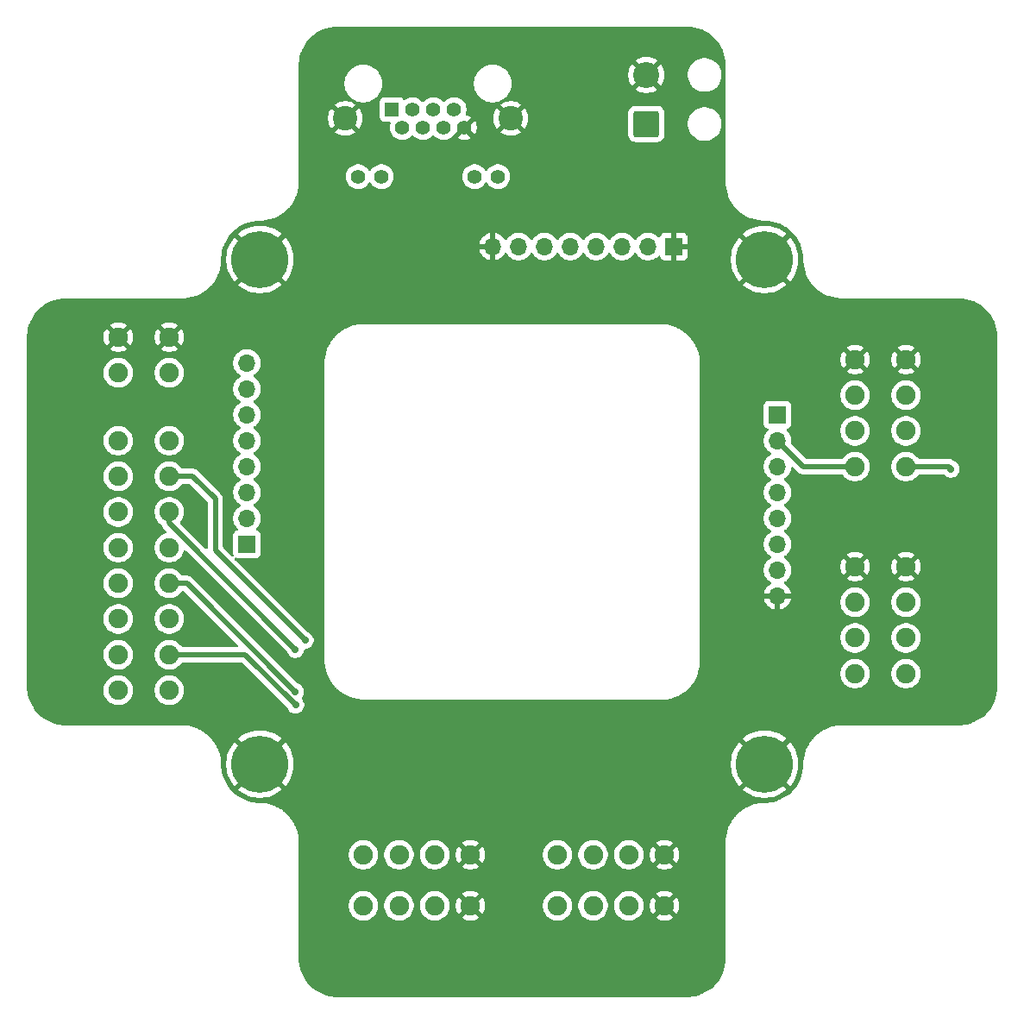
<source format=gbl>
G04 #@! TF.GenerationSoftware,KiCad,Pcbnew,9.0.0*
G04 #@! TF.CreationDate,2025-02-28T23:28:00-08:00*
G04 #@! TF.ProjectId,Constellation Saddle V1.1,436f6e73-7465-46c6-9c61-74696f6e2053,rev?*
G04 #@! TF.SameCoordinates,Original*
G04 #@! TF.FileFunction,Copper,L2,Bot*
G04 #@! TF.FilePolarity,Positive*
%FSLAX46Y46*%
G04 Gerber Fmt 4.6, Leading zero omitted, Abs format (unit mm)*
G04 Created by KiCad (PCBNEW 9.0.0) date 2025-02-28 23:28:00*
%MOMM*%
%LPD*%
G01*
G04 APERTURE LIST*
G04 Aperture macros list*
%AMRoundRect*
0 Rectangle with rounded corners*
0 $1 Rounding radius*
0 $2 $3 $4 $5 $6 $7 $8 $9 X,Y pos of 4 corners*
0 Add a 4 corners polygon primitive as box body*
4,1,4,$2,$3,$4,$5,$6,$7,$8,$9,$2,$3,0*
0 Add four circle primitives for the rounded corners*
1,1,$1+$1,$2,$3*
1,1,$1+$1,$4,$5*
1,1,$1+$1,$6,$7*
1,1,$1+$1,$8,$9*
0 Add four rect primitives between the rounded corners*
20,1,$1+$1,$2,$3,$4,$5,0*
20,1,$1+$1,$4,$5,$6,$7,0*
20,1,$1+$1,$6,$7,$8,$9,0*
20,1,$1+$1,$8,$9,$2,$3,0*%
G04 Aperture macros list end*
G04 #@! TA.AperFunction,ComponentPad*
%ADD10R,1.700000X1.700000*%
G04 #@! TD*
G04 #@! TA.AperFunction,ComponentPad*
%ADD11O,1.700000X1.700000*%
G04 #@! TD*
G04 #@! TA.AperFunction,ComponentPad*
%ADD12R,1.408000X1.408000*%
G04 #@! TD*
G04 #@! TA.AperFunction,ComponentPad*
%ADD13C,1.408000*%
G04 #@! TD*
G04 #@! TA.AperFunction,ComponentPad*
%ADD14C,2.400000*%
G04 #@! TD*
G04 #@! TA.AperFunction,ComponentPad*
%ADD15C,1.900000*%
G04 #@! TD*
G04 #@! TA.AperFunction,ComponentPad*
%ADD16C,5.600000*%
G04 #@! TD*
G04 #@! TA.AperFunction,ComponentPad*
%ADD17RoundRect,0.249999X1.025001X-1.025001X1.025001X1.025001X-1.025001X1.025001X-1.025001X-1.025001X0*%
G04 #@! TD*
G04 #@! TA.AperFunction,ComponentPad*
%ADD18C,2.550000*%
G04 #@! TD*
G04 #@! TA.AperFunction,ViaPad*
%ADD19C,0.700000*%
G04 #@! TD*
G04 #@! TA.AperFunction,Conductor*
%ADD20C,0.500000*%
G04 #@! TD*
G04 APERTURE END LIST*
D10*
X69850000Y-27940000D03*
D11*
X67310000Y-27940000D03*
X64770001Y-27940000D03*
X62230000Y-27940000D03*
X59690000Y-27940000D03*
X57150000Y-27940000D03*
X54610000Y-27940000D03*
X52069999Y-27940000D03*
D12*
X42150000Y-14478000D03*
D13*
X43170000Y-16258000D03*
X44190000Y-14478000D03*
X45210000Y-16258000D03*
X46230000Y-14478000D03*
X47250000Y-16258000D03*
X48270000Y-14478000D03*
X49290000Y-16258000D03*
X38860000Y-21077999D03*
X41150000Y-21078000D03*
X50290000Y-21078000D03*
X52580000Y-21077999D03*
D14*
X53845000Y-15368000D03*
X37595000Y-15368000D03*
D15*
X39370000Y-87630000D03*
X39370000Y-92630000D03*
X42870003Y-87630000D03*
X42870003Y-92630000D03*
X46370004Y-87630000D03*
X46370004Y-92630000D03*
X49870004Y-87630000D03*
X49870004Y-92630000D03*
D16*
X78740000Y-78740000D03*
D10*
X27940000Y-57150000D03*
D11*
X27940000Y-54610000D03*
X27940000Y-52070001D03*
X27940000Y-49530000D03*
X27940000Y-46990000D03*
X27940000Y-44450000D03*
X27940000Y-41910000D03*
X27940000Y-39369999D03*
D16*
X29210000Y-78740000D03*
D15*
X20320000Y-46990000D03*
X15320000Y-46990000D03*
X20320000Y-50490000D03*
X15320001Y-50490001D03*
X20320000Y-53990002D03*
X15320000Y-53990002D03*
X20320000Y-57490003D03*
X15320000Y-57490003D03*
X20320000Y-60990003D03*
X15320000Y-60990003D03*
X20320000Y-64490003D03*
X15320000Y-64490003D03*
X20320000Y-67990004D03*
X15320000Y-67990004D03*
X20320000Y-71490005D03*
X15320000Y-71490005D03*
X58420000Y-87630000D03*
X58420000Y-92630000D03*
X61920003Y-87630000D03*
X61920003Y-92630000D03*
X65420004Y-87630000D03*
X65420004Y-92630000D03*
X68920004Y-87630000D03*
X68920004Y-92630000D03*
X87630000Y-69850000D03*
X92630000Y-69850000D03*
X87630000Y-66349997D03*
X92630000Y-66349997D03*
X87630000Y-62849996D03*
X92630000Y-62849996D03*
X87630000Y-59349996D03*
X92630000Y-59349996D03*
D10*
X80010000Y-44450000D03*
D11*
X80010000Y-46990000D03*
X80010000Y-49530000D03*
X80010000Y-52070000D03*
X80010000Y-54610000D03*
X80010000Y-57150000D03*
X80010000Y-59690000D03*
X80010000Y-62230000D03*
D15*
X20320000Y-36830000D03*
X15320000Y-36830000D03*
X20320000Y-40330000D03*
X15320000Y-40330000D03*
D16*
X78740000Y-29210000D03*
D17*
X67150000Y-15900000D03*
D18*
X67150000Y-11099999D03*
D16*
X29210000Y-29210000D03*
D15*
X87630000Y-49530000D03*
X92630000Y-49530000D03*
X87630000Y-46029997D03*
X92630000Y-46029997D03*
X87630000Y-42529996D03*
X92630000Y-42529996D03*
X87630000Y-39029996D03*
X92630000Y-39029996D03*
D19*
X58530000Y-22740000D03*
X60800000Y-14050000D03*
X58850000Y-15630000D03*
X65270000Y-7640000D03*
X68940000Y-24580000D03*
X58780000Y-10510000D03*
X73230000Y-19500000D03*
X68510000Y-18860000D03*
X60790000Y-10550000D03*
X32710000Y-72950000D03*
X33640000Y-66600000D03*
X32700000Y-71640000D03*
X32700000Y-67470000D03*
X97040000Y-49770000D03*
D20*
X20320000Y-67990004D02*
X27750004Y-67990004D01*
X27750004Y-67990004D02*
X32710000Y-72950000D01*
X24840000Y-52720000D02*
X22610000Y-50490000D01*
X24840000Y-57800000D02*
X24840000Y-52720000D01*
X22610000Y-50490000D02*
X20320000Y-50490000D01*
X33640000Y-66600000D02*
X24840000Y-57800000D01*
X22050003Y-60990003D02*
X32700000Y-71640000D01*
X20320000Y-60990003D02*
X22050003Y-60990003D01*
X32700000Y-67470000D02*
X20320000Y-55090000D01*
X20320000Y-55090000D02*
X20320000Y-53990002D01*
X96800000Y-49530000D02*
X97040000Y-49770000D01*
X82550000Y-49530000D02*
X87630000Y-49530000D01*
X92630000Y-49530000D02*
X96800000Y-49530000D01*
X80010000Y-46990000D02*
X82550000Y-49530000D01*
G04 #@! TA.AperFunction,Conductor*
G36*
X71123032Y-6350648D02*
G01*
X71453550Y-6366886D01*
X71460338Y-6367409D01*
X71538043Y-6375576D01*
X71543118Y-6376219D01*
X71831012Y-6418923D01*
X71838530Y-6420279D01*
X71909110Y-6435281D01*
X71913445Y-6436284D01*
X72202283Y-6508635D01*
X72210447Y-6510981D01*
X72268101Y-6529714D01*
X72271519Y-6530880D01*
X72563376Y-6635308D01*
X72572002Y-6638766D01*
X72608374Y-6654960D01*
X72610808Y-6656077D01*
X72910296Y-6797724D01*
X72921004Y-6803448D01*
X73231215Y-6989382D01*
X73241333Y-6996142D01*
X73531832Y-7211591D01*
X73541238Y-7219311D01*
X73809216Y-7462192D01*
X73817807Y-7470783D01*
X74022247Y-7696348D01*
X74060688Y-7738761D01*
X74068408Y-7748167D01*
X74283857Y-8038666D01*
X74290617Y-8048784D01*
X74476543Y-8358982D01*
X74482280Y-8369714D01*
X74623887Y-8669116D01*
X74625072Y-8671699D01*
X74641225Y-8707980D01*
X74644697Y-8716640D01*
X74749111Y-9008460D01*
X74750290Y-9011916D01*
X74769013Y-9069539D01*
X74771366Y-9077727D01*
X74843712Y-9366547D01*
X74844718Y-9370895D01*
X74859713Y-9441437D01*
X74861081Y-9449024D01*
X74903768Y-9736797D01*
X74904431Y-9742031D01*
X74912585Y-9819616D01*
X74913115Y-9826492D01*
X74929351Y-10156967D01*
X74929500Y-10163050D01*
X74929500Y-21589500D01*
X74929500Y-21590000D01*
X74929500Y-21777198D01*
X74940531Y-21889200D01*
X74966196Y-22149780D01*
X74966199Y-22149797D01*
X75039233Y-22516971D01*
X75039239Y-22516994D01*
X75056121Y-22572649D01*
X75056122Y-22572649D01*
X75057115Y-22575925D01*
X75057297Y-22576777D01*
X75058461Y-22580358D01*
X75147919Y-22875265D01*
X75147922Y-22875272D01*
X75175569Y-22942020D01*
X75175570Y-22942020D01*
X75177434Y-22946521D01*
X75180618Y-22956319D01*
X75193182Y-22984540D01*
X75291195Y-23221163D01*
X75333845Y-23300956D01*
X75335132Y-23303364D01*
X75342936Y-23320891D01*
X75364007Y-23357388D01*
X75364984Y-23359215D01*
X75364987Y-23359220D01*
X75467677Y-23551339D01*
X75467694Y-23551367D01*
X75526536Y-23639431D01*
X75526537Y-23639431D01*
X75528797Y-23642814D01*
X75542472Y-23666499D01*
X75569250Y-23703356D01*
X75570602Y-23705379D01*
X75570611Y-23705392D01*
X75675681Y-23862640D01*
X75675689Y-23862652D01*
X75754422Y-23958589D01*
X75756744Y-23961418D01*
X75777042Y-23989356D01*
X75806750Y-24022351D01*
X75808550Y-24024543D01*
X75913201Y-24152061D01*
X76014726Y-24253586D01*
X76017025Y-24255885D01*
X76044074Y-24285926D01*
X76074114Y-24312974D01*
X76177924Y-24416784D01*
X76177939Y-24416799D01*
X76305464Y-24521456D01*
X76307647Y-24523248D01*
X76340644Y-24552958D01*
X76368588Y-24573260D01*
X76467351Y-24654313D01*
X76626637Y-24760745D01*
X76663501Y-24787528D01*
X76687182Y-24801199D01*
X76778649Y-24862316D01*
X76778658Y-24862321D01*
X76778660Y-24862322D01*
X76970787Y-24965016D01*
X76972587Y-24965978D01*
X77009109Y-24987064D01*
X77026633Y-24994866D01*
X77030569Y-24996970D01*
X77108829Y-25038801D01*
X77108831Y-25038801D01*
X77108837Y-25038805D01*
X77345420Y-25136801D01*
X77345459Y-25136817D01*
X77373681Y-25149382D01*
X77383476Y-25152564D01*
X77454733Y-25182080D01*
X77749643Y-25271539D01*
X77753223Y-25272703D01*
X77754074Y-25272883D01*
X77813008Y-25290761D01*
X78180209Y-25363802D01*
X78552802Y-25400500D01*
X78736949Y-25400500D01*
X78743032Y-25400648D01*
X79073550Y-25416886D01*
X79080338Y-25417409D01*
X79158043Y-25425576D01*
X79163118Y-25426219D01*
X79451012Y-25468923D01*
X79458530Y-25470279D01*
X79529110Y-25485281D01*
X79533445Y-25486284D01*
X79822283Y-25558635D01*
X79830447Y-25560981D01*
X79888101Y-25579714D01*
X79891519Y-25580880D01*
X80183376Y-25685308D01*
X80192002Y-25688766D01*
X80228374Y-25704960D01*
X80230808Y-25706077D01*
X80530296Y-25847724D01*
X80541004Y-25853448D01*
X80793902Y-26005030D01*
X80851215Y-26039382D01*
X80861333Y-26046142D01*
X81151832Y-26261591D01*
X81161238Y-26269311D01*
X81429216Y-26512192D01*
X81437807Y-26520783D01*
X81574348Y-26671433D01*
X81680688Y-26788761D01*
X81688408Y-26798167D01*
X81903857Y-27088666D01*
X81910617Y-27098784D01*
X82096543Y-27408982D01*
X82102280Y-27419714D01*
X82243887Y-27719116D01*
X82245072Y-27721699D01*
X82261225Y-27757980D01*
X82264697Y-27766640D01*
X82369111Y-28058460D01*
X82370290Y-28061916D01*
X82389013Y-28119539D01*
X82391366Y-28127727D01*
X82463712Y-28416547D01*
X82464718Y-28420895D01*
X82479713Y-28491437D01*
X82481081Y-28499024D01*
X82523768Y-28786797D01*
X82524431Y-28792031D01*
X82532585Y-28869616D01*
X82533115Y-28876492D01*
X82549351Y-29206967D01*
X82549500Y-29213052D01*
X82549500Y-29397194D01*
X82586196Y-29769780D01*
X82586199Y-29769797D01*
X82659233Y-30136971D01*
X82659239Y-30136994D01*
X82676121Y-30192649D01*
X82676122Y-30192649D01*
X82677115Y-30195925D01*
X82677297Y-30196777D01*
X82678461Y-30200358D01*
X82767919Y-30495265D01*
X82767922Y-30495272D01*
X82795569Y-30562020D01*
X82795570Y-30562020D01*
X82797434Y-30566521D01*
X82800618Y-30576319D01*
X82813182Y-30604540D01*
X82911195Y-30841163D01*
X82953845Y-30920956D01*
X82955132Y-30923364D01*
X82962936Y-30940891D01*
X82984007Y-30977388D01*
X82984984Y-30979215D01*
X82984987Y-30979220D01*
X83087677Y-31171339D01*
X83087694Y-31171367D01*
X83146536Y-31259431D01*
X83146537Y-31259431D01*
X83148797Y-31262814D01*
X83162472Y-31286499D01*
X83189250Y-31323356D01*
X83190602Y-31325379D01*
X83190611Y-31325392D01*
X83295681Y-31482640D01*
X83295689Y-31482652D01*
X83374422Y-31578589D01*
X83376744Y-31581418D01*
X83397042Y-31609356D01*
X83426750Y-31642351D01*
X83427940Y-31643800D01*
X83533201Y-31772061D01*
X83634726Y-31873586D01*
X83637025Y-31875885D01*
X83664074Y-31905926D01*
X83694114Y-31932974D01*
X83797924Y-32036784D01*
X83797939Y-32036799D01*
X83925464Y-32141456D01*
X83927647Y-32143248D01*
X83960644Y-32172958D01*
X83988588Y-32193260D01*
X84087351Y-32274313D01*
X84246637Y-32380745D01*
X84283501Y-32407528D01*
X84307182Y-32421199D01*
X84398649Y-32482316D01*
X84398658Y-32482321D01*
X84398660Y-32482322D01*
X84590787Y-32585016D01*
X84592587Y-32585978D01*
X84629109Y-32607064D01*
X84646633Y-32614866D01*
X84650569Y-32616970D01*
X84728829Y-32658801D01*
X84728831Y-32658801D01*
X84728837Y-32658805D01*
X84965420Y-32756801D01*
X84965459Y-32756817D01*
X84993681Y-32769382D01*
X85003476Y-32772564D01*
X85074733Y-32802080D01*
X85369643Y-32891539D01*
X85373223Y-32892703D01*
X85374074Y-32892883D01*
X85433008Y-32910761D01*
X85800209Y-32983802D01*
X86172802Y-33020500D01*
X86359793Y-33020500D01*
X97786950Y-33020500D01*
X97793033Y-33020648D01*
X98123548Y-33036886D01*
X98130339Y-33037409D01*
X98208008Y-33045572D01*
X98213153Y-33046224D01*
X98501014Y-33088925D01*
X98508563Y-33090286D01*
X98579086Y-33105276D01*
X98583423Y-33106280D01*
X98872290Y-33178637D01*
X98880430Y-33180975D01*
X98938156Y-33199732D01*
X98941484Y-33200867D01*
X99233403Y-33305318D01*
X99241978Y-33308755D01*
X99278354Y-33324951D01*
X99280833Y-33326088D01*
X99580297Y-33467725D01*
X99591003Y-33473448D01*
X99901215Y-33659382D01*
X99911333Y-33666142D01*
X100201833Y-33881591D01*
X100211239Y-33889311D01*
X100479217Y-34132192D01*
X100487808Y-34140783D01*
X100692248Y-34366348D01*
X100730689Y-34408761D01*
X100738409Y-34418167D01*
X100953858Y-34708667D01*
X100960618Y-34718785D01*
X101146543Y-35028982D01*
X101152280Y-35039714D01*
X101293899Y-35339144D01*
X101295072Y-35341699D01*
X101311235Y-35378003D01*
X101314690Y-35386620D01*
X101415812Y-35669237D01*
X101419102Y-35678432D01*
X101420281Y-35681888D01*
X101439013Y-35739539D01*
X101441366Y-35747727D01*
X101513717Y-36036564D01*
X101514723Y-36040913D01*
X101529711Y-36111426D01*
X101531079Y-36119013D01*
X101573768Y-36406802D01*
X101574431Y-36412035D01*
X101582585Y-36489616D01*
X101583115Y-36496492D01*
X101599351Y-36826967D01*
X101599500Y-36833052D01*
X101599500Y-71116947D01*
X101599351Y-71123032D01*
X101583115Y-71453506D01*
X101582585Y-71460382D01*
X101574431Y-71537967D01*
X101573768Y-71543201D01*
X101531081Y-71830974D01*
X101529713Y-71838561D01*
X101514718Y-71909103D01*
X101513712Y-71913451D01*
X101441366Y-72202271D01*
X101439013Y-72210459D01*
X101420290Y-72268082D01*
X101419111Y-72271538D01*
X101314697Y-72563358D01*
X101311225Y-72572018D01*
X101295072Y-72608299D01*
X101293887Y-72610882D01*
X101152280Y-72910284D01*
X101146543Y-72921016D01*
X100960617Y-73231215D01*
X100953857Y-73241333D01*
X100738408Y-73531832D01*
X100730688Y-73541238D01*
X100487814Y-73809209D01*
X100479209Y-73817814D01*
X100211238Y-74060688D01*
X100201832Y-74068408D01*
X99911333Y-74283857D01*
X99901215Y-74290617D01*
X99591016Y-74476543D01*
X99580284Y-74482280D01*
X99280882Y-74623887D01*
X99278299Y-74625072D01*
X99242018Y-74641225D01*
X99233358Y-74644697D01*
X98941538Y-74749111D01*
X98938082Y-74750290D01*
X98880459Y-74769013D01*
X98872271Y-74771366D01*
X98583451Y-74843712D01*
X98579103Y-74844718D01*
X98508561Y-74859713D01*
X98500974Y-74861081D01*
X98213201Y-74903768D01*
X98207967Y-74904431D01*
X98130382Y-74912585D01*
X98123506Y-74913115D01*
X97793033Y-74929351D01*
X97786948Y-74929500D01*
X86360500Y-74929500D01*
X86360000Y-74929500D01*
X86172802Y-74929500D01*
X86088800Y-74937773D01*
X85800219Y-74966196D01*
X85800202Y-74966199D01*
X85433011Y-75039237D01*
X85377338Y-75056125D01*
X85377335Y-75056126D01*
X85374062Y-75057118D01*
X85373223Y-75057297D01*
X85369697Y-75058442D01*
X85368476Y-75058813D01*
X85368474Y-75058813D01*
X85074736Y-75147918D01*
X85074732Y-75147919D01*
X85007969Y-75175571D01*
X85007970Y-75175572D01*
X85003455Y-75177442D01*
X84993681Y-75180618D01*
X84965521Y-75193155D01*
X84963992Y-75193789D01*
X84963981Y-75193794D01*
X84728844Y-75291192D01*
X84728836Y-75291195D01*
X84650574Y-75333027D01*
X84646628Y-75335135D01*
X84629109Y-75342936D01*
X84592614Y-75364006D01*
X84590796Y-75364978D01*
X84590793Y-75364980D01*
X84398652Y-75467682D01*
X84398647Y-75467685D01*
X84310573Y-75526534D01*
X84307181Y-75528800D01*
X84283501Y-75542472D01*
X84246660Y-75569238D01*
X84244618Y-75570603D01*
X84087355Y-75675684D01*
X84087349Y-75675688D01*
X83991411Y-75754421D01*
X83988570Y-75756752D01*
X83960644Y-75777042D01*
X83927666Y-75806734D01*
X83925450Y-75808554D01*
X83797933Y-75913205D01*
X83696409Y-76014728D01*
X83694084Y-76017052D01*
X83664074Y-76044074D01*
X83637052Y-76074084D01*
X83634728Y-76076409D01*
X83533205Y-76177933D01*
X83428554Y-76305450D01*
X83426734Y-76307667D01*
X83397042Y-76340644D01*
X83376761Y-76368557D01*
X83374423Y-76371407D01*
X83374421Y-76371411D01*
X83295688Y-76467349D01*
X83295684Y-76467355D01*
X83190603Y-76624616D01*
X83190604Y-76624617D01*
X83189242Y-76626654D01*
X83162472Y-76663501D01*
X83148798Y-76687184D01*
X83146535Y-76690572D01*
X83146534Y-76690573D01*
X83087685Y-76778647D01*
X83087682Y-76778652D01*
X82984980Y-76970793D01*
X82984011Y-76972605D01*
X82962936Y-77009109D01*
X82955135Y-77026629D01*
X82953027Y-77030574D01*
X82911195Y-77108836D01*
X82911192Y-77108844D01*
X82813794Y-77343981D01*
X82813793Y-77343983D01*
X82813159Y-77345512D01*
X82800618Y-77373681D01*
X82797442Y-77383454D01*
X82795574Y-77387965D01*
X82767919Y-77454732D01*
X82767918Y-77454736D01*
X82678812Y-77748475D01*
X82678813Y-77748476D01*
X82678442Y-77749697D01*
X82677297Y-77753223D01*
X82677118Y-77754062D01*
X82676126Y-77757335D01*
X82676125Y-77757338D01*
X82659237Y-77813011D01*
X82586199Y-78180202D01*
X82586196Y-78180219D01*
X82549500Y-78552805D01*
X82549500Y-78736947D01*
X82549351Y-78743032D01*
X82533115Y-79073506D01*
X82532585Y-79080382D01*
X82524431Y-79157967D01*
X82523768Y-79163201D01*
X82481081Y-79450974D01*
X82479713Y-79458561D01*
X82464718Y-79529103D01*
X82463712Y-79533451D01*
X82391366Y-79822271D01*
X82389013Y-79830459D01*
X82370290Y-79888082D01*
X82369111Y-79891538D01*
X82264697Y-80183358D01*
X82261225Y-80192018D01*
X82245072Y-80228299D01*
X82243887Y-80230882D01*
X82102280Y-80530284D01*
X82096543Y-80541016D01*
X81910617Y-80851215D01*
X81903857Y-80861333D01*
X81688408Y-81151832D01*
X81680688Y-81161238D01*
X81437814Y-81429209D01*
X81429209Y-81437814D01*
X81161238Y-81680688D01*
X81151832Y-81688408D01*
X80861333Y-81903857D01*
X80851215Y-81910617D01*
X80541016Y-82096543D01*
X80530284Y-82102280D01*
X80230882Y-82243887D01*
X80228299Y-82245072D01*
X80192018Y-82261225D01*
X80183358Y-82264697D01*
X79891538Y-82369111D01*
X79888082Y-82370290D01*
X79830459Y-82389013D01*
X79822271Y-82391366D01*
X79533451Y-82463712D01*
X79529103Y-82464718D01*
X79458561Y-82479713D01*
X79450974Y-82481081D01*
X79163201Y-82523768D01*
X79157967Y-82524431D01*
X79080382Y-82532585D01*
X79073506Y-82533115D01*
X78743033Y-82549351D01*
X78736948Y-82549500D01*
X78552802Y-82549500D01*
X78468800Y-82557773D01*
X78180219Y-82586196D01*
X78180202Y-82586199D01*
X77813011Y-82659237D01*
X77757338Y-82676125D01*
X77757335Y-82676126D01*
X77754062Y-82677118D01*
X77753223Y-82677297D01*
X77749697Y-82678442D01*
X77748476Y-82678813D01*
X77748474Y-82678813D01*
X77454736Y-82767918D01*
X77454732Y-82767919D01*
X77387969Y-82795571D01*
X77387970Y-82795572D01*
X77383455Y-82797442D01*
X77373681Y-82800618D01*
X77345521Y-82813155D01*
X77343992Y-82813789D01*
X77343981Y-82813794D01*
X77108844Y-82911192D01*
X77108836Y-82911195D01*
X77030574Y-82953027D01*
X77026628Y-82955135D01*
X77009109Y-82962936D01*
X76972614Y-82984006D01*
X76970796Y-82984978D01*
X76970793Y-82984980D01*
X76778652Y-83087682D01*
X76778647Y-83087685D01*
X76690573Y-83146534D01*
X76687181Y-83148800D01*
X76663501Y-83162472D01*
X76626660Y-83189238D01*
X76624618Y-83190603D01*
X76467355Y-83295684D01*
X76467349Y-83295688D01*
X76371411Y-83374421D01*
X76368570Y-83376752D01*
X76340644Y-83397042D01*
X76307666Y-83426734D01*
X76305450Y-83428554D01*
X76177933Y-83533205D01*
X76076409Y-83634728D01*
X76074084Y-83637052D01*
X76044074Y-83664074D01*
X76017052Y-83694084D01*
X76014728Y-83696409D01*
X75913205Y-83797933D01*
X75808554Y-83925450D01*
X75806734Y-83927667D01*
X75777042Y-83960644D01*
X75756761Y-83988557D01*
X75754423Y-83991407D01*
X75754421Y-83991411D01*
X75675688Y-84087349D01*
X75675684Y-84087355D01*
X75570603Y-84244616D01*
X75570604Y-84244617D01*
X75569242Y-84246654D01*
X75542472Y-84283501D01*
X75528798Y-84307184D01*
X75526535Y-84310572D01*
X75526534Y-84310573D01*
X75467685Y-84398647D01*
X75467682Y-84398652D01*
X75364980Y-84590793D01*
X75364011Y-84592605D01*
X75342936Y-84629109D01*
X75335135Y-84646629D01*
X75333027Y-84650574D01*
X75291195Y-84728836D01*
X75291192Y-84728844D01*
X75193794Y-84963981D01*
X75193793Y-84963983D01*
X75193159Y-84965512D01*
X75180618Y-84993681D01*
X75177442Y-85003454D01*
X75175574Y-85007965D01*
X75147919Y-85074732D01*
X75147918Y-85074736D01*
X75058812Y-85368475D01*
X75058813Y-85368476D01*
X75058442Y-85369697D01*
X75057297Y-85373223D01*
X75057118Y-85374062D01*
X75056126Y-85377335D01*
X75056125Y-85377338D01*
X75039237Y-85433011D01*
X74966199Y-85800202D01*
X74966196Y-85800219D01*
X74929500Y-86172805D01*
X74929500Y-97786947D01*
X74929351Y-97793032D01*
X74913115Y-98123506D01*
X74912585Y-98130382D01*
X74904431Y-98207967D01*
X74903768Y-98213201D01*
X74861081Y-98500974D01*
X74859713Y-98508561D01*
X74844718Y-98579103D01*
X74843712Y-98583451D01*
X74771366Y-98872271D01*
X74769013Y-98880459D01*
X74750290Y-98938082D01*
X74749111Y-98941538D01*
X74644697Y-99233358D01*
X74641225Y-99242018D01*
X74625072Y-99278299D01*
X74623887Y-99280882D01*
X74482280Y-99580284D01*
X74476543Y-99591016D01*
X74290617Y-99901215D01*
X74283857Y-99911333D01*
X74068408Y-100201832D01*
X74060688Y-100211238D01*
X73817814Y-100479209D01*
X73809209Y-100487814D01*
X73541238Y-100730688D01*
X73531832Y-100738408D01*
X73241333Y-100953857D01*
X73231215Y-100960617D01*
X72921016Y-101146543D01*
X72910284Y-101152280D01*
X72610882Y-101293887D01*
X72608299Y-101295072D01*
X72572018Y-101311225D01*
X72563358Y-101314697D01*
X72271538Y-101419111D01*
X72268082Y-101420290D01*
X72210459Y-101439013D01*
X72202271Y-101441366D01*
X71913451Y-101513712D01*
X71909103Y-101514718D01*
X71838561Y-101529713D01*
X71830974Y-101531081D01*
X71543201Y-101573768D01*
X71537967Y-101574431D01*
X71460382Y-101582585D01*
X71453506Y-101583115D01*
X71123033Y-101599351D01*
X71116948Y-101599500D01*
X36833052Y-101599500D01*
X36826967Y-101599351D01*
X36496492Y-101583115D01*
X36489616Y-101582585D01*
X36412031Y-101574431D01*
X36406797Y-101573768D01*
X36119024Y-101531081D01*
X36111437Y-101529713D01*
X36040895Y-101514718D01*
X36036547Y-101513712D01*
X35747727Y-101441366D01*
X35739539Y-101439013D01*
X35681916Y-101420290D01*
X35678460Y-101419111D01*
X35386640Y-101314697D01*
X35377980Y-101311225D01*
X35341699Y-101295072D01*
X35339116Y-101293887D01*
X35039714Y-101152280D01*
X35028982Y-101146543D01*
X34718784Y-100960617D01*
X34708666Y-100953857D01*
X34418167Y-100738408D01*
X34408761Y-100730688D01*
X34366348Y-100692247D01*
X34140783Y-100487807D01*
X34132192Y-100479216D01*
X33889311Y-100211238D01*
X33881591Y-100201832D01*
X33666142Y-99911333D01*
X33659382Y-99901215D01*
X33569557Y-99751351D01*
X33473448Y-99591004D01*
X33467724Y-99580296D01*
X33326077Y-99280808D01*
X33324960Y-99278374D01*
X33308766Y-99242002D01*
X33305308Y-99233376D01*
X33200880Y-98941519D01*
X33199708Y-98938082D01*
X33180985Y-98880459D01*
X33178632Y-98872271D01*
X33139736Y-98716992D01*
X33106284Y-98583445D01*
X33105280Y-98579103D01*
X33090279Y-98508530D01*
X33088923Y-98501012D01*
X33046219Y-98213118D01*
X33045576Y-98208043D01*
X33037409Y-98130338D01*
X33036886Y-98123550D01*
X33020648Y-97793032D01*
X33020500Y-97786949D01*
X33020500Y-92515837D01*
X37919500Y-92515837D01*
X37919500Y-92744162D01*
X37955215Y-92969660D01*
X38025770Y-93186803D01*
X38129288Y-93389966D01*
X38129421Y-93390228D01*
X38263621Y-93574937D01*
X38425063Y-93736379D01*
X38609772Y-93870579D01*
X38705884Y-93919550D01*
X38813196Y-93974229D01*
X38813198Y-93974229D01*
X38813201Y-93974231D01*
X38929592Y-94012049D01*
X39030339Y-94044784D01*
X39255838Y-94080500D01*
X39255843Y-94080500D01*
X39484162Y-94080500D01*
X39709660Y-94044784D01*
X39711165Y-94044295D01*
X39926799Y-93974231D01*
X40130228Y-93870579D01*
X40314937Y-93736379D01*
X40476379Y-93574937D01*
X40610579Y-93390228D01*
X40714231Y-93186799D01*
X40784784Y-92969660D01*
X40784802Y-92969544D01*
X40820500Y-92744162D01*
X40820500Y-92515837D01*
X41419503Y-92515837D01*
X41419503Y-92744162D01*
X41455218Y-92969660D01*
X41525773Y-93186803D01*
X41629291Y-93389966D01*
X41629424Y-93390228D01*
X41763624Y-93574937D01*
X41925066Y-93736379D01*
X42109775Y-93870579D01*
X42205887Y-93919550D01*
X42313199Y-93974229D01*
X42313201Y-93974229D01*
X42313204Y-93974231D01*
X42429595Y-94012049D01*
X42530342Y-94044784D01*
X42755841Y-94080500D01*
X42755846Y-94080500D01*
X42984165Y-94080500D01*
X43209663Y-94044784D01*
X43211168Y-94044295D01*
X43426802Y-93974231D01*
X43630231Y-93870579D01*
X43814940Y-93736379D01*
X43976382Y-93574937D01*
X44110582Y-93390228D01*
X44214234Y-93186799D01*
X44284787Y-92969660D01*
X44284805Y-92969544D01*
X44320503Y-92744162D01*
X44320503Y-92515837D01*
X44919504Y-92515837D01*
X44919504Y-92744162D01*
X44955219Y-92969660D01*
X45025774Y-93186803D01*
X45129292Y-93389966D01*
X45129425Y-93390228D01*
X45263625Y-93574937D01*
X45425067Y-93736379D01*
X45609776Y-93870579D01*
X45705888Y-93919550D01*
X45813200Y-93974229D01*
X45813202Y-93974229D01*
X45813205Y-93974231D01*
X45929596Y-94012049D01*
X46030343Y-94044784D01*
X46255842Y-94080500D01*
X46255847Y-94080500D01*
X46484166Y-94080500D01*
X46709664Y-94044784D01*
X46711169Y-94044295D01*
X46926803Y-93974231D01*
X47130232Y-93870579D01*
X47314941Y-93736379D01*
X47476383Y-93574937D01*
X47610583Y-93390228D01*
X47714235Y-93186799D01*
X47784788Y-92969660D01*
X47784806Y-92969544D01*
X47820504Y-92744162D01*
X47820504Y-92515883D01*
X48420004Y-92515883D01*
X48420004Y-92744116D01*
X48455708Y-92969544D01*
X48526234Y-93186604D01*
X48629855Y-93389969D01*
X48683139Y-93463309D01*
X48683141Y-93463309D01*
X49305391Y-92841059D01*
X49310893Y-92861591D01*
X49389885Y-92998408D01*
X49501596Y-93110119D01*
X49638413Y-93189111D01*
X49658943Y-93194612D01*
X49036692Y-93816862D01*
X49036693Y-93816863D01*
X49110034Y-93870148D01*
X49313399Y-93973769D01*
X49530459Y-94044295D01*
X49755888Y-94080000D01*
X49984120Y-94080000D01*
X50209548Y-94044295D01*
X50426608Y-93973769D01*
X50629970Y-93870150D01*
X50703313Y-93816862D01*
X50703314Y-93816862D01*
X50081063Y-93194612D01*
X50101595Y-93189111D01*
X50238412Y-93110119D01*
X50350123Y-92998408D01*
X50429115Y-92861591D01*
X50434616Y-92841060D01*
X51056866Y-93463310D01*
X51056866Y-93463309D01*
X51110154Y-93389966D01*
X51213773Y-93186604D01*
X51284299Y-92969544D01*
X51320004Y-92744116D01*
X51320004Y-92515883D01*
X51319997Y-92515837D01*
X56969500Y-92515837D01*
X56969500Y-92744162D01*
X57005215Y-92969660D01*
X57075770Y-93186803D01*
X57179288Y-93389966D01*
X57179421Y-93390228D01*
X57313621Y-93574937D01*
X57475063Y-93736379D01*
X57659772Y-93870579D01*
X57755884Y-93919550D01*
X57863196Y-93974229D01*
X57863198Y-93974229D01*
X57863201Y-93974231D01*
X57979592Y-94012049D01*
X58080339Y-94044784D01*
X58305838Y-94080500D01*
X58305843Y-94080500D01*
X58534162Y-94080500D01*
X58759660Y-94044784D01*
X58761165Y-94044295D01*
X58976799Y-93974231D01*
X59180228Y-93870579D01*
X59364937Y-93736379D01*
X59526379Y-93574937D01*
X59660579Y-93390228D01*
X59764231Y-93186799D01*
X59834784Y-92969660D01*
X59834802Y-92969544D01*
X59870500Y-92744162D01*
X59870500Y-92515837D01*
X60469503Y-92515837D01*
X60469503Y-92744162D01*
X60505218Y-92969660D01*
X60575773Y-93186803D01*
X60679291Y-93389966D01*
X60679424Y-93390228D01*
X60813624Y-93574937D01*
X60975066Y-93736379D01*
X61159775Y-93870579D01*
X61255887Y-93919550D01*
X61363199Y-93974229D01*
X61363201Y-93974229D01*
X61363204Y-93974231D01*
X61479595Y-94012049D01*
X61580342Y-94044784D01*
X61805841Y-94080500D01*
X61805846Y-94080500D01*
X62034165Y-94080500D01*
X62259663Y-94044784D01*
X62261168Y-94044295D01*
X62476802Y-93974231D01*
X62680231Y-93870579D01*
X62864940Y-93736379D01*
X63026382Y-93574937D01*
X63160582Y-93390228D01*
X63264234Y-93186799D01*
X63334787Y-92969660D01*
X63334805Y-92969544D01*
X63370503Y-92744162D01*
X63370503Y-92515837D01*
X63969504Y-92515837D01*
X63969504Y-92744162D01*
X64005219Y-92969660D01*
X64075774Y-93186803D01*
X64179292Y-93389966D01*
X64179425Y-93390228D01*
X64313625Y-93574937D01*
X64475067Y-93736379D01*
X64659776Y-93870579D01*
X64755888Y-93919550D01*
X64863200Y-93974229D01*
X64863202Y-93974229D01*
X64863205Y-93974231D01*
X64979596Y-94012049D01*
X65080343Y-94044784D01*
X65305842Y-94080500D01*
X65305847Y-94080500D01*
X65534166Y-94080500D01*
X65759664Y-94044784D01*
X65761169Y-94044295D01*
X65976803Y-93974231D01*
X66180232Y-93870579D01*
X66364941Y-93736379D01*
X66526383Y-93574937D01*
X66660583Y-93390228D01*
X66764235Y-93186799D01*
X66834788Y-92969660D01*
X66834806Y-92969544D01*
X66870504Y-92744162D01*
X66870504Y-92515883D01*
X67470004Y-92515883D01*
X67470004Y-92744116D01*
X67505708Y-92969544D01*
X67576234Y-93186604D01*
X67679855Y-93389969D01*
X67733139Y-93463309D01*
X67733141Y-93463309D01*
X68355391Y-92841058D01*
X68360893Y-92861591D01*
X68439885Y-92998408D01*
X68551596Y-93110119D01*
X68688413Y-93189111D01*
X68708943Y-93194612D01*
X68086692Y-93816862D01*
X68086693Y-93816863D01*
X68160034Y-93870148D01*
X68363399Y-93973769D01*
X68580459Y-94044295D01*
X68805888Y-94080000D01*
X69034120Y-94080000D01*
X69259548Y-94044295D01*
X69476608Y-93973769D01*
X69679970Y-93870150D01*
X69753313Y-93816862D01*
X69753314Y-93816862D01*
X69131063Y-93194612D01*
X69151595Y-93189111D01*
X69288412Y-93110119D01*
X69400123Y-92998408D01*
X69479115Y-92861591D01*
X69484616Y-92841060D01*
X70106866Y-93463310D01*
X70106866Y-93463309D01*
X70160154Y-93389966D01*
X70263773Y-93186604D01*
X70334299Y-92969544D01*
X70370004Y-92744116D01*
X70370004Y-92515883D01*
X70334299Y-92290455D01*
X70263773Y-92073395D01*
X70160152Y-91870030D01*
X70106867Y-91796689D01*
X70106866Y-91796688D01*
X69484616Y-92418939D01*
X69479115Y-92398409D01*
X69400123Y-92261592D01*
X69288412Y-92149881D01*
X69151595Y-92070889D01*
X69131062Y-92065387D01*
X69753313Y-91443137D01*
X69753313Y-91443135D01*
X69679973Y-91389851D01*
X69476608Y-91286230D01*
X69259548Y-91215704D01*
X69034120Y-91180000D01*
X68805888Y-91180000D01*
X68580459Y-91215704D01*
X68363399Y-91286230D01*
X68160039Y-91389848D01*
X68160037Y-91389849D01*
X68086693Y-91443135D01*
X68086693Y-91443136D01*
X68708945Y-92065387D01*
X68688413Y-92070889D01*
X68551596Y-92149881D01*
X68439885Y-92261592D01*
X68360893Y-92398409D01*
X68355391Y-92418940D01*
X67733140Y-91796689D01*
X67733139Y-91796689D01*
X67679853Y-91870033D01*
X67679852Y-91870035D01*
X67576234Y-92073395D01*
X67505708Y-92290455D01*
X67470004Y-92515883D01*
X66870504Y-92515883D01*
X66870504Y-92515837D01*
X66834788Y-92290339D01*
X66764233Y-92073196D01*
X66660717Y-91870035D01*
X66660583Y-91869772D01*
X66526383Y-91685063D01*
X66364941Y-91523621D01*
X66180232Y-91389421D01*
X65976807Y-91285770D01*
X65759664Y-91215215D01*
X65534166Y-91179500D01*
X65534161Y-91179500D01*
X65305847Y-91179500D01*
X65305842Y-91179500D01*
X65080343Y-91215215D01*
X64863200Y-91285770D01*
X64659775Y-91389421D01*
X64475065Y-91523622D01*
X64313626Y-91685061D01*
X64179425Y-91869771D01*
X64075774Y-92073196D01*
X64005219Y-92290339D01*
X63969504Y-92515837D01*
X63370503Y-92515837D01*
X63334787Y-92290339D01*
X63264232Y-92073196D01*
X63160716Y-91870035D01*
X63160582Y-91869772D01*
X63026382Y-91685063D01*
X62864940Y-91523621D01*
X62680231Y-91389421D01*
X62476806Y-91285770D01*
X62259663Y-91215215D01*
X62034165Y-91179500D01*
X62034160Y-91179500D01*
X61805846Y-91179500D01*
X61805841Y-91179500D01*
X61580342Y-91215215D01*
X61363199Y-91285770D01*
X61159774Y-91389421D01*
X60975064Y-91523622D01*
X60813625Y-91685061D01*
X60679424Y-91869771D01*
X60575773Y-92073196D01*
X60505218Y-92290339D01*
X60469503Y-92515837D01*
X59870500Y-92515837D01*
X59834784Y-92290339D01*
X59764229Y-92073196D01*
X59660713Y-91870035D01*
X59660579Y-91869772D01*
X59526379Y-91685063D01*
X59364937Y-91523621D01*
X59180228Y-91389421D01*
X58976803Y-91285770D01*
X58759660Y-91215215D01*
X58534162Y-91179500D01*
X58534157Y-91179500D01*
X58305843Y-91179500D01*
X58305838Y-91179500D01*
X58080339Y-91215215D01*
X57863196Y-91285770D01*
X57659771Y-91389421D01*
X57475061Y-91523622D01*
X57313622Y-91685061D01*
X57179421Y-91869771D01*
X57075770Y-92073196D01*
X57005215Y-92290339D01*
X56969500Y-92515837D01*
X51319997Y-92515837D01*
X51284299Y-92290455D01*
X51213773Y-92073395D01*
X51110152Y-91870030D01*
X51056867Y-91796689D01*
X51056866Y-91796688D01*
X50434616Y-92418939D01*
X50429115Y-92398409D01*
X50350123Y-92261592D01*
X50238412Y-92149881D01*
X50101595Y-92070889D01*
X50081062Y-92065387D01*
X50703313Y-91443137D01*
X50703313Y-91443135D01*
X50629973Y-91389851D01*
X50426608Y-91286230D01*
X50209548Y-91215704D01*
X49984120Y-91180000D01*
X49755888Y-91180000D01*
X49530459Y-91215704D01*
X49313399Y-91286230D01*
X49110039Y-91389848D01*
X49110037Y-91389849D01*
X49036693Y-91443135D01*
X49036693Y-91443136D01*
X49658945Y-92065387D01*
X49638413Y-92070889D01*
X49501596Y-92149881D01*
X49389885Y-92261592D01*
X49310893Y-92398409D01*
X49305391Y-92418940D01*
X48683140Y-91796689D01*
X48683139Y-91796689D01*
X48629853Y-91870033D01*
X48629852Y-91870035D01*
X48526234Y-92073395D01*
X48455708Y-92290455D01*
X48420004Y-92515883D01*
X47820504Y-92515883D01*
X47820504Y-92515837D01*
X47784788Y-92290339D01*
X47714233Y-92073196D01*
X47610717Y-91870035D01*
X47610583Y-91869772D01*
X47476383Y-91685063D01*
X47314941Y-91523621D01*
X47130232Y-91389421D01*
X46926807Y-91285770D01*
X46709664Y-91215215D01*
X46484166Y-91179500D01*
X46484161Y-91179500D01*
X46255847Y-91179500D01*
X46255842Y-91179500D01*
X46030343Y-91215215D01*
X45813200Y-91285770D01*
X45609775Y-91389421D01*
X45425065Y-91523622D01*
X45263626Y-91685061D01*
X45129425Y-91869771D01*
X45025774Y-92073196D01*
X44955219Y-92290339D01*
X44919504Y-92515837D01*
X44320503Y-92515837D01*
X44284787Y-92290339D01*
X44214232Y-92073196D01*
X44110716Y-91870035D01*
X44110582Y-91869772D01*
X43976382Y-91685063D01*
X43814940Y-91523621D01*
X43630231Y-91389421D01*
X43426806Y-91285770D01*
X43209663Y-91215215D01*
X42984165Y-91179500D01*
X42984160Y-91179500D01*
X42755846Y-91179500D01*
X42755841Y-91179500D01*
X42530342Y-91215215D01*
X42313199Y-91285770D01*
X42109774Y-91389421D01*
X41925064Y-91523622D01*
X41763625Y-91685061D01*
X41629424Y-91869771D01*
X41525773Y-92073196D01*
X41455218Y-92290339D01*
X41419503Y-92515837D01*
X40820500Y-92515837D01*
X40784784Y-92290339D01*
X40714229Y-92073196D01*
X40610713Y-91870035D01*
X40610579Y-91869772D01*
X40476379Y-91685063D01*
X40314937Y-91523621D01*
X40130228Y-91389421D01*
X39926803Y-91285770D01*
X39709660Y-91215215D01*
X39484162Y-91179500D01*
X39484157Y-91179500D01*
X39255843Y-91179500D01*
X39255838Y-91179500D01*
X39030339Y-91215215D01*
X38813196Y-91285770D01*
X38609771Y-91389421D01*
X38425061Y-91523622D01*
X38263622Y-91685061D01*
X38129421Y-91869771D01*
X38025770Y-92073196D01*
X37955215Y-92290339D01*
X37919500Y-92515837D01*
X33020500Y-92515837D01*
X33020500Y-87515837D01*
X37919500Y-87515837D01*
X37919500Y-87744162D01*
X37955215Y-87969660D01*
X38025770Y-88186803D01*
X38129288Y-88389966D01*
X38129421Y-88390228D01*
X38263621Y-88574937D01*
X38425063Y-88736379D01*
X38609772Y-88870579D01*
X38705884Y-88919550D01*
X38813196Y-88974229D01*
X38813198Y-88974229D01*
X38813201Y-88974231D01*
X38929592Y-89012049D01*
X39030339Y-89044784D01*
X39255838Y-89080500D01*
X39255843Y-89080500D01*
X39484162Y-89080500D01*
X39709660Y-89044784D01*
X39711165Y-89044295D01*
X39926799Y-88974231D01*
X40130228Y-88870579D01*
X40314937Y-88736379D01*
X40476379Y-88574937D01*
X40610579Y-88390228D01*
X40714231Y-88186799D01*
X40784784Y-87969660D01*
X40784802Y-87969544D01*
X40820500Y-87744162D01*
X40820500Y-87515837D01*
X41419503Y-87515837D01*
X41419503Y-87744162D01*
X41455218Y-87969660D01*
X41525773Y-88186803D01*
X41629291Y-88389966D01*
X41629424Y-88390228D01*
X41763624Y-88574937D01*
X41925066Y-88736379D01*
X42109775Y-88870579D01*
X42205887Y-88919550D01*
X42313199Y-88974229D01*
X42313201Y-88974229D01*
X42313204Y-88974231D01*
X42429595Y-89012049D01*
X42530342Y-89044784D01*
X42755841Y-89080500D01*
X42755846Y-89080500D01*
X42984165Y-89080500D01*
X43209663Y-89044784D01*
X43211168Y-89044295D01*
X43426802Y-88974231D01*
X43630231Y-88870579D01*
X43814940Y-88736379D01*
X43976382Y-88574937D01*
X44110582Y-88390228D01*
X44214234Y-88186799D01*
X44284787Y-87969660D01*
X44284805Y-87969544D01*
X44320503Y-87744162D01*
X44320503Y-87515837D01*
X44919504Y-87515837D01*
X44919504Y-87744162D01*
X44955219Y-87969660D01*
X45025774Y-88186803D01*
X45129292Y-88389966D01*
X45129425Y-88390228D01*
X45263625Y-88574937D01*
X45425067Y-88736379D01*
X45609776Y-88870579D01*
X45705888Y-88919550D01*
X45813200Y-88974229D01*
X45813202Y-88974229D01*
X45813205Y-88974231D01*
X45929596Y-89012049D01*
X46030343Y-89044784D01*
X46255842Y-89080500D01*
X46255847Y-89080500D01*
X46484166Y-89080500D01*
X46709664Y-89044784D01*
X46711169Y-89044295D01*
X46926803Y-88974231D01*
X47130232Y-88870579D01*
X47314941Y-88736379D01*
X47476383Y-88574937D01*
X47610583Y-88390228D01*
X47714235Y-88186799D01*
X47784788Y-87969660D01*
X47784806Y-87969544D01*
X47820504Y-87744162D01*
X47820504Y-87515883D01*
X48420004Y-87515883D01*
X48420004Y-87744116D01*
X48455708Y-87969544D01*
X48526234Y-88186604D01*
X48629855Y-88389969D01*
X48683139Y-88463309D01*
X48683141Y-88463309D01*
X49305391Y-87841059D01*
X49310893Y-87861591D01*
X49389885Y-87998408D01*
X49501596Y-88110119D01*
X49638413Y-88189111D01*
X49658943Y-88194612D01*
X49036692Y-88816862D01*
X49036693Y-88816863D01*
X49110034Y-88870148D01*
X49313399Y-88973769D01*
X49530459Y-89044295D01*
X49755888Y-89080000D01*
X49984120Y-89080000D01*
X50209548Y-89044295D01*
X50426608Y-88973769D01*
X50629970Y-88870150D01*
X50703313Y-88816862D01*
X50703314Y-88816862D01*
X50081063Y-88194612D01*
X50101595Y-88189111D01*
X50238412Y-88110119D01*
X50350123Y-87998408D01*
X50429115Y-87861591D01*
X50434616Y-87841060D01*
X51056866Y-88463310D01*
X51056866Y-88463309D01*
X51110154Y-88389966D01*
X51213773Y-88186604D01*
X51284299Y-87969544D01*
X51320004Y-87744116D01*
X51320004Y-87515883D01*
X51319997Y-87515837D01*
X56969500Y-87515837D01*
X56969500Y-87744162D01*
X57005215Y-87969660D01*
X57075770Y-88186803D01*
X57179288Y-88389966D01*
X57179421Y-88390228D01*
X57313621Y-88574937D01*
X57475063Y-88736379D01*
X57659772Y-88870579D01*
X57755884Y-88919550D01*
X57863196Y-88974229D01*
X57863198Y-88974229D01*
X57863201Y-88974231D01*
X57979592Y-89012049D01*
X58080339Y-89044784D01*
X58305838Y-89080500D01*
X58305843Y-89080500D01*
X58534162Y-89080500D01*
X58759660Y-89044784D01*
X58761165Y-89044295D01*
X58976799Y-88974231D01*
X59180228Y-88870579D01*
X59364937Y-88736379D01*
X59526379Y-88574937D01*
X59660579Y-88390228D01*
X59764231Y-88186799D01*
X59834784Y-87969660D01*
X59834802Y-87969544D01*
X59870500Y-87744162D01*
X59870500Y-87515837D01*
X60469503Y-87515837D01*
X60469503Y-87744162D01*
X60505218Y-87969660D01*
X60575773Y-88186803D01*
X60679291Y-88389966D01*
X60679424Y-88390228D01*
X60813624Y-88574937D01*
X60975066Y-88736379D01*
X61159775Y-88870579D01*
X61255887Y-88919550D01*
X61363199Y-88974229D01*
X61363201Y-88974229D01*
X61363204Y-88974231D01*
X61479595Y-89012049D01*
X61580342Y-89044784D01*
X61805841Y-89080500D01*
X61805846Y-89080500D01*
X62034165Y-89080500D01*
X62259663Y-89044784D01*
X62261168Y-89044295D01*
X62476802Y-88974231D01*
X62680231Y-88870579D01*
X62864940Y-88736379D01*
X63026382Y-88574937D01*
X63160582Y-88390228D01*
X63264234Y-88186799D01*
X63334787Y-87969660D01*
X63334805Y-87969544D01*
X63370503Y-87744162D01*
X63370503Y-87515837D01*
X63969504Y-87515837D01*
X63969504Y-87744162D01*
X64005219Y-87969660D01*
X64075774Y-88186803D01*
X64179292Y-88389966D01*
X64179425Y-88390228D01*
X64313625Y-88574937D01*
X64475067Y-88736379D01*
X64659776Y-88870579D01*
X64755888Y-88919550D01*
X64863200Y-88974229D01*
X64863202Y-88974229D01*
X64863205Y-88974231D01*
X64979596Y-89012049D01*
X65080343Y-89044784D01*
X65305842Y-89080500D01*
X65305847Y-89080500D01*
X65534166Y-89080500D01*
X65759664Y-89044784D01*
X65761169Y-89044295D01*
X65976803Y-88974231D01*
X66180232Y-88870579D01*
X66364941Y-88736379D01*
X66526383Y-88574937D01*
X66660583Y-88390228D01*
X66764235Y-88186799D01*
X66834788Y-87969660D01*
X66834806Y-87969544D01*
X66870504Y-87744162D01*
X66870504Y-87515883D01*
X67470004Y-87515883D01*
X67470004Y-87744116D01*
X67505708Y-87969544D01*
X67576234Y-88186604D01*
X67679855Y-88389969D01*
X67733139Y-88463309D01*
X67733141Y-88463309D01*
X68355391Y-87841058D01*
X68360893Y-87861591D01*
X68439885Y-87998408D01*
X68551596Y-88110119D01*
X68688413Y-88189111D01*
X68708943Y-88194612D01*
X68086692Y-88816862D01*
X68086693Y-88816863D01*
X68160034Y-88870148D01*
X68363399Y-88973769D01*
X68580459Y-89044295D01*
X68805888Y-89080000D01*
X69034120Y-89080000D01*
X69259548Y-89044295D01*
X69476608Y-88973769D01*
X69679970Y-88870150D01*
X69753313Y-88816862D01*
X69753314Y-88816862D01*
X69131063Y-88194612D01*
X69151595Y-88189111D01*
X69288412Y-88110119D01*
X69400123Y-87998408D01*
X69479115Y-87861591D01*
X69484616Y-87841060D01*
X70106866Y-88463310D01*
X70106866Y-88463309D01*
X70160154Y-88389966D01*
X70263773Y-88186604D01*
X70334299Y-87969544D01*
X70370004Y-87744116D01*
X70370004Y-87515883D01*
X70334299Y-87290455D01*
X70263773Y-87073395D01*
X70160152Y-86870030D01*
X70106867Y-86796689D01*
X70106866Y-86796688D01*
X69484616Y-87418939D01*
X69479115Y-87398409D01*
X69400123Y-87261592D01*
X69288412Y-87149881D01*
X69151595Y-87070889D01*
X69131062Y-87065387D01*
X69753313Y-86443137D01*
X69753313Y-86443135D01*
X69679973Y-86389851D01*
X69476608Y-86286230D01*
X69259548Y-86215704D01*
X69034120Y-86180000D01*
X68805888Y-86180000D01*
X68580459Y-86215704D01*
X68363399Y-86286230D01*
X68160039Y-86389848D01*
X68160037Y-86389849D01*
X68086693Y-86443135D01*
X68086693Y-86443136D01*
X68708945Y-87065387D01*
X68688413Y-87070889D01*
X68551596Y-87149881D01*
X68439885Y-87261592D01*
X68360893Y-87398409D01*
X68355391Y-87418940D01*
X67733140Y-86796689D01*
X67733139Y-86796689D01*
X67679853Y-86870033D01*
X67679852Y-86870035D01*
X67576234Y-87073395D01*
X67505708Y-87290455D01*
X67470004Y-87515883D01*
X66870504Y-87515883D01*
X66870504Y-87515837D01*
X66834788Y-87290339D01*
X66764233Y-87073196D01*
X66660717Y-86870035D01*
X66660583Y-86869772D01*
X66526383Y-86685063D01*
X66364941Y-86523621D01*
X66180232Y-86389421D01*
X65976807Y-86285770D01*
X65759664Y-86215215D01*
X65534166Y-86179500D01*
X65534161Y-86179500D01*
X65305847Y-86179500D01*
X65305842Y-86179500D01*
X65080343Y-86215215D01*
X64863200Y-86285770D01*
X64659775Y-86389421D01*
X64475065Y-86523622D01*
X64313626Y-86685061D01*
X64179425Y-86869771D01*
X64075774Y-87073196D01*
X64005219Y-87290339D01*
X63969504Y-87515837D01*
X63370503Y-87515837D01*
X63334787Y-87290339D01*
X63264232Y-87073196D01*
X63160716Y-86870035D01*
X63160582Y-86869772D01*
X63026382Y-86685063D01*
X62864940Y-86523621D01*
X62680231Y-86389421D01*
X62476806Y-86285770D01*
X62259663Y-86215215D01*
X62034165Y-86179500D01*
X62034160Y-86179500D01*
X61805846Y-86179500D01*
X61805841Y-86179500D01*
X61580342Y-86215215D01*
X61363199Y-86285770D01*
X61159774Y-86389421D01*
X60975064Y-86523622D01*
X60813625Y-86685061D01*
X60679424Y-86869771D01*
X60575773Y-87073196D01*
X60505218Y-87290339D01*
X60469503Y-87515837D01*
X59870500Y-87515837D01*
X59834784Y-87290339D01*
X59764229Y-87073196D01*
X59660713Y-86870035D01*
X59660579Y-86869772D01*
X59526379Y-86685063D01*
X59364937Y-86523621D01*
X59180228Y-86389421D01*
X58976803Y-86285770D01*
X58759660Y-86215215D01*
X58534162Y-86179500D01*
X58534157Y-86179500D01*
X58305843Y-86179500D01*
X58305838Y-86179500D01*
X58080339Y-86215215D01*
X57863196Y-86285770D01*
X57659771Y-86389421D01*
X57475061Y-86523622D01*
X57313622Y-86685061D01*
X57179421Y-86869771D01*
X57075770Y-87073196D01*
X57005215Y-87290339D01*
X56969500Y-87515837D01*
X51319997Y-87515837D01*
X51284299Y-87290455D01*
X51213773Y-87073395D01*
X51110152Y-86870030D01*
X51056867Y-86796689D01*
X51056866Y-86796688D01*
X50434616Y-87418939D01*
X50429115Y-87398409D01*
X50350123Y-87261592D01*
X50238412Y-87149881D01*
X50101595Y-87070889D01*
X50081062Y-87065387D01*
X50703313Y-86443137D01*
X50703313Y-86443135D01*
X50629973Y-86389851D01*
X50426608Y-86286230D01*
X50209548Y-86215704D01*
X49984120Y-86180000D01*
X49755888Y-86180000D01*
X49530459Y-86215704D01*
X49313399Y-86286230D01*
X49110039Y-86389848D01*
X49110037Y-86389849D01*
X49036693Y-86443135D01*
X49036693Y-86443136D01*
X49658945Y-87065387D01*
X49638413Y-87070889D01*
X49501596Y-87149881D01*
X49389885Y-87261592D01*
X49310893Y-87398409D01*
X49305391Y-87418940D01*
X48683140Y-86796689D01*
X48683139Y-86796689D01*
X48629853Y-86870033D01*
X48629852Y-86870035D01*
X48526234Y-87073395D01*
X48455708Y-87290455D01*
X48420004Y-87515883D01*
X47820504Y-87515883D01*
X47820504Y-87515837D01*
X47784788Y-87290339D01*
X47714233Y-87073196D01*
X47610717Y-86870035D01*
X47610583Y-86869772D01*
X47476383Y-86685063D01*
X47314941Y-86523621D01*
X47130232Y-86389421D01*
X46926807Y-86285770D01*
X46709664Y-86215215D01*
X46484166Y-86179500D01*
X46484161Y-86179500D01*
X46255847Y-86179500D01*
X46255842Y-86179500D01*
X46030343Y-86215215D01*
X45813200Y-86285770D01*
X45609775Y-86389421D01*
X45425065Y-86523622D01*
X45263626Y-86685061D01*
X45129425Y-86869771D01*
X45025774Y-87073196D01*
X44955219Y-87290339D01*
X44919504Y-87515837D01*
X44320503Y-87515837D01*
X44284787Y-87290339D01*
X44214232Y-87073196D01*
X44110716Y-86870035D01*
X44110582Y-86869772D01*
X43976382Y-86685063D01*
X43814940Y-86523621D01*
X43630231Y-86389421D01*
X43426806Y-86285770D01*
X43209663Y-86215215D01*
X42984165Y-86179500D01*
X42984160Y-86179500D01*
X42755846Y-86179500D01*
X42755841Y-86179500D01*
X42530342Y-86215215D01*
X42313199Y-86285770D01*
X42109774Y-86389421D01*
X41925064Y-86523622D01*
X41763625Y-86685061D01*
X41629424Y-86869771D01*
X41525773Y-87073196D01*
X41455218Y-87290339D01*
X41419503Y-87515837D01*
X40820500Y-87515837D01*
X40784784Y-87290339D01*
X40714229Y-87073196D01*
X40610713Y-86870035D01*
X40610579Y-86869772D01*
X40476379Y-86685063D01*
X40314937Y-86523621D01*
X40130228Y-86389421D01*
X39926803Y-86285770D01*
X39709660Y-86215215D01*
X39484162Y-86179500D01*
X39484157Y-86179500D01*
X39255843Y-86179500D01*
X39255838Y-86179500D01*
X39030339Y-86215215D01*
X38813196Y-86285770D01*
X38609771Y-86389421D01*
X38425061Y-86523622D01*
X38263622Y-86685061D01*
X38129421Y-86869771D01*
X38025770Y-87073196D01*
X37955215Y-87290339D01*
X37919500Y-87515837D01*
X33020500Y-87515837D01*
X33020500Y-86172805D01*
X32983803Y-85800219D01*
X32983802Y-85800218D01*
X32983802Y-85800209D01*
X32910761Y-85433008D01*
X32892884Y-85374077D01*
X32892703Y-85373223D01*
X32891544Y-85369658D01*
X32802080Y-85074733D01*
X32772561Y-85003469D01*
X32769382Y-84993681D01*
X32756832Y-84965496D01*
X32658805Y-84728837D01*
X32614864Y-84646629D01*
X32607064Y-84629109D01*
X32585978Y-84592587D01*
X32585016Y-84590787D01*
X32482322Y-84398660D01*
X32482321Y-84398658D01*
X32482316Y-84398649D01*
X32421197Y-84307179D01*
X32407528Y-84283501D01*
X32380741Y-84246631D01*
X32274313Y-84087351D01*
X32193260Y-83988588D01*
X32172958Y-83960644D01*
X32143248Y-83927647D01*
X32141456Y-83925464D01*
X32141455Y-83925463D01*
X32036799Y-83797939D01*
X32036793Y-83797933D01*
X31932974Y-83694114D01*
X31905926Y-83664074D01*
X31875885Y-83637025D01*
X31873604Y-83634744D01*
X31772061Y-83533201D01*
X31644548Y-83428554D01*
X31642351Y-83426750D01*
X31609356Y-83397042D01*
X31581418Y-83376744D01*
X31578589Y-83374422D01*
X31578588Y-83374421D01*
X31482652Y-83295689D01*
X31482649Y-83295687D01*
X31456100Y-83277947D01*
X31325392Y-83190611D01*
X31323361Y-83189254D01*
X31286499Y-83162472D01*
X31262814Y-83148797D01*
X31259431Y-83146537D01*
X31259428Y-83146534D01*
X31171367Y-83087694D01*
X31171339Y-83087677D01*
X30979220Y-82984987D01*
X30979220Y-82984986D01*
X30977373Y-82983998D01*
X30940891Y-82962936D01*
X30923368Y-82955134D01*
X30919433Y-82953031D01*
X30919430Y-82953030D01*
X30841163Y-82911195D01*
X30605297Y-82813496D01*
X30604540Y-82813182D01*
X30576319Y-82800618D01*
X30566521Y-82797434D01*
X30562020Y-82795570D01*
X30562017Y-82795568D01*
X30495272Y-82767922D01*
X30495271Y-82767921D01*
X30495267Y-82767920D01*
X30303964Y-82709889D01*
X30201520Y-82678813D01*
X30200356Y-82678460D01*
X30196777Y-82677297D01*
X30195926Y-82677116D01*
X30192649Y-82676122D01*
X30192647Y-82676120D01*
X30136994Y-82659239D01*
X30136971Y-82659233D01*
X29769797Y-82586199D01*
X29769780Y-82586196D01*
X29488025Y-82558445D01*
X29397198Y-82549500D01*
X29397195Y-82549500D01*
X29213052Y-82549500D01*
X29206967Y-82549351D01*
X28876492Y-82533115D01*
X28869616Y-82532585D01*
X28792031Y-82524431D01*
X28786797Y-82523768D01*
X28499024Y-82481081D01*
X28491437Y-82479713D01*
X28420895Y-82464718D01*
X28416547Y-82463712D01*
X28127727Y-82391366D01*
X28119539Y-82389013D01*
X28061916Y-82370290D01*
X28058460Y-82369111D01*
X27766640Y-82264697D01*
X27757980Y-82261225D01*
X27721699Y-82245072D01*
X27719116Y-82243887D01*
X27419714Y-82102280D01*
X27408982Y-82096543D01*
X27098784Y-81910617D01*
X27088666Y-81903857D01*
X26798167Y-81688408D01*
X26788761Y-81680688D01*
X26746348Y-81642247D01*
X26520783Y-81437807D01*
X26512192Y-81429216D01*
X26269311Y-81161238D01*
X26261591Y-81151832D01*
X26046142Y-80861333D01*
X26039382Y-80851215D01*
X25853448Y-80541004D01*
X25847724Y-80530296D01*
X25706077Y-80230808D01*
X25704960Y-80228374D01*
X25688766Y-80192002D01*
X25685308Y-80183376D01*
X25580880Y-79891519D01*
X25579708Y-79888082D01*
X25560981Y-79830447D01*
X25558632Y-79822271D01*
X25548627Y-79782330D01*
X25486284Y-79533445D01*
X25485280Y-79529103D01*
X25470279Y-79458530D01*
X25468923Y-79451012D01*
X25426219Y-79163118D01*
X25425576Y-79158043D01*
X25417409Y-79080338D01*
X25416886Y-79073550D01*
X25400648Y-78743032D01*
X25400500Y-78736949D01*
X25400500Y-78577884D01*
X25910000Y-78577884D01*
X25910000Y-78902115D01*
X25941779Y-79224784D01*
X25941782Y-79224801D01*
X26005030Y-79542781D01*
X26005033Y-79542792D01*
X26099157Y-79853078D01*
X26223238Y-80152635D01*
X26223240Y-80152640D01*
X26376079Y-80438580D01*
X26376090Y-80438598D01*
X26556212Y-80708170D01*
X26556222Y-80708184D01*
X26705890Y-80890554D01*
X26705891Y-80890555D01*
X27915747Y-79680698D01*
X27989588Y-79782330D01*
X28167670Y-79960412D01*
X28269300Y-80034251D01*
X27059443Y-81244107D01*
X27059444Y-81244108D01*
X27241815Y-81393777D01*
X27241829Y-81393787D01*
X27511401Y-81573909D01*
X27511419Y-81573920D01*
X27797359Y-81726759D01*
X27797364Y-81726761D01*
X28096921Y-81850842D01*
X28407207Y-81944966D01*
X28407218Y-81944969D01*
X28725198Y-82008217D01*
X28725215Y-82008220D01*
X29047884Y-82040000D01*
X29372116Y-82040000D01*
X29694784Y-82008220D01*
X29694801Y-82008217D01*
X30012781Y-81944969D01*
X30012792Y-81944966D01*
X30323078Y-81850842D01*
X30622635Y-81726761D01*
X30622640Y-81726759D01*
X30908580Y-81573920D01*
X30908598Y-81573909D01*
X31178170Y-81393787D01*
X31178183Y-81393777D01*
X31360554Y-81244108D01*
X31360554Y-81244107D01*
X30150698Y-80034251D01*
X30252330Y-79960412D01*
X30430412Y-79782330D01*
X30504251Y-79680698D01*
X31714107Y-80890554D01*
X31714108Y-80890554D01*
X31863777Y-80708183D01*
X31863787Y-80708170D01*
X32043909Y-80438598D01*
X32043920Y-80438580D01*
X32196759Y-80152640D01*
X32196761Y-80152635D01*
X32320842Y-79853078D01*
X32414966Y-79542792D01*
X32414969Y-79542781D01*
X32478217Y-79224801D01*
X32478220Y-79224784D01*
X32510000Y-78902115D01*
X32510000Y-78577884D01*
X75440000Y-78577884D01*
X75440000Y-78902115D01*
X75471779Y-79224784D01*
X75471782Y-79224801D01*
X75535030Y-79542781D01*
X75535033Y-79542792D01*
X75629157Y-79853078D01*
X75753238Y-80152635D01*
X75753240Y-80152640D01*
X75906079Y-80438580D01*
X75906090Y-80438598D01*
X76086212Y-80708170D01*
X76086222Y-80708184D01*
X76235890Y-80890554D01*
X76235891Y-80890555D01*
X77445748Y-79680698D01*
X77519588Y-79782330D01*
X77697670Y-79960412D01*
X77799300Y-80034251D01*
X76589443Y-81244107D01*
X76589444Y-81244108D01*
X76771815Y-81393777D01*
X76771829Y-81393787D01*
X77041401Y-81573909D01*
X77041419Y-81573920D01*
X77327359Y-81726759D01*
X77327364Y-81726761D01*
X77626921Y-81850842D01*
X77937207Y-81944966D01*
X77937218Y-81944969D01*
X78255198Y-82008217D01*
X78255215Y-82008220D01*
X78577884Y-82040000D01*
X78902116Y-82040000D01*
X79224784Y-82008220D01*
X79224801Y-82008217D01*
X79542781Y-81944969D01*
X79542792Y-81944966D01*
X79853078Y-81850842D01*
X80152635Y-81726761D01*
X80152640Y-81726759D01*
X80438580Y-81573920D01*
X80438598Y-81573909D01*
X80708170Y-81393787D01*
X80708183Y-81393777D01*
X80890554Y-81244108D01*
X80890554Y-81244107D01*
X79680698Y-80034251D01*
X79782330Y-79960412D01*
X79960412Y-79782330D01*
X80034251Y-79680698D01*
X81244107Y-80890554D01*
X81244108Y-80890554D01*
X81393777Y-80708183D01*
X81393787Y-80708170D01*
X81573909Y-80438598D01*
X81573920Y-80438580D01*
X81726759Y-80152640D01*
X81726761Y-80152635D01*
X81850842Y-79853078D01*
X81944966Y-79542792D01*
X81944969Y-79542781D01*
X82008217Y-79224801D01*
X82008220Y-79224784D01*
X82040000Y-78902115D01*
X82040000Y-78577884D01*
X82008220Y-78255215D01*
X82008217Y-78255198D01*
X81944969Y-77937218D01*
X81944966Y-77937207D01*
X81850842Y-77626921D01*
X81726761Y-77327364D01*
X81726759Y-77327359D01*
X81573920Y-77041419D01*
X81573909Y-77041401D01*
X81393787Y-76771829D01*
X81393777Y-76771815D01*
X81244108Y-76589444D01*
X81244107Y-76589443D01*
X80034250Y-77799300D01*
X79960412Y-77697670D01*
X79782330Y-77519588D01*
X79680697Y-77445747D01*
X80890555Y-76235891D01*
X80890554Y-76235890D01*
X80708184Y-76086222D01*
X80708170Y-76086212D01*
X80438598Y-75906090D01*
X80438580Y-75906079D01*
X80152640Y-75753240D01*
X80152635Y-75753238D01*
X79853078Y-75629157D01*
X79542792Y-75535033D01*
X79542781Y-75535030D01*
X79224801Y-75471782D01*
X79224784Y-75471779D01*
X78902116Y-75440000D01*
X78577884Y-75440000D01*
X78255215Y-75471779D01*
X78255198Y-75471782D01*
X77937218Y-75535030D01*
X77937207Y-75535033D01*
X77626921Y-75629157D01*
X77327364Y-75753238D01*
X77327359Y-75753240D01*
X77041419Y-75906079D01*
X77041401Y-75906090D01*
X76771829Y-76086212D01*
X76771815Y-76086222D01*
X76589444Y-76235890D01*
X76589443Y-76235891D01*
X77799301Y-77445748D01*
X77697670Y-77519588D01*
X77519588Y-77697670D01*
X77445748Y-77799300D01*
X76235891Y-76589443D01*
X76235890Y-76589444D01*
X76086222Y-76771815D01*
X76086212Y-76771829D01*
X75906090Y-77041401D01*
X75906079Y-77041419D01*
X75753240Y-77327359D01*
X75753238Y-77327364D01*
X75629157Y-77626921D01*
X75535033Y-77937207D01*
X75535030Y-77937218D01*
X75471782Y-78255198D01*
X75471779Y-78255215D01*
X75440000Y-78577884D01*
X32510000Y-78577884D01*
X32478220Y-78255215D01*
X32478217Y-78255198D01*
X32414969Y-77937218D01*
X32414966Y-77937207D01*
X32320842Y-77626921D01*
X32196761Y-77327364D01*
X32196759Y-77327359D01*
X32043920Y-77041419D01*
X32043909Y-77041401D01*
X31863787Y-76771829D01*
X31863777Y-76771815D01*
X31714108Y-76589444D01*
X31714107Y-76589443D01*
X30504250Y-77799300D01*
X30430412Y-77697670D01*
X30252330Y-77519588D01*
X30150697Y-77445747D01*
X31360555Y-76235891D01*
X31360554Y-76235890D01*
X31178184Y-76086222D01*
X31178170Y-76086212D01*
X30908598Y-75906090D01*
X30908580Y-75906079D01*
X30622640Y-75753240D01*
X30622635Y-75753238D01*
X30323078Y-75629157D01*
X30012792Y-75535033D01*
X30012781Y-75535030D01*
X29694801Y-75471782D01*
X29694784Y-75471779D01*
X29372116Y-75440000D01*
X29047884Y-75440000D01*
X28725215Y-75471779D01*
X28725198Y-75471782D01*
X28407218Y-75535030D01*
X28407207Y-75535033D01*
X28096921Y-75629157D01*
X27797364Y-75753238D01*
X27797359Y-75753240D01*
X27511419Y-75906079D01*
X27511401Y-75906090D01*
X27241829Y-76086212D01*
X27241815Y-76086222D01*
X27059444Y-76235890D01*
X27059443Y-76235891D01*
X28269301Y-77445748D01*
X28167670Y-77519588D01*
X27989588Y-77697670D01*
X27915748Y-77799301D01*
X26705891Y-76589443D01*
X26705890Y-76589444D01*
X26556222Y-76771815D01*
X26556212Y-76771829D01*
X26376090Y-77041401D01*
X26376079Y-77041419D01*
X26223240Y-77327359D01*
X26223238Y-77327364D01*
X26099157Y-77626921D01*
X26005033Y-77937207D01*
X26005030Y-77937218D01*
X25941782Y-78255198D01*
X25941779Y-78255215D01*
X25910000Y-78577884D01*
X25400500Y-78577884D01*
X25400500Y-78552805D01*
X25363803Y-78180219D01*
X25363802Y-78180218D01*
X25363802Y-78180209D01*
X25290761Y-77813008D01*
X25272884Y-77754077D01*
X25272703Y-77753223D01*
X25271544Y-77749658D01*
X25182080Y-77454733D01*
X25152561Y-77383469D01*
X25149382Y-77373681D01*
X25136832Y-77345496D01*
X25038805Y-77108837D01*
X24994864Y-77026629D01*
X24987064Y-77009109D01*
X24965978Y-76972587D01*
X24965016Y-76970787D01*
X24862322Y-76778660D01*
X24862321Y-76778658D01*
X24862316Y-76778649D01*
X24801197Y-76687179D01*
X24787528Y-76663501D01*
X24760741Y-76626631D01*
X24654313Y-76467351D01*
X24575574Y-76371407D01*
X24571119Y-76365641D01*
X24565271Y-76357592D01*
X24565270Y-76357590D01*
X24552963Y-76340651D01*
X24552958Y-76340644D01*
X24525142Y-76309752D01*
X24521457Y-76305465D01*
X24416799Y-76177939D01*
X24416793Y-76177933D01*
X24312974Y-76074114D01*
X24285926Y-76044074D01*
X24255885Y-76017025D01*
X24253604Y-76014744D01*
X24152061Y-75913201D01*
X24024548Y-75808554D01*
X24022351Y-75806750D01*
X23989356Y-75777042D01*
X23961418Y-75756744D01*
X23958589Y-75754422D01*
X23958588Y-75754421D01*
X23862652Y-75675689D01*
X23862649Y-75675687D01*
X23793012Y-75629157D01*
X23705392Y-75570611D01*
X23703361Y-75569254D01*
X23666499Y-75542472D01*
X23642814Y-75528797D01*
X23639431Y-75526537D01*
X23639428Y-75526534D01*
X23551367Y-75467694D01*
X23551339Y-75467677D01*
X23359220Y-75364987D01*
X23359220Y-75364986D01*
X23357373Y-75363998D01*
X23320891Y-75342936D01*
X23303368Y-75335134D01*
X23299433Y-75333031D01*
X23299430Y-75333030D01*
X23221163Y-75291195D01*
X22985297Y-75193496D01*
X22984540Y-75193182D01*
X22956319Y-75180618D01*
X22946521Y-75177434D01*
X22942020Y-75175570D01*
X22942017Y-75175568D01*
X22875272Y-75147922D01*
X22875271Y-75147921D01*
X22875267Y-75147920D01*
X22683964Y-75089889D01*
X22581520Y-75058813D01*
X22580356Y-75058460D01*
X22576777Y-75057297D01*
X22575926Y-75057116D01*
X22572649Y-75056122D01*
X22572647Y-75056120D01*
X22516994Y-75039239D01*
X22516971Y-75039233D01*
X22149797Y-74966199D01*
X22149780Y-74966196D01*
X21868025Y-74938445D01*
X21777198Y-74929500D01*
X21777195Y-74929500D01*
X10163052Y-74929500D01*
X10156967Y-74929351D01*
X9826492Y-74913115D01*
X9819616Y-74912585D01*
X9742031Y-74904431D01*
X9736797Y-74903768D01*
X9449024Y-74861081D01*
X9441437Y-74859713D01*
X9370895Y-74844718D01*
X9366547Y-74843712D01*
X9077727Y-74771366D01*
X9069539Y-74769013D01*
X9011916Y-74750290D01*
X9008460Y-74749111D01*
X8716640Y-74644697D01*
X8707980Y-74641225D01*
X8671699Y-74625072D01*
X8669116Y-74623887D01*
X8369714Y-74482280D01*
X8358982Y-74476543D01*
X8048784Y-74290617D01*
X8038666Y-74283857D01*
X7748167Y-74068408D01*
X7738761Y-74060688D01*
X7696348Y-74022247D01*
X7470783Y-73817807D01*
X7462192Y-73809216D01*
X7219311Y-73541238D01*
X7211591Y-73531832D01*
X7108366Y-73392649D01*
X6996140Y-73241330D01*
X6989382Y-73231215D01*
X6966133Y-73192426D01*
X6803448Y-72921004D01*
X6797724Y-72910296D01*
X6656077Y-72610808D01*
X6654960Y-72608374D01*
X6638766Y-72572002D01*
X6635308Y-72563376D01*
X6530880Y-72271519D01*
X6529708Y-72268082D01*
X6510981Y-72210447D01*
X6508632Y-72202271D01*
X6506520Y-72193841D01*
X6436284Y-71913445D01*
X6435280Y-71909103D01*
X6430810Y-71888074D01*
X6420279Y-71838530D01*
X6418923Y-71831012D01*
X6376219Y-71543118D01*
X6375576Y-71538043D01*
X6367409Y-71460338D01*
X6366886Y-71453550D01*
X6363068Y-71375842D01*
X13869500Y-71375842D01*
X13869500Y-71604167D01*
X13905215Y-71829665D01*
X13975770Y-72046808D01*
X14055433Y-72203154D01*
X14079421Y-72250233D01*
X14213621Y-72434942D01*
X14375063Y-72596384D01*
X14559772Y-72730584D01*
X14600161Y-72751163D01*
X14763196Y-72834234D01*
X14763198Y-72834234D01*
X14763201Y-72834236D01*
X14861662Y-72866228D01*
X14980339Y-72904789D01*
X15205838Y-72940505D01*
X15205843Y-72940505D01*
X15434162Y-72940505D01*
X15659660Y-72904789D01*
X15876799Y-72834236D01*
X16080228Y-72730584D01*
X16264937Y-72596384D01*
X16426379Y-72434942D01*
X16560579Y-72250233D01*
X16664231Y-72046804D01*
X16734784Y-71829665D01*
X16735993Y-71822029D01*
X16770500Y-71604167D01*
X16770500Y-71375842D01*
X18869500Y-71375842D01*
X18869500Y-71604167D01*
X18905215Y-71829665D01*
X18975770Y-72046808D01*
X19055433Y-72203154D01*
X19079421Y-72250233D01*
X19213621Y-72434942D01*
X19375063Y-72596384D01*
X19559772Y-72730584D01*
X19600161Y-72751163D01*
X19763196Y-72834234D01*
X19763198Y-72834234D01*
X19763201Y-72834236D01*
X19861662Y-72866228D01*
X19980339Y-72904789D01*
X20205838Y-72940505D01*
X20205843Y-72940505D01*
X20434162Y-72940505D01*
X20659660Y-72904789D01*
X20876799Y-72834236D01*
X21080228Y-72730584D01*
X21264937Y-72596384D01*
X21426379Y-72434942D01*
X21560579Y-72250233D01*
X21664231Y-72046804D01*
X21734784Y-71829665D01*
X21735993Y-71822029D01*
X21770500Y-71604167D01*
X21770500Y-71375842D01*
X21734784Y-71150344D01*
X21679232Y-70979374D01*
X21664231Y-70933206D01*
X21664229Y-70933203D01*
X21664229Y-70933201D01*
X21593780Y-70794938D01*
X21560579Y-70729777D01*
X21426379Y-70545068D01*
X21264937Y-70383626D01*
X21080228Y-70249426D01*
X20876803Y-70145775D01*
X20659660Y-70075220D01*
X20434162Y-70039505D01*
X20434157Y-70039505D01*
X20205843Y-70039505D01*
X20205838Y-70039505D01*
X19980339Y-70075220D01*
X19763196Y-70145775D01*
X19559771Y-70249426D01*
X19375061Y-70383627D01*
X19213622Y-70545066D01*
X19079421Y-70729776D01*
X18975770Y-70933201D01*
X18905215Y-71150344D01*
X18869500Y-71375842D01*
X16770500Y-71375842D01*
X16734784Y-71150344D01*
X16679232Y-70979374D01*
X16664231Y-70933206D01*
X16664229Y-70933203D01*
X16664229Y-70933201D01*
X16593780Y-70794938D01*
X16560579Y-70729777D01*
X16426379Y-70545068D01*
X16264937Y-70383626D01*
X16080228Y-70249426D01*
X15876803Y-70145775D01*
X15659660Y-70075220D01*
X15434162Y-70039505D01*
X15434157Y-70039505D01*
X15205843Y-70039505D01*
X15205838Y-70039505D01*
X14980339Y-70075220D01*
X14763196Y-70145775D01*
X14559771Y-70249426D01*
X14375061Y-70383627D01*
X14213622Y-70545066D01*
X14079421Y-70729776D01*
X13975770Y-70933201D01*
X13905215Y-71150344D01*
X13869500Y-71375842D01*
X6363068Y-71375842D01*
X6350648Y-71123032D01*
X6350500Y-71116949D01*
X6350500Y-67875841D01*
X13869500Y-67875841D01*
X13869500Y-68104166D01*
X13905215Y-68329664D01*
X13975770Y-68546807D01*
X14007674Y-68609421D01*
X14079421Y-68750232D01*
X14213621Y-68934941D01*
X14375063Y-69096383D01*
X14559772Y-69230583D01*
X14655884Y-69279554D01*
X14763196Y-69334233D01*
X14763198Y-69334233D01*
X14763201Y-69334235D01*
X14879592Y-69372053D01*
X14980339Y-69404788D01*
X15205838Y-69440504D01*
X15205843Y-69440504D01*
X15434162Y-69440504D01*
X15659660Y-69404788D01*
X15876799Y-69334235D01*
X16080228Y-69230583D01*
X16264937Y-69096383D01*
X16426379Y-68934941D01*
X16560579Y-68750232D01*
X16664231Y-68546803D01*
X16734784Y-68329664D01*
X16741412Y-68287815D01*
X16770500Y-68104166D01*
X16770500Y-67875841D01*
X16734784Y-67650343D01*
X16682164Y-67488398D01*
X16664231Y-67433205D01*
X16664229Y-67433202D01*
X16664229Y-67433200D01*
X16593779Y-67294935D01*
X16560579Y-67229776D01*
X16426379Y-67045067D01*
X16264937Y-66883625D01*
X16080228Y-66749425D01*
X15876803Y-66645774D01*
X15659660Y-66575219D01*
X15434162Y-66539504D01*
X15434157Y-66539504D01*
X15205843Y-66539504D01*
X15205838Y-66539504D01*
X14980339Y-66575219D01*
X14763196Y-66645774D01*
X14559771Y-66749425D01*
X14375061Y-66883626D01*
X14213622Y-67045065D01*
X14079421Y-67229775D01*
X13975770Y-67433200D01*
X13905215Y-67650343D01*
X13869500Y-67875841D01*
X6350500Y-67875841D01*
X6350500Y-64375840D01*
X13869500Y-64375840D01*
X13869500Y-64604165D01*
X13905215Y-64829663D01*
X13975770Y-65046806D01*
X14076052Y-65243619D01*
X14079421Y-65250231D01*
X14213621Y-65434940D01*
X14375063Y-65596382D01*
X14559772Y-65730582D01*
X14620525Y-65761537D01*
X14763196Y-65834232D01*
X14763198Y-65834232D01*
X14763201Y-65834234D01*
X14879592Y-65872052D01*
X14980339Y-65904787D01*
X15205838Y-65940503D01*
X15205843Y-65940503D01*
X15434162Y-65940503D01*
X15659660Y-65904787D01*
X15876799Y-65834234D01*
X16080228Y-65730582D01*
X16264937Y-65596382D01*
X16426379Y-65434940D01*
X16560579Y-65250231D01*
X16664231Y-65046802D01*
X16734784Y-64829663D01*
X16770500Y-64604165D01*
X16770500Y-64375840D01*
X18869500Y-64375840D01*
X18869500Y-64604165D01*
X18905215Y-64829663D01*
X18975770Y-65046806D01*
X19076052Y-65243619D01*
X19079421Y-65250231D01*
X19213621Y-65434940D01*
X19375063Y-65596382D01*
X19559772Y-65730582D01*
X19620525Y-65761537D01*
X19763196Y-65834232D01*
X19763198Y-65834232D01*
X19763201Y-65834234D01*
X19879592Y-65872052D01*
X19980339Y-65904787D01*
X20205838Y-65940503D01*
X20205843Y-65940503D01*
X20434162Y-65940503D01*
X20659660Y-65904787D01*
X20876799Y-65834234D01*
X21080228Y-65730582D01*
X21264937Y-65596382D01*
X21426379Y-65434940D01*
X21560579Y-65250231D01*
X21664231Y-65046802D01*
X21734784Y-64829663D01*
X21770500Y-64604165D01*
X21770500Y-64375840D01*
X21734784Y-64150342D01*
X21702049Y-64049595D01*
X21664231Y-63933204D01*
X21664229Y-63933201D01*
X21664229Y-63933199D01*
X21593779Y-63794934D01*
X21560579Y-63729775D01*
X21426379Y-63545066D01*
X21264937Y-63383624D01*
X21080228Y-63249424D01*
X20876803Y-63145773D01*
X20659660Y-63075218D01*
X20434162Y-63039503D01*
X20434157Y-63039503D01*
X20205843Y-63039503D01*
X20205838Y-63039503D01*
X19980339Y-63075218D01*
X19763196Y-63145773D01*
X19559771Y-63249424D01*
X19375061Y-63383625D01*
X19213622Y-63545064D01*
X19079421Y-63729774D01*
X18975770Y-63933199D01*
X18905215Y-64150342D01*
X18869500Y-64375840D01*
X16770500Y-64375840D01*
X16734784Y-64150342D01*
X16702049Y-64049595D01*
X16664231Y-63933204D01*
X16664229Y-63933201D01*
X16664229Y-63933199D01*
X16593779Y-63794934D01*
X16560579Y-63729775D01*
X16426379Y-63545066D01*
X16264937Y-63383624D01*
X16080228Y-63249424D01*
X15876803Y-63145773D01*
X15659660Y-63075218D01*
X15434162Y-63039503D01*
X15434157Y-63039503D01*
X15205843Y-63039503D01*
X15205838Y-63039503D01*
X14980339Y-63075218D01*
X14763196Y-63145773D01*
X14559771Y-63249424D01*
X14375061Y-63383625D01*
X14213622Y-63545064D01*
X14079421Y-63729774D01*
X13975770Y-63933199D01*
X13905215Y-64150342D01*
X13869500Y-64375840D01*
X6350500Y-64375840D01*
X6350500Y-60875840D01*
X13869500Y-60875840D01*
X13869500Y-61104165D01*
X13905215Y-61329663D01*
X13975770Y-61546806D01*
X14077024Y-61745526D01*
X14079421Y-61750231D01*
X14213621Y-61934940D01*
X14375063Y-62096382D01*
X14559772Y-62230582D01*
X14655884Y-62279553D01*
X14763196Y-62334232D01*
X14763198Y-62334232D01*
X14763201Y-62334234D01*
X14879592Y-62372052D01*
X14980339Y-62404787D01*
X15205838Y-62440503D01*
X15205843Y-62440503D01*
X15434162Y-62440503D01*
X15659660Y-62404787D01*
X15876799Y-62334234D01*
X16080228Y-62230582D01*
X16264937Y-62096382D01*
X16426379Y-61934940D01*
X16560579Y-61750231D01*
X16664231Y-61546802D01*
X16734784Y-61329663D01*
X16755277Y-61200276D01*
X16770500Y-61104165D01*
X16770500Y-60875840D01*
X18869500Y-60875840D01*
X18869500Y-61104165D01*
X18905215Y-61329663D01*
X18975770Y-61546806D01*
X19077024Y-61745526D01*
X19079421Y-61750231D01*
X19213621Y-61934940D01*
X19375063Y-62096382D01*
X19559772Y-62230582D01*
X19655884Y-62279553D01*
X19763196Y-62334232D01*
X19763198Y-62334232D01*
X19763201Y-62334234D01*
X19879592Y-62372052D01*
X19980339Y-62404787D01*
X20205838Y-62440503D01*
X20205843Y-62440503D01*
X20434162Y-62440503D01*
X20659660Y-62404787D01*
X20876799Y-62334234D01*
X21080228Y-62230582D01*
X21264937Y-62096382D01*
X21426379Y-61934940D01*
X21530510Y-61791616D01*
X21534842Y-61788276D01*
X21537115Y-61783300D01*
X21562217Y-61767167D01*
X21585841Y-61748952D01*
X21592511Y-61747699D01*
X21595893Y-61745526D01*
X21630828Y-61740503D01*
X21687773Y-61740503D01*
X21754812Y-61760188D01*
X21775454Y-61776822D01*
X27026456Y-67027823D01*
X27059941Y-67089146D01*
X27054957Y-67158838D01*
X27013085Y-67214771D01*
X26947621Y-67239188D01*
X26938775Y-67239504D01*
X21630828Y-67239504D01*
X21563789Y-67219819D01*
X21530510Y-67188390D01*
X21473719Y-67110225D01*
X21426379Y-67045067D01*
X21264937Y-66883625D01*
X21080228Y-66749425D01*
X20876803Y-66645774D01*
X20659660Y-66575219D01*
X20434162Y-66539504D01*
X20434157Y-66539504D01*
X20205843Y-66539504D01*
X20205838Y-66539504D01*
X19980339Y-66575219D01*
X19763196Y-66645774D01*
X19559771Y-66749425D01*
X19375061Y-66883626D01*
X19213622Y-67045065D01*
X19079421Y-67229775D01*
X18975770Y-67433200D01*
X18905215Y-67650343D01*
X18869500Y-67875841D01*
X18869500Y-68104166D01*
X18905215Y-68329664D01*
X18975770Y-68546807D01*
X19007674Y-68609421D01*
X19079421Y-68750232D01*
X19213621Y-68934941D01*
X19375063Y-69096383D01*
X19559772Y-69230583D01*
X19655884Y-69279554D01*
X19763196Y-69334233D01*
X19763198Y-69334233D01*
X19763201Y-69334235D01*
X19879592Y-69372053D01*
X19980339Y-69404788D01*
X20205838Y-69440504D01*
X20205843Y-69440504D01*
X20434162Y-69440504D01*
X20659660Y-69404788D01*
X20876799Y-69334235D01*
X21080228Y-69230583D01*
X21264937Y-69096383D01*
X21426379Y-68934941D01*
X21530510Y-68791617D01*
X21585841Y-68748953D01*
X21630828Y-68740504D01*
X27387774Y-68740504D01*
X27454813Y-68760189D01*
X27475455Y-68776823D01*
X31871539Y-73172907D01*
X31898419Y-73213135D01*
X31956295Y-73352860D01*
X32049373Y-73492162D01*
X32167837Y-73610626D01*
X32260494Y-73672537D01*
X32307137Y-73703703D01*
X32461918Y-73767816D01*
X32626228Y-73800499D01*
X32626232Y-73800500D01*
X32626233Y-73800500D01*
X32793768Y-73800500D01*
X32793769Y-73800499D01*
X32958082Y-73767816D01*
X33112863Y-73703703D01*
X33252162Y-73610626D01*
X33370626Y-73492162D01*
X33463703Y-73352863D01*
X33527816Y-73198082D01*
X33560500Y-73033767D01*
X33560500Y-72866233D01*
X33527816Y-72701918D01*
X33463703Y-72547137D01*
X33388737Y-72434943D01*
X33370627Y-72407839D01*
X33357159Y-72394371D01*
X33340468Y-72377680D01*
X33306984Y-72316360D01*
X33311968Y-72246668D01*
X33340471Y-72202317D01*
X33360626Y-72182162D01*
X33361302Y-72181151D01*
X33453703Y-72042863D01*
X33517816Y-71888082D01*
X33550500Y-71723767D01*
X33550500Y-71556233D01*
X33517816Y-71391918D01*
X33453703Y-71237137D01*
X33377461Y-71123033D01*
X33360626Y-71097837D01*
X33242162Y-70979373D01*
X33102862Y-70886296D01*
X32963131Y-70828417D01*
X32922904Y-70801537D01*
X30742273Y-68620906D01*
X30657115Y-68535748D01*
X35558349Y-68535748D01*
X35559458Y-68578398D01*
X35559500Y-68581620D01*
X35559500Y-68600343D01*
X35560106Y-68603197D01*
X35564357Y-68765819D01*
X35567499Y-68791618D01*
X35609296Y-69134842D01*
X35688995Y-69497945D01*
X35692979Y-69510340D01*
X35707110Y-69554311D01*
X35707867Y-69556667D01*
X35707942Y-69556988D01*
X35708403Y-69558336D01*
X35708762Y-69559451D01*
X35708766Y-69559464D01*
X35802736Y-69851859D01*
X35802741Y-69851870D01*
X35831331Y-69918405D01*
X35833193Y-69922739D01*
X35836323Y-69931878D01*
X35848426Y-69958188D01*
X35849055Y-69959652D01*
X35949498Y-70193403D01*
X35992153Y-70271348D01*
X35994223Y-70275130D01*
X36001927Y-70291878D01*
X36022488Y-70326782D01*
X36023441Y-70328522D01*
X36127962Y-70519513D01*
X36127968Y-70519523D01*
X36187420Y-70607245D01*
X36189624Y-70610498D01*
X36203059Y-70633303D01*
X36229167Y-70668843D01*
X36230473Y-70670770D01*
X36230490Y-70670795D01*
X36336528Y-70827255D01*
X36415540Y-70922888D01*
X36417799Y-70925622D01*
X36437659Y-70952657D01*
X36466569Y-70984652D01*
X36573300Y-71113836D01*
X36674768Y-71215304D01*
X36676992Y-71217528D01*
X36703327Y-71246673D01*
X36732471Y-71273007D01*
X36836164Y-71376700D01*
X36965352Y-71483434D01*
X36997343Y-71512341D01*
X37024375Y-71532199D01*
X37122751Y-71613476D01*
X37229882Y-71686082D01*
X37279202Y-71719508D01*
X37281155Y-71720832D01*
X37316697Y-71746941D01*
X37339501Y-71760375D01*
X37342752Y-71762578D01*
X37430472Y-71822029D01*
X37430477Y-71822032D01*
X37430482Y-71822035D01*
X37623216Y-71927509D01*
X37658122Y-71948073D01*
X37674868Y-71955776D01*
X37756589Y-72000498D01*
X37991803Y-72101570D01*
X38018122Y-72113677D01*
X38027261Y-72116806D01*
X38080527Y-72139694D01*
X38098128Y-72147258D01*
X38098131Y-72147259D01*
X38098138Y-72147262D01*
X38391673Y-72241599D01*
X38393012Y-72242058D01*
X38393328Y-72242131D01*
X38452055Y-72261005D01*
X38815158Y-72340704D01*
X39184177Y-72385642D01*
X39346800Y-72389892D01*
X39346805Y-72389893D01*
X39369787Y-72390494D01*
X39369793Y-72390500D01*
X39369987Y-72390500D01*
X39370487Y-72390513D01*
X39370487Y-72390512D01*
X39371570Y-72390541D01*
X39371603Y-72390542D01*
X39410488Y-72391553D01*
X39420922Y-72390500D01*
X68578653Y-72390500D01*
X68581362Y-72390530D01*
X68757171Y-72394372D01*
X68757174Y-72394371D01*
X68757190Y-72394372D01*
X69110727Y-72368436D01*
X69460212Y-72309097D01*
X69802497Y-72216890D01*
X69868576Y-72192160D01*
X69875347Y-72190208D01*
X69896579Y-72181681D01*
X70134497Y-72092645D01*
X70134495Y-72092645D01*
X70134500Y-72092644D01*
X70159518Y-72080463D01*
X70210681Y-72055556D01*
X70224629Y-72049957D01*
X70256563Y-72033220D01*
X70453222Y-71937482D01*
X70538149Y-71885644D01*
X70558009Y-71875238D01*
X70592315Y-71852583D01*
X70755799Y-71752798D01*
X70847802Y-71683872D01*
X70872096Y-71667831D01*
X70904310Y-71641539D01*
X71039503Y-71540258D01*
X71136738Y-71451843D01*
X71163696Y-71429843D01*
X71191369Y-71402168D01*
X71301777Y-71301777D01*
X71402168Y-71191369D01*
X71429843Y-71163696D01*
X71451843Y-71136738D01*
X71540258Y-71039503D01*
X71641539Y-70904310D01*
X71667831Y-70872096D01*
X71683872Y-70847802D01*
X71752798Y-70755799D01*
X71852586Y-70592310D01*
X71875238Y-70558009D01*
X71885644Y-70538149D01*
X71937482Y-70453222D01*
X72033220Y-70256563D01*
X72049957Y-70224629D01*
X72055556Y-70210681D01*
X72092645Y-70134497D01*
X72181676Y-69896593D01*
X72190208Y-69875347D01*
X72192160Y-69868578D01*
X72216890Y-69802497D01*
X72234847Y-69735837D01*
X86179500Y-69735837D01*
X86179500Y-69964162D01*
X86215215Y-70189660D01*
X86285770Y-70406803D01*
X86356219Y-70545066D01*
X86389421Y-70610228D01*
X86523621Y-70794937D01*
X86685063Y-70956379D01*
X86869772Y-71090579D01*
X86926533Y-71119500D01*
X87073196Y-71194229D01*
X87073198Y-71194229D01*
X87073201Y-71194231D01*
X87138054Y-71215303D01*
X87290339Y-71264784D01*
X87515838Y-71300500D01*
X87515843Y-71300500D01*
X87744162Y-71300500D01*
X87969660Y-71264784D01*
X88186799Y-71194231D01*
X88390228Y-71090579D01*
X88574937Y-70956379D01*
X88736379Y-70794937D01*
X88870579Y-70610228D01*
X88974231Y-70406799D01*
X89044784Y-70189660D01*
X89051735Y-70145774D01*
X89080500Y-69964162D01*
X89080500Y-69735837D01*
X91179500Y-69735837D01*
X91179500Y-69964162D01*
X91215215Y-70189660D01*
X91285770Y-70406803D01*
X91356219Y-70545066D01*
X91389421Y-70610228D01*
X91523621Y-70794937D01*
X91685063Y-70956379D01*
X91869772Y-71090579D01*
X91926533Y-71119500D01*
X92073196Y-71194229D01*
X92073198Y-71194229D01*
X92073201Y-71194231D01*
X92138054Y-71215303D01*
X92290339Y-71264784D01*
X92515838Y-71300500D01*
X92515843Y-71300500D01*
X92744162Y-71300500D01*
X92969660Y-71264784D01*
X93186799Y-71194231D01*
X93390228Y-71090579D01*
X93574937Y-70956379D01*
X93736379Y-70794937D01*
X93870579Y-70610228D01*
X93974231Y-70406799D01*
X94044784Y-70189660D01*
X94051735Y-70145774D01*
X94080500Y-69964162D01*
X94080500Y-69735837D01*
X94044784Y-69510339D01*
X93974229Y-69293196D01*
X93893543Y-69134842D01*
X93870579Y-69089772D01*
X93736379Y-68905063D01*
X93574937Y-68743621D01*
X93390228Y-68609421D01*
X93378013Y-68603197D01*
X93186803Y-68505770D01*
X92969660Y-68435215D01*
X92744162Y-68399500D01*
X92744157Y-68399500D01*
X92515843Y-68399500D01*
X92515838Y-68399500D01*
X92290339Y-68435215D01*
X92073196Y-68505770D01*
X91869771Y-68609421D01*
X91685061Y-68743622D01*
X91523622Y-68905061D01*
X91389421Y-69089771D01*
X91285770Y-69293196D01*
X91215215Y-69510339D01*
X91179500Y-69735837D01*
X89080500Y-69735837D01*
X89044784Y-69510339D01*
X88974229Y-69293196D01*
X88893543Y-69134842D01*
X88870579Y-69089772D01*
X88736379Y-68905063D01*
X88574937Y-68743621D01*
X88390228Y-68609421D01*
X88378013Y-68603197D01*
X88186803Y-68505770D01*
X87969660Y-68435215D01*
X87744162Y-68399500D01*
X87744157Y-68399500D01*
X87515843Y-68399500D01*
X87515838Y-68399500D01*
X87290339Y-68435215D01*
X87073196Y-68505770D01*
X86869771Y-68609421D01*
X86685061Y-68743622D01*
X86523622Y-68905061D01*
X86389421Y-69089771D01*
X86285770Y-69293196D01*
X86215215Y-69510339D01*
X86179500Y-69735837D01*
X72234847Y-69735837D01*
X72309097Y-69460212D01*
X72368436Y-69110727D01*
X72394372Y-68757190D01*
X72394007Y-68740504D01*
X72390530Y-68581361D01*
X72390500Y-68578652D01*
X72390500Y-66235834D01*
X86179500Y-66235834D01*
X86179500Y-66464159D01*
X86215215Y-66689657D01*
X86285770Y-66906800D01*
X86334717Y-67002863D01*
X86389421Y-67110225D01*
X86523621Y-67294934D01*
X86685063Y-67456376D01*
X86869772Y-67590576D01*
X86965884Y-67639547D01*
X87073196Y-67694226D01*
X87073198Y-67694226D01*
X87073201Y-67694228D01*
X87146616Y-67718082D01*
X87290339Y-67764781D01*
X87515838Y-67800497D01*
X87515843Y-67800497D01*
X87744162Y-67800497D01*
X87969660Y-67764781D01*
X88186799Y-67694228D01*
X88390228Y-67590576D01*
X88574937Y-67456376D01*
X88736379Y-67294934D01*
X88870579Y-67110225D01*
X88974231Y-66906796D01*
X89044784Y-66689657D01*
X89045717Y-66683767D01*
X89080500Y-66464159D01*
X89080500Y-66235834D01*
X91179500Y-66235834D01*
X91179500Y-66464159D01*
X91215215Y-66689657D01*
X91285770Y-66906800D01*
X91334717Y-67002863D01*
X91389421Y-67110225D01*
X91523621Y-67294934D01*
X91685063Y-67456376D01*
X91869772Y-67590576D01*
X91965884Y-67639547D01*
X92073196Y-67694226D01*
X92073198Y-67694226D01*
X92073201Y-67694228D01*
X92146616Y-67718082D01*
X92290339Y-67764781D01*
X92515838Y-67800497D01*
X92515843Y-67800497D01*
X92744162Y-67800497D01*
X92969660Y-67764781D01*
X93186799Y-67694228D01*
X93390228Y-67590576D01*
X93574937Y-67456376D01*
X93736379Y-67294934D01*
X93870579Y-67110225D01*
X93974231Y-66906796D01*
X94044784Y-66689657D01*
X94045717Y-66683767D01*
X94080500Y-66464159D01*
X94080500Y-66235834D01*
X94044784Y-66010336D01*
X93991484Y-65846297D01*
X93974231Y-65793198D01*
X93974229Y-65793195D01*
X93974229Y-65793193D01*
X93870578Y-65589768D01*
X93736379Y-65405060D01*
X93574937Y-65243618D01*
X93390228Y-65109418D01*
X93186803Y-65005767D01*
X92969660Y-64935212D01*
X92744162Y-64899497D01*
X92744157Y-64899497D01*
X92515843Y-64899497D01*
X92515838Y-64899497D01*
X92290339Y-64935212D01*
X92073196Y-65005767D01*
X91869771Y-65109418D01*
X91685061Y-65243619D01*
X91523622Y-65405058D01*
X91389421Y-65589768D01*
X91285770Y-65793193D01*
X91215215Y-66010336D01*
X91179500Y-66235834D01*
X89080500Y-66235834D01*
X89044784Y-66010336D01*
X88991484Y-65846297D01*
X88974231Y-65793198D01*
X88974229Y-65793195D01*
X88974229Y-65793193D01*
X88870578Y-65589768D01*
X88736379Y-65405060D01*
X88574937Y-65243618D01*
X88390228Y-65109418D01*
X88186803Y-65005767D01*
X87969660Y-64935212D01*
X87744162Y-64899497D01*
X87744157Y-64899497D01*
X87515843Y-64899497D01*
X87515838Y-64899497D01*
X87290339Y-64935212D01*
X87073196Y-65005767D01*
X86869771Y-65109418D01*
X86685061Y-65243619D01*
X86523622Y-65405058D01*
X86389421Y-65589768D01*
X86285770Y-65793193D01*
X86215215Y-66010336D01*
X86179500Y-66235834D01*
X72390500Y-66235834D01*
X72390500Y-43552135D01*
X78659500Y-43552135D01*
X78659500Y-45347870D01*
X78659501Y-45347876D01*
X78665908Y-45407483D01*
X78716202Y-45542328D01*
X78716206Y-45542335D01*
X78802452Y-45657544D01*
X78802455Y-45657547D01*
X78917664Y-45743793D01*
X78917671Y-45743797D01*
X79049082Y-45792810D01*
X79105016Y-45834681D01*
X79129433Y-45900145D01*
X79114582Y-45968418D01*
X79093431Y-45996673D01*
X78979889Y-46110215D01*
X78854951Y-46282179D01*
X78758444Y-46471585D01*
X78692753Y-46673760D01*
X78674307Y-46790225D01*
X78659500Y-46883713D01*
X78659500Y-47096287D01*
X78660747Y-47104162D01*
X78692753Y-47306239D01*
X78758444Y-47508414D01*
X78854951Y-47697820D01*
X78979890Y-47869786D01*
X79130213Y-48020109D01*
X79302182Y-48145050D01*
X79310946Y-48149516D01*
X79361742Y-48197491D01*
X79378536Y-48265312D01*
X79355998Y-48331447D01*
X79310946Y-48370484D01*
X79302182Y-48374949D01*
X79130213Y-48499890D01*
X78979890Y-48650213D01*
X78854951Y-48822179D01*
X78758444Y-49011585D01*
X78692753Y-49213760D01*
X78665850Y-49383621D01*
X78659500Y-49423713D01*
X78659500Y-49636287D01*
X78667410Y-49686228D01*
X78692753Y-49846239D01*
X78692753Y-49846241D01*
X78692754Y-49846243D01*
X78745447Y-50008416D01*
X78758444Y-50048414D01*
X78854951Y-50237820D01*
X78979890Y-50409786D01*
X79130213Y-50560109D01*
X79302182Y-50685050D01*
X79310946Y-50689516D01*
X79361742Y-50737491D01*
X79378536Y-50805312D01*
X79355998Y-50871447D01*
X79310946Y-50910484D01*
X79302182Y-50914949D01*
X79130213Y-51039890D01*
X78979890Y-51190213D01*
X78854951Y-51362179D01*
X78758444Y-51551585D01*
X78692753Y-51753760D01*
X78659500Y-51963713D01*
X78659500Y-52176286D01*
X78692753Y-52386239D01*
X78692753Y-52386241D01*
X78692754Y-52386243D01*
X78730069Y-52501087D01*
X78758444Y-52588414D01*
X78854951Y-52777820D01*
X78979890Y-52949786D01*
X79130213Y-53100109D01*
X79302182Y-53225050D01*
X79310946Y-53229516D01*
X79361742Y-53277491D01*
X79378536Y-53345312D01*
X79355998Y-53411447D01*
X79310946Y-53450484D01*
X79302182Y-53454949D01*
X79130213Y-53579890D01*
X78979890Y-53730213D01*
X78854951Y-53902179D01*
X78758444Y-54091585D01*
X78692753Y-54293760D01*
X78687067Y-54329662D01*
X78659500Y-54503713D01*
X78659500Y-54716287D01*
X78692754Y-54926243D01*
X78748035Y-55096381D01*
X78758444Y-55128414D01*
X78854951Y-55317820D01*
X78979890Y-55489786D01*
X79130213Y-55640109D01*
X79302182Y-55765050D01*
X79310946Y-55769516D01*
X79361742Y-55817491D01*
X79378536Y-55885312D01*
X79355998Y-55951447D01*
X79310946Y-55990484D01*
X79302182Y-55994949D01*
X79130213Y-56119890D01*
X78979890Y-56270213D01*
X78854951Y-56442179D01*
X78758444Y-56631585D01*
X78692753Y-56833760D01*
X78677004Y-56933199D01*
X78659500Y-57043713D01*
X78659500Y-57256287D01*
X78692754Y-57466243D01*
X78736821Y-57601868D01*
X78758444Y-57668414D01*
X78854951Y-57857820D01*
X78979890Y-58029786D01*
X79130213Y-58180109D01*
X79302182Y-58305050D01*
X79310946Y-58309516D01*
X79361742Y-58357491D01*
X79378536Y-58425312D01*
X79355998Y-58491447D01*
X79310946Y-58530484D01*
X79302182Y-58534949D01*
X79130213Y-58659890D01*
X78979890Y-58810213D01*
X78854951Y-58982179D01*
X78758444Y-59171585D01*
X78692753Y-59373760D01*
X78692753Y-59373762D01*
X78659500Y-59583713D01*
X78659500Y-59796287D01*
X78692754Y-60006243D01*
X78750285Y-60183305D01*
X78758444Y-60208414D01*
X78854951Y-60397820D01*
X78979890Y-60569786D01*
X79130213Y-60720109D01*
X79302179Y-60845048D01*
X79302181Y-60845049D01*
X79302184Y-60845051D01*
X79311493Y-60849794D01*
X79362290Y-60897766D01*
X79379087Y-60965587D01*
X79356552Y-61031722D01*
X79311502Y-61070762D01*
X79302443Y-61075378D01*
X79130540Y-61200272D01*
X79130535Y-61200276D01*
X78980276Y-61350535D01*
X78980272Y-61350540D01*
X78855379Y-61522442D01*
X78758904Y-61711782D01*
X78693242Y-61913870D01*
X78693242Y-61913873D01*
X78682769Y-61980000D01*
X79576988Y-61980000D01*
X79544075Y-62037007D01*
X79510000Y-62164174D01*
X79510000Y-62295826D01*
X79544075Y-62422993D01*
X79576988Y-62480000D01*
X78682769Y-62480000D01*
X78693242Y-62546126D01*
X78693242Y-62546129D01*
X78758904Y-62748217D01*
X78855379Y-62937557D01*
X78980272Y-63109459D01*
X78980276Y-63109464D01*
X79130535Y-63259723D01*
X79130540Y-63259727D01*
X79302442Y-63384620D01*
X79491782Y-63481095D01*
X79693871Y-63546757D01*
X79760000Y-63557231D01*
X79760000Y-62663012D01*
X79817007Y-62695925D01*
X79944174Y-62730000D01*
X80075826Y-62730000D01*
X80202993Y-62695925D01*
X80260000Y-62663012D01*
X80260000Y-63557230D01*
X80326126Y-63546757D01*
X80326129Y-63546757D01*
X80528217Y-63481095D01*
X80717557Y-63384620D01*
X80889459Y-63259727D01*
X80889464Y-63259723D01*
X81039723Y-63109464D01*
X81039727Y-63109459D01*
X81164620Y-62937557D01*
X81261095Y-62748216D01*
X81265119Y-62735833D01*
X86179500Y-62735833D01*
X86179500Y-62964158D01*
X86215215Y-63189656D01*
X86285770Y-63406799D01*
X86356220Y-63545064D01*
X86389421Y-63610224D01*
X86523621Y-63794933D01*
X86685063Y-63956375D01*
X86869772Y-64090575D01*
X86965884Y-64139546D01*
X87073196Y-64194225D01*
X87073198Y-64194225D01*
X87073201Y-64194227D01*
X87189592Y-64232045D01*
X87290339Y-64264780D01*
X87515838Y-64300496D01*
X87515843Y-64300496D01*
X87744162Y-64300496D01*
X87969660Y-64264780D01*
X88186799Y-64194227D01*
X88390228Y-64090575D01*
X88574937Y-63956375D01*
X88736379Y-63794933D01*
X88870579Y-63610224D01*
X88974231Y-63406795D01*
X89044784Y-63189656D01*
X89080500Y-62964158D01*
X89080500Y-62735833D01*
X91179500Y-62735833D01*
X91179500Y-62964158D01*
X91215215Y-63189656D01*
X91285770Y-63406799D01*
X91356220Y-63545064D01*
X91389421Y-63610224D01*
X91523621Y-63794933D01*
X91685063Y-63956375D01*
X91869772Y-64090575D01*
X91965884Y-64139546D01*
X92073196Y-64194225D01*
X92073198Y-64194225D01*
X92073201Y-64194227D01*
X92189592Y-64232045D01*
X92290339Y-64264780D01*
X92515838Y-64300496D01*
X92515843Y-64300496D01*
X92744162Y-64300496D01*
X92969660Y-64264780D01*
X93186799Y-64194227D01*
X93390228Y-64090575D01*
X93574937Y-63956375D01*
X93736379Y-63794933D01*
X93870579Y-63610224D01*
X93974231Y-63406795D01*
X94044784Y-63189656D01*
X94080500Y-62964158D01*
X94080500Y-62735833D01*
X94044784Y-62510335D01*
X93974229Y-62293192D01*
X93870578Y-62089767D01*
X93736379Y-61905059D01*
X93574937Y-61743617D01*
X93390228Y-61609417D01*
X93186803Y-61505766D01*
X92969660Y-61435211D01*
X92744162Y-61399496D01*
X92744157Y-61399496D01*
X92515843Y-61399496D01*
X92515838Y-61399496D01*
X92290339Y-61435211D01*
X92073196Y-61505766D01*
X91869771Y-61609417D01*
X91685061Y-61743618D01*
X91523622Y-61905057D01*
X91389421Y-62089767D01*
X91285770Y-62293192D01*
X91215215Y-62510335D01*
X91179500Y-62735833D01*
X89080500Y-62735833D01*
X89044784Y-62510335D01*
X88974229Y-62293192D01*
X88870578Y-62089767D01*
X88736379Y-61905059D01*
X88574937Y-61743617D01*
X88390228Y-61609417D01*
X88186803Y-61505766D01*
X87969660Y-61435211D01*
X87744162Y-61399496D01*
X87744157Y-61399496D01*
X87515843Y-61399496D01*
X87515838Y-61399496D01*
X87290339Y-61435211D01*
X87073196Y-61505766D01*
X86869771Y-61609417D01*
X86685061Y-61743618D01*
X86523622Y-61905057D01*
X86389421Y-62089767D01*
X86285770Y-62293192D01*
X86215215Y-62510335D01*
X86179500Y-62735833D01*
X81265119Y-62735833D01*
X81279151Y-62692649D01*
X81279151Y-62692648D01*
X81326756Y-62546133D01*
X81326757Y-62546126D01*
X81337231Y-62480000D01*
X80443012Y-62480000D01*
X80475925Y-62422993D01*
X80510000Y-62295826D01*
X80510000Y-62164174D01*
X80475925Y-62037007D01*
X80443012Y-61980000D01*
X81337231Y-61980000D01*
X81326757Y-61913873D01*
X81326757Y-61913870D01*
X81261095Y-61711782D01*
X81164620Y-61522442D01*
X81039727Y-61350540D01*
X81039723Y-61350535D01*
X80889464Y-61200276D01*
X80889459Y-61200272D01*
X80717555Y-61075377D01*
X80708500Y-61070763D01*
X80657706Y-61022788D01*
X80640912Y-60954966D01*
X80663451Y-60888832D01*
X80708508Y-60849793D01*
X80717816Y-60845051D01*
X80797007Y-60787515D01*
X80889786Y-60720109D01*
X80889788Y-60720106D01*
X80889792Y-60720104D01*
X81040104Y-60569792D01*
X81064032Y-60536858D01*
X81151322Y-60416714D01*
X81165049Y-60397819D01*
X81165051Y-60397816D01*
X81261557Y-60208412D01*
X81327246Y-60006243D01*
X81360500Y-59796287D01*
X81360500Y-59583713D01*
X81327246Y-59373757D01*
X81282447Y-59235879D01*
X86180000Y-59235879D01*
X86180000Y-59464112D01*
X86215704Y-59689540D01*
X86286230Y-59906600D01*
X86389851Y-60109965D01*
X86443135Y-60183305D01*
X86443137Y-60183305D01*
X87065387Y-59561055D01*
X87070889Y-59581587D01*
X87149881Y-59718404D01*
X87261592Y-59830115D01*
X87398409Y-59909107D01*
X87418939Y-59914608D01*
X86796688Y-60536858D01*
X86796689Y-60536859D01*
X86870030Y-60590144D01*
X87073395Y-60693765D01*
X87290455Y-60764291D01*
X87515884Y-60799996D01*
X87744116Y-60799996D01*
X87969544Y-60764291D01*
X88186604Y-60693765D01*
X88389966Y-60590146D01*
X88463309Y-60536858D01*
X88463310Y-60536858D01*
X87841059Y-59914608D01*
X87861591Y-59909107D01*
X87998408Y-59830115D01*
X88110119Y-59718404D01*
X88189111Y-59581587D01*
X88194612Y-59561056D01*
X88816862Y-60183306D01*
X88816862Y-60183305D01*
X88870150Y-60109962D01*
X88973769Y-59906600D01*
X89044295Y-59689540D01*
X89080000Y-59464112D01*
X89080000Y-59235879D01*
X91180000Y-59235879D01*
X91180000Y-59464112D01*
X91215704Y-59689540D01*
X91286230Y-59906600D01*
X91389851Y-60109965D01*
X91443135Y-60183305D01*
X91443137Y-60183305D01*
X92065387Y-59561055D01*
X92070889Y-59581587D01*
X92149881Y-59718404D01*
X92261592Y-59830115D01*
X92398409Y-59909107D01*
X92418939Y-59914608D01*
X91796688Y-60536858D01*
X91796689Y-60536859D01*
X91870030Y-60590144D01*
X92073395Y-60693765D01*
X92290455Y-60764291D01*
X92515884Y-60799996D01*
X92744116Y-60799996D01*
X92969544Y-60764291D01*
X93186604Y-60693765D01*
X93389966Y-60590146D01*
X93463309Y-60536858D01*
X93463310Y-60536858D01*
X92841059Y-59914608D01*
X92861591Y-59909107D01*
X92998408Y-59830115D01*
X93110119Y-59718404D01*
X93189111Y-59581587D01*
X93194612Y-59561056D01*
X93816862Y-60183306D01*
X93816862Y-60183305D01*
X93870150Y-60109962D01*
X93973769Y-59906600D01*
X94044295Y-59689540D01*
X94080000Y-59464112D01*
X94080000Y-59235879D01*
X94044295Y-59010451D01*
X93973769Y-58793391D01*
X93870148Y-58590026D01*
X93816863Y-58516685D01*
X93816862Y-58516684D01*
X93194612Y-59138935D01*
X93189111Y-59118405D01*
X93110119Y-58981588D01*
X92998408Y-58869877D01*
X92861591Y-58790885D01*
X92841058Y-58785383D01*
X93463309Y-58163133D01*
X93463309Y-58163131D01*
X93389969Y-58109847D01*
X93186604Y-58006226D01*
X92969544Y-57935700D01*
X92744116Y-57899996D01*
X92515884Y-57899996D01*
X92290455Y-57935700D01*
X92073395Y-58006226D01*
X91870035Y-58109844D01*
X91870033Y-58109845D01*
X91796689Y-58163131D01*
X91796689Y-58163132D01*
X92418941Y-58785383D01*
X92398409Y-58790885D01*
X92261592Y-58869877D01*
X92149881Y-58981588D01*
X92070889Y-59118405D01*
X92065387Y-59138936D01*
X91443136Y-58516685D01*
X91443135Y-58516685D01*
X91389849Y-58590029D01*
X91389848Y-58590031D01*
X91286230Y-58793391D01*
X91215704Y-59010451D01*
X91180000Y-59235879D01*
X89080000Y-59235879D01*
X89044295Y-59010451D01*
X88973769Y-58793391D01*
X88870148Y-58590026D01*
X88816863Y-58516685D01*
X88816862Y-58516684D01*
X88194612Y-59138935D01*
X88189111Y-59118405D01*
X88110119Y-58981588D01*
X87998408Y-58869877D01*
X87861591Y-58790885D01*
X87841058Y-58785383D01*
X88463309Y-58163133D01*
X88463309Y-58163131D01*
X88389969Y-58109847D01*
X88186604Y-58006226D01*
X87969544Y-57935700D01*
X87744116Y-57899996D01*
X87515884Y-57899996D01*
X87290455Y-57935700D01*
X87073395Y-58006226D01*
X86870035Y-58109844D01*
X86870033Y-58109845D01*
X86796689Y-58163131D01*
X86796689Y-58163132D01*
X87418941Y-58785383D01*
X87398409Y-58790885D01*
X87261592Y-58869877D01*
X87149881Y-58981588D01*
X87070889Y-59118405D01*
X87065387Y-59138936D01*
X86443136Y-58516685D01*
X86443135Y-58516685D01*
X86389849Y-58590029D01*
X86389848Y-58590031D01*
X86286230Y-58793391D01*
X86215704Y-59010451D01*
X86180000Y-59235879D01*
X81282447Y-59235879D01*
X81261557Y-59171588D01*
X81165051Y-58982184D01*
X81165049Y-58982181D01*
X81165048Y-58982179D01*
X81040109Y-58810213D01*
X80889786Y-58659890D01*
X80717820Y-58534951D01*
X80717115Y-58534591D01*
X80709054Y-58530485D01*
X80658259Y-58482512D01*
X80641463Y-58414692D01*
X80663999Y-58348556D01*
X80709054Y-58309515D01*
X80717816Y-58305051D01*
X80804138Y-58242335D01*
X80889786Y-58180109D01*
X80889788Y-58180106D01*
X80889792Y-58180104D01*
X81040104Y-58029792D01*
X81040106Y-58029788D01*
X81040109Y-58029786D01*
X81165048Y-57857820D01*
X81165047Y-57857820D01*
X81165051Y-57857816D01*
X81261557Y-57668412D01*
X81327246Y-57466243D01*
X81360500Y-57256287D01*
X81360500Y-57043713D01*
X81327246Y-56833757D01*
X81261557Y-56631588D01*
X81165051Y-56442184D01*
X81165049Y-56442181D01*
X81165048Y-56442179D01*
X81040109Y-56270213D01*
X80889786Y-56119890D01*
X80717820Y-55994951D01*
X80717115Y-55994591D01*
X80709054Y-55990485D01*
X80658259Y-55942512D01*
X80641463Y-55874692D01*
X80663999Y-55808556D01*
X80709054Y-55769515D01*
X80717816Y-55765051D01*
X80807554Y-55699853D01*
X80889786Y-55640109D01*
X80889788Y-55640106D01*
X80889792Y-55640104D01*
X81040104Y-55489792D01*
X81040106Y-55489788D01*
X81040109Y-55489786D01*
X81165048Y-55317820D01*
X81165047Y-55317820D01*
X81165051Y-55317816D01*
X81261557Y-55128412D01*
X81327246Y-54926243D01*
X81360500Y-54716287D01*
X81360500Y-54503713D01*
X81327246Y-54293757D01*
X81261557Y-54091588D01*
X81165051Y-53902184D01*
X81165049Y-53902181D01*
X81165048Y-53902179D01*
X81040109Y-53730213D01*
X80889786Y-53579890D01*
X80717820Y-53454951D01*
X80717115Y-53454591D01*
X80709054Y-53450485D01*
X80658259Y-53402512D01*
X80641463Y-53334692D01*
X80663999Y-53268556D01*
X80709054Y-53229515D01*
X80717816Y-53225051D01*
X80739789Y-53209086D01*
X80889786Y-53100109D01*
X80889788Y-53100106D01*
X80889792Y-53100104D01*
X81040104Y-52949792D01*
X81040108Y-52949787D01*
X81040109Y-52949786D01*
X81165048Y-52777820D01*
X81165050Y-52777817D01*
X81165051Y-52777816D01*
X81261557Y-52588412D01*
X81327246Y-52386243D01*
X81360500Y-52176287D01*
X81360500Y-51963713D01*
X81327246Y-51753757D01*
X81261557Y-51551588D01*
X81165051Y-51362184D01*
X81165049Y-51362181D01*
X81165048Y-51362179D01*
X81040109Y-51190213D01*
X80889786Y-51039890D01*
X80717820Y-50914951D01*
X80717115Y-50914591D01*
X80709054Y-50910485D01*
X80658259Y-50862512D01*
X80641463Y-50794692D01*
X80663999Y-50728556D01*
X80709054Y-50689515D01*
X80717816Y-50685051D01*
X80784808Y-50636379D01*
X80889786Y-50560109D01*
X80889788Y-50560106D01*
X80889792Y-50560104D01*
X81040104Y-50409792D01*
X81040106Y-50409788D01*
X81040109Y-50409786D01*
X81165048Y-50237820D01*
X81165047Y-50237820D01*
X81165051Y-50237816D01*
X81261557Y-50048412D01*
X81327246Y-49846243D01*
X81354481Y-49674284D01*
X81384410Y-49611152D01*
X81443721Y-49574220D01*
X81513584Y-49575218D01*
X81564635Y-49606003D01*
X81783546Y-49824913D01*
X81967048Y-50008415D01*
X81967049Y-50008416D01*
X82045432Y-50086799D01*
X82071585Y-50112952D01*
X82194498Y-50195080D01*
X82194511Y-50195087D01*
X82297669Y-50237816D01*
X82331087Y-50251658D01*
X82331091Y-50251658D01*
X82331092Y-50251659D01*
X82476079Y-50280500D01*
X82476082Y-50280500D01*
X86319172Y-50280500D01*
X86386211Y-50300185D01*
X86419489Y-50331613D01*
X86523621Y-50474937D01*
X86685063Y-50636379D01*
X86869772Y-50770579D01*
X86891318Y-50781557D01*
X87073196Y-50874229D01*
X87073198Y-50874229D01*
X87073201Y-50874231D01*
X87184770Y-50910482D01*
X87290339Y-50944784D01*
X87515838Y-50980500D01*
X87515843Y-50980500D01*
X87744162Y-50980500D01*
X87969660Y-50944784D01*
X88186799Y-50874231D01*
X88390228Y-50770579D01*
X88574937Y-50636379D01*
X88736379Y-50474937D01*
X88870579Y-50290228D01*
X88974231Y-50086799D01*
X89044784Y-49869660D01*
X89060831Y-49768342D01*
X89080500Y-49644162D01*
X89080500Y-49415837D01*
X91179500Y-49415837D01*
X91179500Y-49644162D01*
X91215215Y-49869660D01*
X91285770Y-50086803D01*
X91369769Y-50251659D01*
X91389421Y-50290228D01*
X91523621Y-50474937D01*
X91685063Y-50636379D01*
X91869772Y-50770579D01*
X91891318Y-50781557D01*
X92073196Y-50874229D01*
X92073198Y-50874229D01*
X92073201Y-50874231D01*
X92184770Y-50910482D01*
X92290339Y-50944784D01*
X92515838Y-50980500D01*
X92515843Y-50980500D01*
X92744162Y-50980500D01*
X92969660Y-50944784D01*
X93186799Y-50874231D01*
X93390228Y-50770579D01*
X93574937Y-50636379D01*
X93736379Y-50474937D01*
X93840510Y-50331613D01*
X93895841Y-50288949D01*
X93940828Y-50280500D01*
X96296349Y-50280500D01*
X96363388Y-50300185D01*
X96384030Y-50316819D01*
X96497837Y-50430626D01*
X96564154Y-50474937D01*
X96637137Y-50523703D01*
X96791918Y-50587816D01*
X96956228Y-50620499D01*
X96956232Y-50620500D01*
X96956233Y-50620500D01*
X97123768Y-50620500D01*
X97123769Y-50620499D01*
X97288082Y-50587816D01*
X97442863Y-50523703D01*
X97582162Y-50430626D01*
X97700626Y-50312162D01*
X97793703Y-50172863D01*
X97857816Y-50018082D01*
X97890500Y-49853767D01*
X97890500Y-49686233D01*
X97857816Y-49521918D01*
X97793703Y-49367137D01*
X97762537Y-49320494D01*
X97700626Y-49227837D01*
X97582162Y-49109373D01*
X97442860Y-49016295D01*
X97294157Y-48954700D01*
X97272722Y-48943243D01*
X97240345Y-48921610D01*
X97196355Y-48892218D01*
X97155495Y-48864916D01*
X97155494Y-48864915D01*
X97155492Y-48864914D01*
X97155490Y-48864913D01*
X97018917Y-48808343D01*
X97018907Y-48808340D01*
X96873920Y-48779500D01*
X96873918Y-48779500D01*
X93940828Y-48779500D01*
X93873789Y-48759815D01*
X93840510Y-48728386D01*
X93736379Y-48585063D01*
X93574937Y-48423621D01*
X93390228Y-48289421D01*
X93186803Y-48185770D01*
X92969660Y-48115215D01*
X92744162Y-48079500D01*
X92744157Y-48079500D01*
X92515843Y-48079500D01*
X92515838Y-48079500D01*
X92290339Y-48115215D01*
X92073196Y-48185770D01*
X91869771Y-48289421D01*
X91685061Y-48423622D01*
X91523622Y-48585061D01*
X91389421Y-48769771D01*
X91285770Y-48973196D01*
X91215215Y-49190339D01*
X91179500Y-49415837D01*
X89080500Y-49415837D01*
X89044784Y-49190339D01*
X88988233Y-49016295D01*
X88974231Y-48973201D01*
X88974229Y-48973198D01*
X88974229Y-48973196D01*
X88897284Y-48822184D01*
X88870579Y-48769772D01*
X88736379Y-48585063D01*
X88574937Y-48423621D01*
X88390228Y-48289421D01*
X88186803Y-48185770D01*
X87969660Y-48115215D01*
X87744162Y-48079500D01*
X87744157Y-48079500D01*
X87515843Y-48079500D01*
X87515838Y-48079500D01*
X87290339Y-48115215D01*
X87073196Y-48185770D01*
X86869771Y-48289421D01*
X86685061Y-48423622D01*
X86523622Y-48585061D01*
X86419490Y-48728386D01*
X86364159Y-48771051D01*
X86319172Y-48779500D01*
X82912229Y-48779500D01*
X82845190Y-48759815D01*
X82824548Y-48743181D01*
X81380175Y-47298807D01*
X81346690Y-47237484D01*
X81345383Y-47191728D01*
X81354150Y-47136376D01*
X81360500Y-47096287D01*
X81360500Y-46883713D01*
X81327246Y-46673757D01*
X81261557Y-46471588D01*
X81165051Y-46282184D01*
X81165049Y-46282181D01*
X81165048Y-46282179D01*
X81040109Y-46110213D01*
X80926569Y-45996673D01*
X80893084Y-45935350D01*
X80894480Y-45915834D01*
X86179500Y-45915834D01*
X86179500Y-46144159D01*
X86215215Y-46369657D01*
X86285770Y-46586800D01*
X86330079Y-46673760D01*
X86389421Y-46790225D01*
X86523621Y-46974934D01*
X86685063Y-47136376D01*
X86869772Y-47270576D01*
X86925179Y-47298807D01*
X87073196Y-47374226D01*
X87073198Y-47374226D01*
X87073201Y-47374228D01*
X87189592Y-47412046D01*
X87290339Y-47444781D01*
X87515838Y-47480497D01*
X87515843Y-47480497D01*
X87744162Y-47480497D01*
X87969660Y-47444781D01*
X88186799Y-47374228D01*
X88390228Y-47270576D01*
X88574937Y-47136376D01*
X88736379Y-46974934D01*
X88870579Y-46790225D01*
X88974231Y-46586796D01*
X89044784Y-46369657D01*
X89080500Y-46144159D01*
X89080500Y-45915834D01*
X91179500Y-45915834D01*
X91179500Y-46144159D01*
X91215215Y-46369657D01*
X91285770Y-46586800D01*
X91330079Y-46673760D01*
X91389421Y-46790225D01*
X91523621Y-46974934D01*
X91685063Y-47136376D01*
X91869772Y-47270576D01*
X91925179Y-47298807D01*
X92073196Y-47374226D01*
X92073198Y-47374226D01*
X92073201Y-47374228D01*
X92189592Y-47412046D01*
X92290339Y-47444781D01*
X92515838Y-47480497D01*
X92515843Y-47480497D01*
X92744162Y-47480497D01*
X92969660Y-47444781D01*
X93186799Y-47374228D01*
X93390228Y-47270576D01*
X93574937Y-47136376D01*
X93736379Y-46974934D01*
X93870579Y-46790225D01*
X93974231Y-46586796D01*
X94044784Y-46369657D01*
X94080500Y-46144159D01*
X94080500Y-45915834D01*
X94044784Y-45690336D01*
X93995774Y-45539500D01*
X93974231Y-45473198D01*
X93974229Y-45473195D01*
X93974229Y-45473193D01*
X93870578Y-45269768D01*
X93736379Y-45085060D01*
X93574937Y-44923618D01*
X93390228Y-44789418D01*
X93186803Y-44685767D01*
X92969660Y-44615212D01*
X92744162Y-44579497D01*
X92744157Y-44579497D01*
X92515843Y-44579497D01*
X92515838Y-44579497D01*
X92290339Y-44615212D01*
X92073196Y-44685767D01*
X91869771Y-44789418D01*
X91685061Y-44923619D01*
X91523622Y-45085058D01*
X91389421Y-45269768D01*
X91285770Y-45473193D01*
X91215215Y-45690336D01*
X91179500Y-45915834D01*
X89080500Y-45915834D01*
X89044784Y-45690336D01*
X88995774Y-45539500D01*
X88974231Y-45473198D01*
X88974229Y-45473195D01*
X88974229Y-45473193D01*
X88870578Y-45269768D01*
X88736379Y-45085060D01*
X88574937Y-44923618D01*
X88390228Y-44789418D01*
X88186803Y-44685767D01*
X87969660Y-44615212D01*
X87744162Y-44579497D01*
X87744157Y-44579497D01*
X87515843Y-44579497D01*
X87515838Y-44579497D01*
X87290339Y-44615212D01*
X87073196Y-44685767D01*
X86869771Y-44789418D01*
X86685061Y-44923619D01*
X86523622Y-45085058D01*
X86389421Y-45269768D01*
X86285770Y-45473193D01*
X86215215Y-45690336D01*
X86179500Y-45915834D01*
X80894480Y-45915834D01*
X80898068Y-45865658D01*
X80939940Y-45809725D01*
X80970915Y-45792810D01*
X81102331Y-45743796D01*
X81217546Y-45657546D01*
X81303796Y-45542331D01*
X81354091Y-45407483D01*
X81360500Y-45347873D01*
X81360499Y-43552128D01*
X81354091Y-43492517D01*
X81303796Y-43357669D01*
X81303795Y-43357668D01*
X81303793Y-43357664D01*
X81217547Y-43242455D01*
X81217544Y-43242452D01*
X81102335Y-43156206D01*
X81102328Y-43156202D01*
X80967482Y-43105908D01*
X80967483Y-43105908D01*
X80907883Y-43099501D01*
X80907881Y-43099500D01*
X80907873Y-43099500D01*
X80907864Y-43099500D01*
X79112129Y-43099500D01*
X79112123Y-43099501D01*
X79052516Y-43105908D01*
X78917671Y-43156202D01*
X78917664Y-43156206D01*
X78802455Y-43242452D01*
X78802452Y-43242455D01*
X78716206Y-43357664D01*
X78716202Y-43357671D01*
X78665908Y-43492517D01*
X78659501Y-43552116D01*
X78659501Y-43552123D01*
X78659500Y-43552135D01*
X72390500Y-43552135D01*
X72390500Y-42415833D01*
X86179500Y-42415833D01*
X86179500Y-42644158D01*
X86215215Y-42869656D01*
X86285770Y-43086799D01*
X86369663Y-43251447D01*
X86389421Y-43290224D01*
X86523621Y-43474933D01*
X86685063Y-43636375D01*
X86869772Y-43770575D01*
X86965884Y-43819546D01*
X87073196Y-43874225D01*
X87073198Y-43874225D01*
X87073201Y-43874227D01*
X87189592Y-43912045D01*
X87290339Y-43944780D01*
X87515838Y-43980496D01*
X87515843Y-43980496D01*
X87744162Y-43980496D01*
X87969660Y-43944780D01*
X88186799Y-43874227D01*
X88390228Y-43770575D01*
X88574937Y-43636375D01*
X88736379Y-43474933D01*
X88870579Y-43290224D01*
X88974231Y-43086795D01*
X89044784Y-42869656D01*
X89057434Y-42789786D01*
X89080500Y-42644158D01*
X89080500Y-42415833D01*
X91179500Y-42415833D01*
X91179500Y-42644158D01*
X91215215Y-42869656D01*
X91285770Y-43086799D01*
X91369663Y-43251447D01*
X91389421Y-43290224D01*
X91523621Y-43474933D01*
X91685063Y-43636375D01*
X91869772Y-43770575D01*
X91965884Y-43819546D01*
X92073196Y-43874225D01*
X92073198Y-43874225D01*
X92073201Y-43874227D01*
X92189592Y-43912045D01*
X92290339Y-43944780D01*
X92515838Y-43980496D01*
X92515843Y-43980496D01*
X92744162Y-43980496D01*
X92969660Y-43944780D01*
X93186799Y-43874227D01*
X93390228Y-43770575D01*
X93574937Y-43636375D01*
X93736379Y-43474933D01*
X93870579Y-43290224D01*
X93974231Y-43086795D01*
X94044784Y-42869656D01*
X94057434Y-42789786D01*
X94080500Y-42644158D01*
X94080500Y-42415833D01*
X94044784Y-42190335D01*
X93988232Y-42016287D01*
X93974231Y-41973197D01*
X93974229Y-41973194D01*
X93974229Y-41973192D01*
X93919550Y-41865880D01*
X93870579Y-41769768D01*
X93736379Y-41585059D01*
X93574937Y-41423617D01*
X93390228Y-41289417D01*
X93186803Y-41185766D01*
X92969660Y-41115211D01*
X92744162Y-41079496D01*
X92744157Y-41079496D01*
X92515843Y-41079496D01*
X92515838Y-41079496D01*
X92290339Y-41115211D01*
X92073196Y-41185766D01*
X91869771Y-41289417D01*
X91685061Y-41423618D01*
X91523622Y-41585057D01*
X91389421Y-41769767D01*
X91285770Y-41973192D01*
X91215215Y-42190335D01*
X91179500Y-42415833D01*
X89080500Y-42415833D01*
X89044784Y-42190335D01*
X88988232Y-42016287D01*
X88974231Y-41973197D01*
X88974229Y-41973194D01*
X88974229Y-41973192D01*
X88919550Y-41865880D01*
X88870579Y-41769768D01*
X88736379Y-41585059D01*
X88574937Y-41423617D01*
X88390228Y-41289417D01*
X88186803Y-41185766D01*
X87969660Y-41115211D01*
X87744162Y-41079496D01*
X87744157Y-41079496D01*
X87515843Y-41079496D01*
X87515838Y-41079496D01*
X87290339Y-41115211D01*
X87073196Y-41185766D01*
X86869771Y-41289417D01*
X86685061Y-41423618D01*
X86523622Y-41585057D01*
X86389421Y-41769767D01*
X86285770Y-41973192D01*
X86215215Y-42190335D01*
X86179500Y-42415833D01*
X72390500Y-42415833D01*
X72390500Y-39182805D01*
X72383229Y-39108987D01*
X72364210Y-38915879D01*
X86180000Y-38915879D01*
X86180000Y-39144112D01*
X86215704Y-39369540D01*
X86286230Y-39586600D01*
X86389851Y-39789965D01*
X86443135Y-39863305D01*
X86443137Y-39863305D01*
X87065387Y-39241055D01*
X87070889Y-39261587D01*
X87149881Y-39398404D01*
X87261592Y-39510115D01*
X87398409Y-39589107D01*
X87418939Y-39594608D01*
X86796688Y-40216858D01*
X86796689Y-40216859D01*
X86870030Y-40270144D01*
X87073395Y-40373765D01*
X87290455Y-40444291D01*
X87515884Y-40479996D01*
X87744116Y-40479996D01*
X87969544Y-40444291D01*
X88186604Y-40373765D01*
X88389966Y-40270146D01*
X88463309Y-40216858D01*
X88463310Y-40216858D01*
X87841059Y-39594608D01*
X87861591Y-39589107D01*
X87998408Y-39510115D01*
X88110119Y-39398404D01*
X88189111Y-39261587D01*
X88194612Y-39241056D01*
X88816862Y-39863306D01*
X88816862Y-39863305D01*
X88870150Y-39789962D01*
X88973769Y-39586600D01*
X89044295Y-39369540D01*
X89080000Y-39144112D01*
X89080000Y-38915879D01*
X91180000Y-38915879D01*
X91180000Y-39144112D01*
X91215704Y-39369540D01*
X91286230Y-39586600D01*
X91389851Y-39789965D01*
X91443135Y-39863305D01*
X91443137Y-39863305D01*
X92065387Y-39241055D01*
X92070889Y-39261587D01*
X92149881Y-39398404D01*
X92261592Y-39510115D01*
X92398409Y-39589107D01*
X92418939Y-39594608D01*
X91796688Y-40216858D01*
X91796689Y-40216859D01*
X91870030Y-40270144D01*
X92073395Y-40373765D01*
X92290455Y-40444291D01*
X92515884Y-40479996D01*
X92744116Y-40479996D01*
X92969544Y-40444291D01*
X93186604Y-40373765D01*
X93389966Y-40270146D01*
X93463309Y-40216858D01*
X93463310Y-40216858D01*
X92841059Y-39594608D01*
X92861591Y-39589107D01*
X92998408Y-39510115D01*
X93110119Y-39398404D01*
X93189111Y-39261587D01*
X93194612Y-39241056D01*
X93816862Y-39863306D01*
X93816862Y-39863305D01*
X93870150Y-39789962D01*
X93973769Y-39586600D01*
X94044295Y-39369540D01*
X94080000Y-39144112D01*
X94080000Y-38915879D01*
X94044295Y-38690451D01*
X93973769Y-38473391D01*
X93870148Y-38270026D01*
X93816863Y-38196685D01*
X93816862Y-38196684D01*
X93194612Y-38818935D01*
X93189111Y-38798405D01*
X93110119Y-38661588D01*
X92998408Y-38549877D01*
X92861591Y-38470885D01*
X92841058Y-38465383D01*
X93463309Y-37843133D01*
X93463309Y-37843131D01*
X93389969Y-37789847D01*
X93186604Y-37686226D01*
X92969544Y-37615700D01*
X92744116Y-37579996D01*
X92515884Y-37579996D01*
X92290455Y-37615700D01*
X92073395Y-37686226D01*
X91870035Y-37789844D01*
X91870033Y-37789845D01*
X91796689Y-37843131D01*
X91796689Y-37843132D01*
X92418941Y-38465383D01*
X92398409Y-38470885D01*
X92261592Y-38549877D01*
X92149881Y-38661588D01*
X92070889Y-38798405D01*
X92065387Y-38818936D01*
X91443136Y-38196685D01*
X91443135Y-38196685D01*
X91389849Y-38270029D01*
X91389848Y-38270031D01*
X91286230Y-38473391D01*
X91215704Y-38690451D01*
X91180000Y-38915879D01*
X89080000Y-38915879D01*
X89044295Y-38690451D01*
X88973769Y-38473391D01*
X88870148Y-38270026D01*
X88816863Y-38196685D01*
X88816862Y-38196684D01*
X88194612Y-38818935D01*
X88189111Y-38798405D01*
X88110119Y-38661588D01*
X87998408Y-38549877D01*
X87861591Y-38470885D01*
X87841058Y-38465383D01*
X88463309Y-37843133D01*
X88463309Y-37843131D01*
X88389969Y-37789847D01*
X88186604Y-37686226D01*
X87969544Y-37615700D01*
X87744116Y-37579996D01*
X87515884Y-37579996D01*
X87290455Y-37615700D01*
X87073395Y-37686226D01*
X86870035Y-37789844D01*
X86870033Y-37789845D01*
X86796689Y-37843131D01*
X86796689Y-37843132D01*
X87418941Y-38465383D01*
X87398409Y-38470885D01*
X87261592Y-38549877D01*
X87149881Y-38661588D01*
X87070889Y-38798405D01*
X87065387Y-38818936D01*
X86443136Y-38196685D01*
X86443135Y-38196685D01*
X86389849Y-38270029D01*
X86389848Y-38270031D01*
X86286230Y-38473391D01*
X86215704Y-38690451D01*
X86180000Y-38915879D01*
X72364210Y-38915879D01*
X72353802Y-38810209D01*
X72280761Y-38443008D01*
X72262884Y-38384077D01*
X72262703Y-38383223D01*
X72261544Y-38379658D01*
X72172080Y-38084733D01*
X72142566Y-38013480D01*
X72139382Y-38003681D01*
X72126828Y-37975485D01*
X72028805Y-37738837D01*
X71988434Y-37663309D01*
X71986970Y-37660569D01*
X71984866Y-37656633D01*
X71977064Y-37639109D01*
X71955978Y-37602587D01*
X71955016Y-37600787D01*
X71852322Y-37408660D01*
X71852321Y-37408658D01*
X71852316Y-37408649D01*
X71791197Y-37317179D01*
X71777528Y-37293501D01*
X71750741Y-37256631D01*
X71644313Y-37097351D01*
X71563260Y-36998588D01*
X71542958Y-36970644D01*
X71513248Y-36937647D01*
X71511456Y-36935464D01*
X71511455Y-36935463D01*
X71406799Y-36807939D01*
X71406793Y-36807933D01*
X71302974Y-36704114D01*
X71275926Y-36674074D01*
X71245885Y-36647025D01*
X71243604Y-36644744D01*
X71142061Y-36543201D01*
X71076767Y-36489616D01*
X71014558Y-36438562D01*
X71012351Y-36436750D01*
X70979356Y-36407042D01*
X70951418Y-36386744D01*
X70948589Y-36384422D01*
X70948588Y-36384421D01*
X70852652Y-36305689D01*
X70852649Y-36305687D01*
X70739376Y-36230000D01*
X70695392Y-36200611D01*
X70693361Y-36199254D01*
X70656499Y-36172472D01*
X70632814Y-36158797D01*
X70629431Y-36156537D01*
X70629428Y-36156534D01*
X70541367Y-36097694D01*
X70541339Y-36097677D01*
X70349220Y-35994987D01*
X70349220Y-35994986D01*
X70347373Y-35993998D01*
X70310891Y-35972936D01*
X70293368Y-35965134D01*
X70289433Y-35963031D01*
X70289430Y-35963030D01*
X70211163Y-35921195D01*
X69975297Y-35823496D01*
X69974540Y-35823182D01*
X69946319Y-35810618D01*
X69936521Y-35807434D01*
X69932020Y-35805570D01*
X69932017Y-35805568D01*
X69865272Y-35777922D01*
X69865271Y-35777921D01*
X69865267Y-35777920D01*
X69673964Y-35719889D01*
X69571520Y-35688813D01*
X69570356Y-35688460D01*
X69566777Y-35687297D01*
X69565926Y-35687116D01*
X69562649Y-35686122D01*
X69562647Y-35686120D01*
X69506994Y-35669239D01*
X69506971Y-35669233D01*
X69139797Y-35596199D01*
X69139780Y-35596196D01*
X68858025Y-35568445D01*
X68767198Y-35559500D01*
X68580207Y-35559500D01*
X39370500Y-35559500D01*
X39370000Y-35559500D01*
X39182802Y-35559500D01*
X39098800Y-35567773D01*
X38810219Y-35596196D01*
X38810202Y-35596199D01*
X38443011Y-35669237D01*
X38387338Y-35686125D01*
X38387335Y-35686126D01*
X38384062Y-35687118D01*
X38383223Y-35687297D01*
X38379697Y-35688442D01*
X38378476Y-35688813D01*
X38378474Y-35688813D01*
X38084736Y-35777918D01*
X38084732Y-35777919D01*
X38017969Y-35805571D01*
X38017970Y-35805572D01*
X38013455Y-35807442D01*
X38003681Y-35810618D01*
X37975521Y-35823155D01*
X37973992Y-35823789D01*
X37973981Y-35823794D01*
X37738844Y-35921192D01*
X37738836Y-35921195D01*
X37660574Y-35963027D01*
X37656628Y-35965135D01*
X37639109Y-35972936D01*
X37602614Y-35994006D01*
X37600796Y-35994978D01*
X37600793Y-35994980D01*
X37408652Y-36097682D01*
X37408647Y-36097685D01*
X37320573Y-36156534D01*
X37317181Y-36158800D01*
X37293501Y-36172472D01*
X37256660Y-36199238D01*
X37254618Y-36200603D01*
X37097355Y-36305684D01*
X37097349Y-36305688D01*
X37001411Y-36384421D01*
X36998570Y-36386752D01*
X36970644Y-36407042D01*
X36937666Y-36436734D01*
X36935450Y-36438554D01*
X36807933Y-36543205D01*
X36706409Y-36644728D01*
X36704084Y-36647052D01*
X36674074Y-36674074D01*
X36647052Y-36704084D01*
X36644728Y-36706409D01*
X36543205Y-36807933D01*
X36438554Y-36935450D01*
X36436734Y-36937667D01*
X36407042Y-36970644D01*
X36386761Y-36998557D01*
X36384423Y-37001407D01*
X36384421Y-37001411D01*
X36305688Y-37097349D01*
X36305684Y-37097355D01*
X36200603Y-37254616D01*
X36200604Y-37254617D01*
X36199242Y-37256654D01*
X36172472Y-37293501D01*
X36158798Y-37317184D01*
X36156535Y-37320572D01*
X36156534Y-37320573D01*
X36097685Y-37408647D01*
X36097682Y-37408652D01*
X35994980Y-37600793D01*
X35994011Y-37602605D01*
X35972936Y-37639109D01*
X35965135Y-37656629D01*
X35963027Y-37660574D01*
X35921195Y-37738836D01*
X35921192Y-37738844D01*
X35823794Y-37973981D01*
X35823793Y-37973983D01*
X35823159Y-37975512D01*
X35810618Y-38003681D01*
X35807442Y-38013454D01*
X35805574Y-38017965D01*
X35777919Y-38084732D01*
X35777918Y-38084736D01*
X35688812Y-38378475D01*
X35688813Y-38378476D01*
X35688442Y-38379697D01*
X35687297Y-38383223D01*
X35687118Y-38384062D01*
X35686126Y-38387335D01*
X35686125Y-38387338D01*
X35669237Y-38443011D01*
X35596199Y-38810202D01*
X35596196Y-38810219D01*
X35559500Y-39182805D01*
X35559500Y-68531830D01*
X35558349Y-68535748D01*
X30657115Y-68535748D01*
X22528424Y-60407055D01*
X22528417Y-60407049D01*
X22454732Y-60357815D01*
X22454732Y-60357816D01*
X22405494Y-60324916D01*
X22268920Y-60268346D01*
X22268910Y-60268343D01*
X22123923Y-60239503D01*
X22123921Y-60239503D01*
X21630828Y-60239503D01*
X21563789Y-60219818D01*
X21530510Y-60188389D01*
X21473529Y-60109962D01*
X21426379Y-60045066D01*
X21264937Y-59883624D01*
X21080228Y-59749424D01*
X21019348Y-59718404D01*
X20876803Y-59645773D01*
X20659660Y-59575218D01*
X20434162Y-59539503D01*
X20434157Y-59539503D01*
X20205843Y-59539503D01*
X20205838Y-59539503D01*
X19980339Y-59575218D01*
X19763196Y-59645773D01*
X19559771Y-59749424D01*
X19375061Y-59883625D01*
X19213622Y-60045064D01*
X19079421Y-60229774D01*
X18975770Y-60433199D01*
X18905215Y-60650342D01*
X18869500Y-60875840D01*
X16770500Y-60875840D01*
X16734784Y-60650342D01*
X16664229Y-60433199D01*
X16580230Y-60268343D01*
X16560579Y-60229775D01*
X16426379Y-60045066D01*
X16264937Y-59883624D01*
X16080228Y-59749424D01*
X16019348Y-59718404D01*
X15876803Y-59645773D01*
X15659660Y-59575218D01*
X15434162Y-59539503D01*
X15434157Y-59539503D01*
X15205843Y-59539503D01*
X15205838Y-59539503D01*
X14980339Y-59575218D01*
X14763196Y-59645773D01*
X14559771Y-59749424D01*
X14375061Y-59883625D01*
X14213622Y-60045064D01*
X14079421Y-60229774D01*
X13975770Y-60433199D01*
X13905215Y-60650342D01*
X13869500Y-60875840D01*
X6350500Y-60875840D01*
X6350500Y-57375840D01*
X13869500Y-57375840D01*
X13869500Y-57604165D01*
X13905215Y-57829663D01*
X13975770Y-58046806D01*
X14075394Y-58242328D01*
X14079421Y-58250231D01*
X14213621Y-58434940D01*
X14375063Y-58596382D01*
X14559772Y-58730582D01*
X14655884Y-58779553D01*
X14763196Y-58834232D01*
X14763198Y-58834232D01*
X14763201Y-58834234D01*
X14879592Y-58872052D01*
X14980339Y-58904787D01*
X15205838Y-58940503D01*
X15205843Y-58940503D01*
X15434162Y-58940503D01*
X15659660Y-58904787D01*
X15876799Y-58834234D01*
X16080228Y-58730582D01*
X16264937Y-58596382D01*
X16426379Y-58434940D01*
X16560579Y-58250231D01*
X16664231Y-58046802D01*
X16734784Y-57829663D01*
X16739778Y-57798132D01*
X16770500Y-57604165D01*
X16770500Y-57375840D01*
X16734784Y-57150342D01*
X16664229Y-56933199D01*
X16560578Y-56729774D01*
X16489239Y-56631585D01*
X16426379Y-56545066D01*
X16264937Y-56383624D01*
X16080228Y-56249424D01*
X15876803Y-56145773D01*
X15659660Y-56075218D01*
X15434162Y-56039503D01*
X15434157Y-56039503D01*
X15205843Y-56039503D01*
X15205838Y-56039503D01*
X14980339Y-56075218D01*
X14763196Y-56145773D01*
X14559771Y-56249424D01*
X14375061Y-56383625D01*
X14213622Y-56545064D01*
X14079421Y-56729774D01*
X13975770Y-56933199D01*
X13905215Y-57150342D01*
X13869500Y-57375840D01*
X6350500Y-57375840D01*
X6350500Y-53875839D01*
X13869500Y-53875839D01*
X13869500Y-54104164D01*
X13905215Y-54329662D01*
X13975770Y-54546805D01*
X14062126Y-54716286D01*
X14079421Y-54750230D01*
X14213621Y-54934939D01*
X14375063Y-55096381D01*
X14559772Y-55230581D01*
X14585353Y-55243615D01*
X14763196Y-55334231D01*
X14763198Y-55334231D01*
X14763201Y-55334233D01*
X14879592Y-55372051D01*
X14980339Y-55404786D01*
X15205838Y-55440502D01*
X15205843Y-55440502D01*
X15434162Y-55440502D01*
X15659660Y-55404786D01*
X15876799Y-55334233D01*
X16080228Y-55230581D01*
X16264937Y-55096381D01*
X16426379Y-54934939D01*
X16560579Y-54750230D01*
X16664231Y-54546801D01*
X16734784Y-54329662D01*
X16740471Y-54293757D01*
X16770500Y-54104164D01*
X16770500Y-53875839D01*
X16734784Y-53650341D01*
X16671297Y-53454951D01*
X16664231Y-53433203D01*
X16664229Y-53433200D01*
X16664229Y-53433198D01*
X16560578Y-53229773D01*
X16426379Y-53045065D01*
X16264937Y-52883623D01*
X16080228Y-52749423D01*
X15876803Y-52645772D01*
X15659660Y-52575217D01*
X15434162Y-52539502D01*
X15434157Y-52539502D01*
X15205843Y-52539502D01*
X15205838Y-52539502D01*
X14980339Y-52575217D01*
X14763196Y-52645772D01*
X14559771Y-52749423D01*
X14375061Y-52883624D01*
X14213622Y-53045063D01*
X14079421Y-53229773D01*
X13975770Y-53433198D01*
X13905215Y-53650341D01*
X13869500Y-53875839D01*
X6350500Y-53875839D01*
X6350500Y-50375838D01*
X13869501Y-50375838D01*
X13869501Y-50604163D01*
X13905216Y-50829661D01*
X13975771Y-51046804D01*
X14048840Y-51190208D01*
X14079422Y-51250229D01*
X14213622Y-51434938D01*
X14375064Y-51596380D01*
X14559773Y-51730580D01*
X14655885Y-51779551D01*
X14763197Y-51834230D01*
X14763199Y-51834230D01*
X14763202Y-51834232D01*
X14879593Y-51872050D01*
X14980340Y-51904785D01*
X15205839Y-51940501D01*
X15205844Y-51940501D01*
X15434163Y-51940501D01*
X15659661Y-51904785D01*
X15659664Y-51904784D01*
X15876800Y-51834232D01*
X16080229Y-51730580D01*
X16264938Y-51596380D01*
X16426380Y-51434938D01*
X16560580Y-51250229D01*
X16664232Y-51046800D01*
X16734785Y-50829661D01*
X16736562Y-50818443D01*
X16770501Y-50604163D01*
X16770501Y-50375838D01*
X16770501Y-50375837D01*
X18869500Y-50375837D01*
X18869500Y-50604162D01*
X18905215Y-50829660D01*
X18975770Y-51046803D01*
X19048839Y-51190208D01*
X19079421Y-51250228D01*
X19213621Y-51434937D01*
X19375063Y-51596379D01*
X19559772Y-51730579D01*
X19655884Y-51779550D01*
X19763196Y-51834229D01*
X19763198Y-51834229D01*
X19763201Y-51834231D01*
X19879592Y-51872049D01*
X19980339Y-51904784D01*
X20205838Y-51940500D01*
X20205843Y-51940500D01*
X20434162Y-51940500D01*
X20659660Y-51904784D01*
X20876799Y-51834231D01*
X21080228Y-51730579D01*
X21264937Y-51596379D01*
X21426379Y-51434937D01*
X21530510Y-51291613D01*
X21585841Y-51248949D01*
X21630828Y-51240500D01*
X22247770Y-51240500D01*
X22314809Y-51260185D01*
X22335451Y-51276819D01*
X24053181Y-52994548D01*
X24086666Y-53055871D01*
X24089500Y-53082229D01*
X24089500Y-57498770D01*
X24069815Y-57565809D01*
X24017011Y-57611564D01*
X23947853Y-57621508D01*
X23884297Y-57592483D01*
X23877819Y-57586451D01*
X21414024Y-55122656D01*
X21380539Y-55061333D01*
X21385523Y-54991641D01*
X21414024Y-54947294D01*
X21426379Y-54934939D01*
X21560579Y-54750230D01*
X21664231Y-54546801D01*
X21734784Y-54329662D01*
X21740471Y-54293757D01*
X21770500Y-54104164D01*
X21770500Y-53875839D01*
X21734784Y-53650341D01*
X21671297Y-53454951D01*
X21664231Y-53433203D01*
X21664229Y-53433200D01*
X21664229Y-53433198D01*
X21560578Y-53229773D01*
X21426379Y-53045065D01*
X21264937Y-52883623D01*
X21080228Y-52749423D01*
X20876803Y-52645772D01*
X20659660Y-52575217D01*
X20434162Y-52539502D01*
X20434157Y-52539502D01*
X20205843Y-52539502D01*
X20205838Y-52539502D01*
X19980339Y-52575217D01*
X19763196Y-52645772D01*
X19559771Y-52749423D01*
X19375061Y-52883624D01*
X19213622Y-53045063D01*
X19079421Y-53229773D01*
X18975770Y-53433198D01*
X18905215Y-53650341D01*
X18869500Y-53875839D01*
X18869500Y-54104164D01*
X18905215Y-54329662D01*
X18975770Y-54546805D01*
X19062126Y-54716286D01*
X19079421Y-54750230D01*
X19213621Y-54934939D01*
X19375063Y-55096381D01*
X19547381Y-55221578D01*
X19590046Y-55276908D01*
X19596112Y-55297704D01*
X19598340Y-55308907D01*
X19598343Y-55308917D01*
X19654914Y-55445491D01*
X19654916Y-55445495D01*
X19674735Y-55475157D01*
X19684513Y-55489791D01*
X19737049Y-55568418D01*
X20036268Y-55867637D01*
X20069753Y-55928960D01*
X20064769Y-55998652D01*
X20022897Y-56054585D01*
X19984603Y-56072572D01*
X19984974Y-56073713D01*
X19763196Y-56145773D01*
X19559771Y-56249424D01*
X19375061Y-56383625D01*
X19213622Y-56545064D01*
X19079421Y-56729774D01*
X18975770Y-56933199D01*
X18905215Y-57150342D01*
X18869500Y-57375840D01*
X18869500Y-57604165D01*
X18905215Y-57829663D01*
X18975770Y-58046806D01*
X19075394Y-58242328D01*
X19079421Y-58250231D01*
X19213621Y-58434940D01*
X19375063Y-58596382D01*
X19559772Y-58730582D01*
X19655884Y-58779553D01*
X19763196Y-58834232D01*
X19763198Y-58834232D01*
X19763201Y-58834234D01*
X19879592Y-58872052D01*
X19980339Y-58904787D01*
X20205838Y-58940503D01*
X20205843Y-58940503D01*
X20434162Y-58940503D01*
X20659660Y-58904787D01*
X20876799Y-58834234D01*
X21080228Y-58730582D01*
X21264937Y-58596382D01*
X21426379Y-58434940D01*
X21560579Y-58250231D01*
X21664231Y-58046802D01*
X21734784Y-57829663D01*
X21736290Y-57825029D01*
X21738069Y-57825607D01*
X21768843Y-57771930D01*
X21830849Y-57739726D01*
X21900422Y-57746158D01*
X21942365Y-57773733D01*
X31861539Y-67692907D01*
X31888419Y-67733135D01*
X31946295Y-67872860D01*
X32039373Y-68012162D01*
X32157837Y-68130626D01*
X32250494Y-68192537D01*
X32297137Y-68223703D01*
X32451918Y-68287816D01*
X32616228Y-68320499D01*
X32616232Y-68320500D01*
X32616233Y-68320500D01*
X32783768Y-68320500D01*
X32783769Y-68320499D01*
X32948082Y-68287816D01*
X33102863Y-68223703D01*
X33242162Y-68130626D01*
X33360626Y-68012162D01*
X33453703Y-67872863D01*
X33517816Y-67718082D01*
X33550500Y-67553767D01*
X33551188Y-67550309D01*
X33583572Y-67488398D01*
X33644288Y-67453824D01*
X33672805Y-67450500D01*
X33723768Y-67450500D01*
X33723769Y-67450499D01*
X33888082Y-67417816D01*
X34042863Y-67353703D01*
X34182162Y-67260626D01*
X34300626Y-67142162D01*
X34393703Y-67002863D01*
X34457816Y-66848082D01*
X34490500Y-66683767D01*
X34490500Y-66516233D01*
X34457816Y-66351918D01*
X34393703Y-66197137D01*
X34362537Y-66150494D01*
X34300626Y-66057837D01*
X34182162Y-65939373D01*
X34042862Y-65846296D01*
X33903131Y-65788417D01*
X33862904Y-65761537D01*
X26768283Y-58666915D01*
X26734798Y-58605592D01*
X26739782Y-58535900D01*
X26781654Y-58479967D01*
X26847118Y-58455550D01*
X26899297Y-58463052D01*
X26982517Y-58494091D01*
X26982516Y-58494091D01*
X26989444Y-58494835D01*
X27042127Y-58500500D01*
X28837872Y-58500499D01*
X28897483Y-58494091D01*
X29032331Y-58443796D01*
X29147546Y-58357546D01*
X29233796Y-58242331D01*
X29284091Y-58107483D01*
X29290500Y-58047873D01*
X29290499Y-56252128D01*
X29284091Y-56192517D01*
X29266656Y-56145772D01*
X29233797Y-56057671D01*
X29233793Y-56057664D01*
X29147547Y-55942455D01*
X29147544Y-55942452D01*
X29032335Y-55856206D01*
X29032328Y-55856202D01*
X28900917Y-55807189D01*
X28844983Y-55765318D01*
X28820566Y-55699853D01*
X28835418Y-55631580D01*
X28856563Y-55603332D01*
X28970104Y-55489792D01*
X29002288Y-55445495D01*
X29095048Y-55317820D01*
X29095047Y-55317820D01*
X29095051Y-55317816D01*
X29191557Y-55128412D01*
X29257246Y-54926243D01*
X29290500Y-54716287D01*
X29290500Y-54503713D01*
X29257246Y-54293757D01*
X29191557Y-54091588D01*
X29095051Y-53902184D01*
X29095049Y-53902181D01*
X29095048Y-53902179D01*
X28970109Y-53730213D01*
X28819786Y-53579890D01*
X28647817Y-53454949D01*
X28639054Y-53450484D01*
X28588258Y-53402509D01*
X28571464Y-53334688D01*
X28594002Y-53268553D01*
X28639058Y-53229514D01*
X28647816Y-53225052D01*
X28669789Y-53209087D01*
X28819786Y-53100110D01*
X28819788Y-53100107D01*
X28819792Y-53100105D01*
X28970104Y-52949793D01*
X28970106Y-52949789D01*
X28970109Y-52949787D01*
X29095048Y-52777821D01*
X29095049Y-52777820D01*
X29095051Y-52777817D01*
X29191557Y-52588413D01*
X29257246Y-52386244D01*
X29290500Y-52176288D01*
X29290500Y-51963714D01*
X29257246Y-51753758D01*
X29191557Y-51551589D01*
X29095051Y-51362185D01*
X29095049Y-51362182D01*
X29095048Y-51362180D01*
X28970109Y-51190214D01*
X28819786Y-51039891D01*
X28647817Y-50914950D01*
X28639052Y-50910484D01*
X28588257Y-50862509D01*
X28571462Y-50794688D01*
X28594000Y-50728553D01*
X28639056Y-50689514D01*
X28647816Y-50685051D01*
X28647818Y-50685049D01*
X28647821Y-50685048D01*
X28819786Y-50560109D01*
X28819788Y-50560106D01*
X28819792Y-50560104D01*
X28970104Y-50409792D01*
X28970106Y-50409788D01*
X28970109Y-50409786D01*
X29095048Y-50237820D01*
X29095047Y-50237820D01*
X29095051Y-50237816D01*
X29191557Y-50048412D01*
X29257246Y-49846243D01*
X29290500Y-49636287D01*
X29290500Y-49423713D01*
X29257246Y-49213757D01*
X29191557Y-49011588D01*
X29095051Y-48822184D01*
X29095049Y-48822181D01*
X29095048Y-48822179D01*
X28970109Y-48650213D01*
X28819786Y-48499890D01*
X28647820Y-48374951D01*
X28647115Y-48374591D01*
X28639054Y-48370485D01*
X28588259Y-48322512D01*
X28571463Y-48254692D01*
X28593999Y-48188556D01*
X28639054Y-48149515D01*
X28647816Y-48145051D01*
X28714808Y-48096379D01*
X28819786Y-48020109D01*
X28819788Y-48020106D01*
X28819792Y-48020104D01*
X28970104Y-47869792D01*
X28970106Y-47869788D01*
X28970109Y-47869786D01*
X29095048Y-47697820D01*
X29095047Y-47697820D01*
X29095051Y-47697816D01*
X29191557Y-47508412D01*
X29257246Y-47306243D01*
X29290500Y-47096287D01*
X29290500Y-46883713D01*
X29257246Y-46673757D01*
X29191557Y-46471588D01*
X29095051Y-46282184D01*
X29095049Y-46282181D01*
X29095048Y-46282179D01*
X28970109Y-46110213D01*
X28819786Y-45959890D01*
X28647820Y-45834951D01*
X28647115Y-45834591D01*
X28639054Y-45830485D01*
X28588259Y-45782512D01*
X28571463Y-45714692D01*
X28593999Y-45648556D01*
X28639054Y-45609515D01*
X28647816Y-45605051D01*
X28734138Y-45542335D01*
X28819786Y-45480109D01*
X28819788Y-45480106D01*
X28819792Y-45480104D01*
X28970104Y-45329792D01*
X28970106Y-45329788D01*
X28970109Y-45329786D01*
X29095048Y-45157820D01*
X29095047Y-45157820D01*
X29095051Y-45157816D01*
X29191557Y-44968412D01*
X29257246Y-44766243D01*
X29290500Y-44556287D01*
X29290500Y-44343713D01*
X29257246Y-44133757D01*
X29191557Y-43931588D01*
X29095051Y-43742184D01*
X29095049Y-43742181D01*
X29095048Y-43742179D01*
X28970109Y-43570213D01*
X28819786Y-43419890D01*
X28647820Y-43294951D01*
X28647115Y-43294591D01*
X28639054Y-43290485D01*
X28588259Y-43242512D01*
X28571463Y-43174692D01*
X28593999Y-43108556D01*
X28639054Y-43069515D01*
X28647816Y-43065051D01*
X28669789Y-43049086D01*
X28819786Y-42940109D01*
X28819788Y-42940106D01*
X28819792Y-42940104D01*
X28970104Y-42789792D01*
X28970106Y-42789788D01*
X28970109Y-42789786D01*
X29095048Y-42617820D01*
X29095047Y-42617820D01*
X29095051Y-42617816D01*
X29191557Y-42428412D01*
X29257246Y-42226243D01*
X29290500Y-42016287D01*
X29290500Y-41803713D01*
X29257246Y-41593757D01*
X29191557Y-41391588D01*
X29095051Y-41202184D01*
X29095049Y-41202181D01*
X29095048Y-41202179D01*
X28970109Y-41030213D01*
X28819786Y-40879890D01*
X28647817Y-40754949D01*
X28639052Y-40750483D01*
X28588257Y-40702508D01*
X28571462Y-40634687D01*
X28594000Y-40568552D01*
X28639056Y-40529513D01*
X28647816Y-40525050D01*
X28647818Y-40525048D01*
X28647821Y-40525047D01*
X28819786Y-40400108D01*
X28819788Y-40400105D01*
X28819792Y-40400103D01*
X28970104Y-40249791D01*
X28970106Y-40249787D01*
X28970109Y-40249785D01*
X29095048Y-40077819D01*
X29095047Y-40077819D01*
X29095051Y-40077815D01*
X29191557Y-39888411D01*
X29257246Y-39686242D01*
X29290500Y-39476286D01*
X29290500Y-39263712D01*
X29257246Y-39053756D01*
X29191557Y-38851587D01*
X29095051Y-38662183D01*
X29095049Y-38662180D01*
X29095048Y-38662178D01*
X28970109Y-38490212D01*
X28819786Y-38339889D01*
X28647820Y-38214950D01*
X28458414Y-38118443D01*
X28458413Y-38118442D01*
X28458412Y-38118442D01*
X28256243Y-38052753D01*
X28256241Y-38052752D01*
X28256240Y-38052752D01*
X28094957Y-38027207D01*
X28046287Y-38019499D01*
X27833713Y-38019499D01*
X27785042Y-38027207D01*
X27623760Y-38052752D01*
X27421585Y-38118443D01*
X27232179Y-38214950D01*
X27060213Y-38339889D01*
X26909890Y-38490212D01*
X26784951Y-38662178D01*
X26688444Y-38851584D01*
X26622753Y-39053759D01*
X26595850Y-39223621D01*
X26589500Y-39263712D01*
X26589500Y-39476286D01*
X26622754Y-39686242D01*
X26651007Y-39773196D01*
X26688444Y-39888413D01*
X26784951Y-40077819D01*
X26909890Y-40249785D01*
X27060213Y-40400108D01*
X27232179Y-40525047D01*
X27232181Y-40525048D01*
X27232184Y-40525050D01*
X27240945Y-40529513D01*
X27291741Y-40577487D01*
X27308537Y-40645307D01*
X27286001Y-40711443D01*
X27240950Y-40750481D01*
X27232187Y-40754946D01*
X27232184Y-40754948D01*
X27060213Y-40879890D01*
X26909890Y-41030213D01*
X26784951Y-41202179D01*
X26688444Y-41391585D01*
X26622753Y-41593760D01*
X26589500Y-41803713D01*
X26589500Y-42016286D01*
X26622753Y-42226239D01*
X26688444Y-42428414D01*
X26784951Y-42617820D01*
X26909890Y-42789786D01*
X27060213Y-42940109D01*
X27232182Y-43065050D01*
X27240946Y-43069516D01*
X27291742Y-43117491D01*
X27308536Y-43185312D01*
X27285998Y-43251447D01*
X27240946Y-43290484D01*
X27232182Y-43294949D01*
X27060213Y-43419890D01*
X26909890Y-43570213D01*
X26784951Y-43742179D01*
X26688444Y-43931585D01*
X26622753Y-44133760D01*
X26589500Y-44343713D01*
X26589500Y-44556286D01*
X26610007Y-44685766D01*
X26622754Y-44766243D01*
X26673888Y-44923618D01*
X26688444Y-44968414D01*
X26784951Y-45157820D01*
X26909890Y-45329786D01*
X27060213Y-45480109D01*
X27232182Y-45605050D01*
X27240946Y-45609516D01*
X27291742Y-45657491D01*
X27308536Y-45725312D01*
X27285998Y-45791447D01*
X27240946Y-45830484D01*
X27232182Y-45834949D01*
X27060213Y-45959890D01*
X26909890Y-46110213D01*
X26784951Y-46282179D01*
X26688444Y-46471585D01*
X26622753Y-46673760D01*
X26604307Y-46790225D01*
X26589500Y-46883713D01*
X26589500Y-47096287D01*
X26590747Y-47104162D01*
X26622753Y-47306239D01*
X26688444Y-47508414D01*
X26784951Y-47697820D01*
X26909890Y-47869786D01*
X27060213Y-48020109D01*
X27232182Y-48145050D01*
X27240946Y-48149516D01*
X27291742Y-48197491D01*
X27308536Y-48265312D01*
X27285998Y-48331447D01*
X27240946Y-48370484D01*
X27232182Y-48374949D01*
X27060213Y-48499890D01*
X26909890Y-48650213D01*
X26784951Y-48822179D01*
X26688444Y-49011585D01*
X26622753Y-49213760D01*
X26595850Y-49383621D01*
X26589500Y-49423713D01*
X26589500Y-49636287D01*
X26597410Y-49686228D01*
X26622753Y-49846239D01*
X26622753Y-49846241D01*
X26622754Y-49846243D01*
X26675447Y-50008416D01*
X26688444Y-50048414D01*
X26784951Y-50237820D01*
X26909890Y-50409786D01*
X27060213Y-50560109D01*
X27232179Y-50685048D01*
X27232181Y-50685049D01*
X27232184Y-50685051D01*
X27240945Y-50689514D01*
X27291741Y-50737488D01*
X27308537Y-50805308D01*
X27286001Y-50871444D01*
X27240950Y-50910482D01*
X27232187Y-50914947D01*
X27232184Y-50914949D01*
X27060213Y-51039891D01*
X26909890Y-51190214D01*
X26784951Y-51362180D01*
X26688444Y-51551586D01*
X26622753Y-51753761D01*
X26589500Y-51963714D01*
X26589500Y-52176287D01*
X26619311Y-52364511D01*
X26622754Y-52386244D01*
X26684155Y-52575217D01*
X26688444Y-52588415D01*
X26784951Y-52777821D01*
X26909890Y-52949787D01*
X27060213Y-53100110D01*
X27232179Y-53225049D01*
X27232181Y-53225050D01*
X27232184Y-53225052D01*
X27240942Y-53229514D01*
X27291739Y-53277488D01*
X27308535Y-53345308D01*
X27285999Y-53411444D01*
X27240949Y-53450482D01*
X27232183Y-53454948D01*
X27060213Y-53579890D01*
X26909890Y-53730213D01*
X26784951Y-53902179D01*
X26688444Y-54091585D01*
X26622753Y-54293760D01*
X26617067Y-54329662D01*
X26589500Y-54503713D01*
X26589500Y-54716287D01*
X26622754Y-54926243D01*
X26678035Y-55096381D01*
X26688444Y-55128414D01*
X26784951Y-55317820D01*
X26909890Y-55489786D01*
X27023430Y-55603326D01*
X27056915Y-55664649D01*
X27051931Y-55734341D01*
X27010059Y-55790274D01*
X26979083Y-55807189D01*
X26847669Y-55856203D01*
X26847664Y-55856206D01*
X26732455Y-55942452D01*
X26732452Y-55942455D01*
X26646206Y-56057664D01*
X26646202Y-56057671D01*
X26595908Y-56192517D01*
X26589501Y-56252116D01*
X26589501Y-56252123D01*
X26589500Y-56252135D01*
X26589500Y-58047870D01*
X26589501Y-58047876D01*
X26595908Y-58107483D01*
X26626947Y-58190702D01*
X26631931Y-58260394D01*
X26598445Y-58321717D01*
X26537122Y-58355201D01*
X26467430Y-58350216D01*
X26423084Y-58321716D01*
X25626819Y-57525451D01*
X25593334Y-57464128D01*
X25590500Y-57437770D01*
X25590500Y-52646079D01*
X25561659Y-52501092D01*
X25561658Y-52501091D01*
X25561658Y-52501087D01*
X25514089Y-52386244D01*
X25505087Y-52364511D01*
X25505080Y-52364498D01*
X25422952Y-52241585D01*
X25422951Y-52241584D01*
X25318416Y-52137049D01*
X24777744Y-51596377D01*
X23088421Y-49907052D01*
X23088420Y-49907051D01*
X22997408Y-49846240D01*
X22979193Y-49834069D01*
X22965495Y-49824916D01*
X22965490Y-49824913D01*
X22828917Y-49768343D01*
X22828907Y-49768340D01*
X22683920Y-49739500D01*
X22683918Y-49739500D01*
X21630828Y-49739500D01*
X21563789Y-49719815D01*
X21530510Y-49688386D01*
X21498379Y-49644162D01*
X21426379Y-49545063D01*
X21264937Y-49383621D01*
X21080228Y-49249421D01*
X21037867Y-49227837D01*
X20876803Y-49145770D01*
X20659660Y-49075215D01*
X20434162Y-49039500D01*
X20434157Y-49039500D01*
X20205843Y-49039500D01*
X20205838Y-49039500D01*
X19980339Y-49075215D01*
X19763196Y-49145770D01*
X19559771Y-49249421D01*
X19375061Y-49383622D01*
X19213622Y-49545061D01*
X19079421Y-49729771D01*
X18975770Y-49933196D01*
X18905215Y-50150339D01*
X18869500Y-50375837D01*
X16770501Y-50375837D01*
X16734785Y-50150340D01*
X16691809Y-50018074D01*
X16664232Y-49933202D01*
X16664230Y-49933199D01*
X16664230Y-49933197D01*
X16560579Y-49729772D01*
X16426380Y-49545064D01*
X16264938Y-49383622D01*
X16080229Y-49249422D01*
X16037866Y-49227837D01*
X15876804Y-49145771D01*
X15659661Y-49075216D01*
X15434163Y-49039501D01*
X15434158Y-49039501D01*
X15205844Y-49039501D01*
X15205839Y-49039501D01*
X14980340Y-49075216D01*
X14763197Y-49145771D01*
X14559772Y-49249422D01*
X14375062Y-49383623D01*
X14213623Y-49545062D01*
X14079422Y-49729772D01*
X13975771Y-49933197D01*
X13905216Y-50150340D01*
X13869501Y-50375838D01*
X6350500Y-50375838D01*
X6350500Y-46875837D01*
X13869500Y-46875837D01*
X13869500Y-47104162D01*
X13905215Y-47329660D01*
X13975770Y-47546803D01*
X14052716Y-47697816D01*
X14079421Y-47750228D01*
X14213621Y-47934937D01*
X14375063Y-48096379D01*
X14559772Y-48230579D01*
X14581318Y-48241557D01*
X14763196Y-48334229D01*
X14763198Y-48334229D01*
X14763201Y-48334231D01*
X14874776Y-48370484D01*
X14980339Y-48404784D01*
X15205838Y-48440500D01*
X15205843Y-48440500D01*
X15434162Y-48440500D01*
X15659660Y-48404784D01*
X15876799Y-48334231D01*
X16080228Y-48230579D01*
X16264937Y-48096379D01*
X16426379Y-47934937D01*
X16560579Y-47750228D01*
X16664231Y-47546799D01*
X16734784Y-47329660D01*
X16749383Y-47237484D01*
X16770500Y-47104162D01*
X16770500Y-46875837D01*
X18869500Y-46875837D01*
X18869500Y-47104162D01*
X18905215Y-47329660D01*
X18975770Y-47546803D01*
X19052716Y-47697816D01*
X19079421Y-47750228D01*
X19213621Y-47934937D01*
X19375063Y-48096379D01*
X19559772Y-48230579D01*
X19581318Y-48241557D01*
X19763196Y-48334229D01*
X19763198Y-48334229D01*
X19763201Y-48334231D01*
X19874776Y-48370484D01*
X19980339Y-48404784D01*
X20205838Y-48440500D01*
X20205843Y-48440500D01*
X20434162Y-48440500D01*
X20659660Y-48404784D01*
X20876799Y-48334231D01*
X21080228Y-48230579D01*
X21264937Y-48096379D01*
X21426379Y-47934937D01*
X21560579Y-47750228D01*
X21664231Y-47546799D01*
X21734784Y-47329660D01*
X21749383Y-47237484D01*
X21770500Y-47104162D01*
X21770500Y-46875837D01*
X21734784Y-46650339D01*
X21702049Y-46549592D01*
X21664231Y-46433201D01*
X21664229Y-46433198D01*
X21664229Y-46433196D01*
X21587284Y-46282184D01*
X21560579Y-46229772D01*
X21426379Y-46045063D01*
X21264937Y-45883621D01*
X21080228Y-45749421D01*
X21069188Y-45743796D01*
X20876803Y-45645770D01*
X20659660Y-45575215D01*
X20434162Y-45539500D01*
X20434157Y-45539500D01*
X20205843Y-45539500D01*
X20205838Y-45539500D01*
X19980339Y-45575215D01*
X19763196Y-45645770D01*
X19559771Y-45749421D01*
X19375061Y-45883622D01*
X19213622Y-46045061D01*
X19079421Y-46229771D01*
X18975770Y-46433196D01*
X18905215Y-46650339D01*
X18869500Y-46875837D01*
X16770500Y-46875837D01*
X16734784Y-46650339D01*
X16702049Y-46549592D01*
X16664231Y-46433201D01*
X16664229Y-46433198D01*
X16664229Y-46433196D01*
X16587284Y-46282184D01*
X16560579Y-46229772D01*
X16426379Y-46045063D01*
X16264937Y-45883621D01*
X16080228Y-45749421D01*
X16069188Y-45743796D01*
X15876803Y-45645770D01*
X15659660Y-45575215D01*
X15434162Y-45539500D01*
X15434157Y-45539500D01*
X15205843Y-45539500D01*
X15205838Y-45539500D01*
X14980339Y-45575215D01*
X14763196Y-45645770D01*
X14559771Y-45749421D01*
X14375061Y-45883622D01*
X14213622Y-46045061D01*
X14079421Y-46229771D01*
X13975770Y-46433196D01*
X13905215Y-46650339D01*
X13869500Y-46875837D01*
X6350500Y-46875837D01*
X6350500Y-40215837D01*
X13869500Y-40215837D01*
X13869500Y-40444162D01*
X13905215Y-40669660D01*
X13975770Y-40886803D01*
X14048839Y-41030208D01*
X14079421Y-41090228D01*
X14213621Y-41274937D01*
X14375063Y-41436379D01*
X14559772Y-41570579D01*
X14655884Y-41619550D01*
X14763196Y-41674229D01*
X14763198Y-41674229D01*
X14763201Y-41674231D01*
X14879592Y-41712049D01*
X14980339Y-41744784D01*
X15205838Y-41780500D01*
X15205843Y-41780500D01*
X15434162Y-41780500D01*
X15659660Y-41744784D01*
X15876799Y-41674231D01*
X16080228Y-41570579D01*
X16264937Y-41436379D01*
X16426379Y-41274937D01*
X16560579Y-41090228D01*
X16664231Y-40886799D01*
X16734784Y-40669660D01*
X16756981Y-40529513D01*
X16770500Y-40444162D01*
X16770500Y-40215837D01*
X18869500Y-40215837D01*
X18869500Y-40444162D01*
X18905215Y-40669660D01*
X18975770Y-40886803D01*
X19048839Y-41030208D01*
X19079421Y-41090228D01*
X19213621Y-41274937D01*
X19375063Y-41436379D01*
X19559772Y-41570579D01*
X19655884Y-41619550D01*
X19763196Y-41674229D01*
X19763198Y-41674229D01*
X19763201Y-41674231D01*
X19879592Y-41712049D01*
X19980339Y-41744784D01*
X20205838Y-41780500D01*
X20205843Y-41780500D01*
X20434162Y-41780500D01*
X20659660Y-41744784D01*
X20876799Y-41674231D01*
X21080228Y-41570579D01*
X21264937Y-41436379D01*
X21426379Y-41274937D01*
X21560579Y-41090228D01*
X21664231Y-40886799D01*
X21734784Y-40669660D01*
X21756981Y-40529513D01*
X21770500Y-40444162D01*
X21770500Y-40215837D01*
X21734784Y-39990339D01*
X21664229Y-39773196D01*
X21609550Y-39665884D01*
X21560579Y-39569772D01*
X21426379Y-39385063D01*
X21264937Y-39223621D01*
X21080228Y-39089421D01*
X20876803Y-38985770D01*
X20659660Y-38915215D01*
X20434162Y-38879500D01*
X20434157Y-38879500D01*
X20205843Y-38879500D01*
X20205838Y-38879500D01*
X19980339Y-38915215D01*
X19763196Y-38985770D01*
X19559771Y-39089421D01*
X19375061Y-39223622D01*
X19213622Y-39385061D01*
X19079421Y-39569771D01*
X18975770Y-39773196D01*
X18905215Y-39990339D01*
X18869500Y-40215837D01*
X16770500Y-40215837D01*
X16734784Y-39990339D01*
X16664229Y-39773196D01*
X16609550Y-39665884D01*
X16560579Y-39569772D01*
X16426379Y-39385063D01*
X16264937Y-39223621D01*
X16080228Y-39089421D01*
X15876803Y-38985770D01*
X15659660Y-38915215D01*
X15434162Y-38879500D01*
X15434157Y-38879500D01*
X15205843Y-38879500D01*
X15205838Y-38879500D01*
X14980339Y-38915215D01*
X14763196Y-38985770D01*
X14559771Y-39089421D01*
X14375061Y-39223622D01*
X14213622Y-39385061D01*
X14079421Y-39569771D01*
X13975770Y-39773196D01*
X13905215Y-39990339D01*
X13869500Y-40215837D01*
X6350500Y-40215837D01*
X6350500Y-36833050D01*
X6350649Y-36826966D01*
X6351584Y-36807933D01*
X6356106Y-36715883D01*
X13870000Y-36715883D01*
X13870000Y-36944116D01*
X13905704Y-37169544D01*
X13976230Y-37386604D01*
X14079851Y-37589969D01*
X14133135Y-37663309D01*
X14133137Y-37663309D01*
X14755387Y-37041059D01*
X14760889Y-37061591D01*
X14839881Y-37198408D01*
X14951592Y-37310119D01*
X15088409Y-37389111D01*
X15108939Y-37394612D01*
X14486688Y-38016862D01*
X14486689Y-38016863D01*
X14560030Y-38070148D01*
X14763395Y-38173769D01*
X14980455Y-38244295D01*
X15205884Y-38280000D01*
X15434116Y-38280000D01*
X15659544Y-38244295D01*
X15876604Y-38173769D01*
X16079966Y-38070150D01*
X16153309Y-38016862D01*
X16153310Y-38016862D01*
X15531059Y-37394612D01*
X15551591Y-37389111D01*
X15688408Y-37310119D01*
X15800119Y-37198408D01*
X15879111Y-37061591D01*
X15884612Y-37041060D01*
X16506862Y-37663310D01*
X16506862Y-37663309D01*
X16560150Y-37589966D01*
X16663769Y-37386604D01*
X16734295Y-37169544D01*
X16770000Y-36944116D01*
X16770000Y-36715883D01*
X18870000Y-36715883D01*
X18870000Y-36944116D01*
X18905704Y-37169544D01*
X18976230Y-37386604D01*
X19079851Y-37589969D01*
X19133135Y-37663309D01*
X19133137Y-37663309D01*
X19755387Y-37041059D01*
X19760889Y-37061591D01*
X19839881Y-37198408D01*
X19951592Y-37310119D01*
X20088409Y-37389111D01*
X20108939Y-37394612D01*
X19486688Y-38016862D01*
X19486689Y-38016863D01*
X19560030Y-38070148D01*
X19763395Y-38173769D01*
X19980455Y-38244295D01*
X20205884Y-38280000D01*
X20434116Y-38280000D01*
X20659544Y-38244295D01*
X20876604Y-38173769D01*
X21079966Y-38070150D01*
X21153309Y-38016862D01*
X21153310Y-38016862D01*
X20531059Y-37394612D01*
X20551591Y-37389111D01*
X20688408Y-37310119D01*
X20800119Y-37198408D01*
X20879111Y-37061591D01*
X20884612Y-37041060D01*
X21506862Y-37663310D01*
X21506862Y-37663309D01*
X21560150Y-37589966D01*
X21663769Y-37386604D01*
X21734295Y-37169544D01*
X21770000Y-36944116D01*
X21770000Y-36715883D01*
X21734295Y-36490455D01*
X21663769Y-36273395D01*
X21560148Y-36070030D01*
X21506863Y-35996689D01*
X21506862Y-35996688D01*
X20884612Y-36618939D01*
X20879111Y-36598409D01*
X20800119Y-36461592D01*
X20688408Y-36349881D01*
X20551591Y-36270889D01*
X20531058Y-36265387D01*
X21153309Y-35643137D01*
X21153309Y-35643135D01*
X21079969Y-35589851D01*
X20876604Y-35486230D01*
X20659544Y-35415704D01*
X20434116Y-35380000D01*
X20205884Y-35380000D01*
X19980455Y-35415704D01*
X19763395Y-35486230D01*
X19560035Y-35589848D01*
X19560033Y-35589849D01*
X19486689Y-35643135D01*
X19486689Y-35643136D01*
X20108941Y-36265387D01*
X20088409Y-36270889D01*
X19951592Y-36349881D01*
X19839881Y-36461592D01*
X19760889Y-36598409D01*
X19755387Y-36618940D01*
X19133136Y-35996689D01*
X19133135Y-35996689D01*
X19079849Y-36070033D01*
X19079848Y-36070035D01*
X18976230Y-36273395D01*
X18905704Y-36490455D01*
X18870000Y-36715883D01*
X16770000Y-36715883D01*
X16734295Y-36490455D01*
X16663769Y-36273395D01*
X16560148Y-36070030D01*
X16506863Y-35996689D01*
X16506862Y-35996688D01*
X15884612Y-36618939D01*
X15879111Y-36598409D01*
X15800119Y-36461592D01*
X15688408Y-36349881D01*
X15551591Y-36270889D01*
X15531058Y-36265387D01*
X16153309Y-35643137D01*
X16153309Y-35643135D01*
X16079969Y-35589851D01*
X15876604Y-35486230D01*
X15659544Y-35415704D01*
X15434116Y-35380000D01*
X15205884Y-35380000D01*
X14980455Y-35415704D01*
X14763395Y-35486230D01*
X14560035Y-35589848D01*
X14560033Y-35589849D01*
X14486689Y-35643135D01*
X14486689Y-35643136D01*
X15108941Y-36265387D01*
X15088409Y-36270889D01*
X14951592Y-36349881D01*
X14839881Y-36461592D01*
X14760889Y-36598409D01*
X14755387Y-36618940D01*
X14133136Y-35996689D01*
X14133135Y-35996689D01*
X14079849Y-36070033D01*
X14079848Y-36070035D01*
X13976230Y-36273395D01*
X13905704Y-36490455D01*
X13870000Y-36715883D01*
X6356106Y-36715883D01*
X6366886Y-36496444D01*
X6367409Y-36489667D01*
X6375577Y-36411945D01*
X6376217Y-36406893D01*
X6418925Y-36118975D01*
X6420277Y-36111480D01*
X6435286Y-36040864D01*
X6436282Y-36036564D01*
X6508639Y-35747700D01*
X6510976Y-35739567D01*
X6529727Y-35681857D01*
X6530887Y-35678462D01*
X6534189Y-35669233D01*
X6635314Y-35386605D01*
X6638758Y-35378015D01*
X6654990Y-35341557D01*
X6656045Y-35339259D01*
X6797732Y-35039686D01*
X6803438Y-35029012D01*
X6989390Y-34718771D01*
X6996133Y-34708678D01*
X7211599Y-34418156D01*
X7219302Y-34408771D01*
X7462202Y-34140772D01*
X7470772Y-34132202D01*
X7738771Y-33889302D01*
X7748156Y-33881599D01*
X8038678Y-33666133D01*
X8048771Y-33659390D01*
X8359012Y-33473438D01*
X8369686Y-33467732D01*
X8669259Y-33326045D01*
X8671557Y-33324990D01*
X8708015Y-33308758D01*
X8716605Y-33305314D01*
X9008521Y-33200865D01*
X9011856Y-33199728D01*
X9069567Y-33180976D01*
X9077700Y-33178639D01*
X9366578Y-33106278D01*
X9370864Y-33105286D01*
X9441480Y-33090277D01*
X9448975Y-33088925D01*
X9736893Y-33046217D01*
X9741945Y-33045577D01*
X9819667Y-33037409D01*
X9826444Y-33036886D01*
X10156967Y-33020648D01*
X10163051Y-33020500D01*
X21777195Y-33020500D01*
X21777198Y-33020500D01*
X22149791Y-32983802D01*
X22516992Y-32910761D01*
X22575933Y-32892881D01*
X22576777Y-32892703D01*
X22580338Y-32891545D01*
X22875267Y-32802080D01*
X22946526Y-32772563D01*
X22956319Y-32769382D01*
X22984507Y-32756830D01*
X23221163Y-32658805D01*
X23303378Y-32614860D01*
X23320891Y-32607064D01*
X23357398Y-32585985D01*
X23551351Y-32482316D01*
X23642824Y-32421195D01*
X23666499Y-32407528D01*
X23703344Y-32380756D01*
X23862649Y-32274313D01*
X23961423Y-32193250D01*
X23989356Y-32172958D01*
X24022338Y-32143259D01*
X24152061Y-32036799D01*
X24255895Y-31932964D01*
X24285926Y-31905926D01*
X24312964Y-31875895D01*
X24416799Y-31772061D01*
X24521777Y-31644144D01*
X24522062Y-31643800D01*
X24523530Y-31642038D01*
X24552958Y-31609356D01*
X24571142Y-31584326D01*
X24575553Y-31578617D01*
X24654313Y-31482649D01*
X24760756Y-31323344D01*
X24787528Y-31286499D01*
X24801195Y-31262824D01*
X24862316Y-31171351D01*
X24965984Y-30977400D01*
X24987064Y-30940891D01*
X24994860Y-30923378D01*
X25038805Y-30841163D01*
X25136830Y-30604507D01*
X25149382Y-30576319D01*
X25152563Y-30566526D01*
X25182080Y-30495267D01*
X25271545Y-30200338D01*
X25272703Y-30196777D01*
X25272881Y-30195933D01*
X25290761Y-30136992D01*
X25363802Y-29769791D01*
X25400500Y-29397198D01*
X25400500Y-29213050D01*
X25400649Y-29206966D01*
X25401429Y-29191095D01*
X25408464Y-29047884D01*
X25910000Y-29047884D01*
X25910000Y-29372115D01*
X25941779Y-29694784D01*
X25941782Y-29694801D01*
X26005030Y-30012781D01*
X26005033Y-30012792D01*
X26099157Y-30323078D01*
X26223238Y-30622635D01*
X26223240Y-30622640D01*
X26376079Y-30908580D01*
X26376090Y-30908598D01*
X26556212Y-31178170D01*
X26556222Y-31178184D01*
X26705890Y-31360554D01*
X26705891Y-31360555D01*
X27915747Y-30150698D01*
X27989588Y-30252330D01*
X28167670Y-30430412D01*
X28269300Y-30504251D01*
X27059443Y-31714107D01*
X27059444Y-31714108D01*
X27241815Y-31863777D01*
X27241829Y-31863787D01*
X27511401Y-32043909D01*
X27511419Y-32043920D01*
X27797359Y-32196759D01*
X27797364Y-32196761D01*
X28096921Y-32320842D01*
X28407207Y-32414966D01*
X28407218Y-32414969D01*
X28725198Y-32478217D01*
X28725215Y-32478220D01*
X29047884Y-32510000D01*
X29372116Y-32510000D01*
X29694784Y-32478220D01*
X29694801Y-32478217D01*
X30012781Y-32414969D01*
X30012792Y-32414966D01*
X30323078Y-32320842D01*
X30622635Y-32196761D01*
X30622640Y-32196759D01*
X30908580Y-32043920D01*
X30908598Y-32043909D01*
X31178170Y-31863787D01*
X31178183Y-31863777D01*
X31360554Y-31714108D01*
X31360554Y-31714107D01*
X30150698Y-30504251D01*
X30252330Y-30430412D01*
X30430412Y-30252330D01*
X30504251Y-30150698D01*
X31714107Y-31360554D01*
X31714108Y-31360554D01*
X31863777Y-31178183D01*
X31863787Y-31178170D01*
X32043909Y-30908598D01*
X32043920Y-30908580D01*
X32196759Y-30622640D01*
X32196761Y-30622635D01*
X32320842Y-30323078D01*
X32414966Y-30012792D01*
X32414969Y-30012781D01*
X32478217Y-29694801D01*
X32478220Y-29694784D01*
X32510000Y-29372115D01*
X32510000Y-29047884D01*
X32478220Y-28725215D01*
X32478217Y-28725198D01*
X32414969Y-28407218D01*
X32414966Y-28407207D01*
X32348753Y-28188931D01*
X32320842Y-28096921D01*
X32196763Y-27797367D01*
X32190430Y-27785520D01*
X32190429Y-27785517D01*
X32139374Y-27690000D01*
X50742768Y-27690000D01*
X51636987Y-27690000D01*
X51604074Y-27747007D01*
X51569999Y-27874174D01*
X51569999Y-28005826D01*
X51604074Y-28132993D01*
X51636987Y-28190000D01*
X50742768Y-28190000D01*
X50753241Y-28256126D01*
X50753241Y-28256129D01*
X50818903Y-28458217D01*
X50915378Y-28647557D01*
X51040271Y-28819459D01*
X51040275Y-28819464D01*
X51190534Y-28969723D01*
X51190539Y-28969727D01*
X51362441Y-29094620D01*
X51551781Y-29191095D01*
X51753870Y-29256757D01*
X51819999Y-29267231D01*
X51819999Y-28373012D01*
X51877006Y-28405925D01*
X52004173Y-28440000D01*
X52135825Y-28440000D01*
X52262992Y-28405925D01*
X52319999Y-28373012D01*
X52319999Y-29267230D01*
X52386125Y-29256757D01*
X52386128Y-29256757D01*
X52588216Y-29191095D01*
X52777556Y-29094620D01*
X52949458Y-28969727D01*
X52949463Y-28969723D01*
X53099722Y-28819464D01*
X53099726Y-28819459D01*
X53224620Y-28647556D01*
X53229230Y-28638509D01*
X53277201Y-28587710D01*
X53345021Y-28570910D01*
X53411157Y-28593444D01*
X53450201Y-28638499D01*
X53454949Y-28647817D01*
X53579890Y-28819786D01*
X53730213Y-28970109D01*
X53902179Y-29095048D01*
X53902181Y-29095049D01*
X53902184Y-29095051D01*
X54091588Y-29191557D01*
X54293757Y-29257246D01*
X54503713Y-29290500D01*
X54503714Y-29290500D01*
X54716286Y-29290500D01*
X54716287Y-29290500D01*
X54926243Y-29257246D01*
X55128412Y-29191557D01*
X55317816Y-29095051D01*
X55339789Y-29079086D01*
X55489786Y-28970109D01*
X55489788Y-28970106D01*
X55489792Y-28970104D01*
X55640104Y-28819792D01*
X55640106Y-28819788D01*
X55640109Y-28819786D01*
X55765048Y-28647820D01*
X55765050Y-28647817D01*
X55765051Y-28647816D01*
X55769514Y-28639054D01*
X55817488Y-28588259D01*
X55885308Y-28571463D01*
X55951444Y-28593999D01*
X55990484Y-28639054D01*
X55994591Y-28647115D01*
X55994951Y-28647820D01*
X56119890Y-28819786D01*
X56270213Y-28970109D01*
X56442179Y-29095048D01*
X56442181Y-29095049D01*
X56442184Y-29095051D01*
X56631588Y-29191557D01*
X56833757Y-29257246D01*
X57043713Y-29290500D01*
X57043714Y-29290500D01*
X57256286Y-29290500D01*
X57256287Y-29290500D01*
X57466243Y-29257246D01*
X57668412Y-29191557D01*
X57857816Y-29095051D01*
X57879789Y-29079086D01*
X58029786Y-28970109D01*
X58029788Y-28970106D01*
X58029792Y-28970104D01*
X58180104Y-28819792D01*
X58180106Y-28819788D01*
X58180109Y-28819786D01*
X58305048Y-28647820D01*
X58305050Y-28647817D01*
X58305051Y-28647816D01*
X58309514Y-28639054D01*
X58357488Y-28588259D01*
X58425308Y-28571463D01*
X58491444Y-28593999D01*
X58530484Y-28639054D01*
X58534591Y-28647115D01*
X58534951Y-28647820D01*
X58659890Y-28819786D01*
X58810213Y-28970109D01*
X58982179Y-29095048D01*
X58982181Y-29095049D01*
X58982184Y-29095051D01*
X59171588Y-29191557D01*
X59373757Y-29257246D01*
X59583713Y-29290500D01*
X59583714Y-29290500D01*
X59796286Y-29290500D01*
X59796287Y-29290500D01*
X60006243Y-29257246D01*
X60208412Y-29191557D01*
X60397816Y-29095051D01*
X60419789Y-29079086D01*
X60569786Y-28970109D01*
X60569788Y-28970106D01*
X60569792Y-28970104D01*
X60720104Y-28819792D01*
X60720106Y-28819788D01*
X60720109Y-28819786D01*
X60845048Y-28647820D01*
X60845050Y-28647817D01*
X60845051Y-28647816D01*
X60849514Y-28639054D01*
X60897488Y-28588259D01*
X60965308Y-28571463D01*
X61031444Y-28593999D01*
X61070484Y-28639054D01*
X61074591Y-28647115D01*
X61074951Y-28647820D01*
X61199890Y-28819786D01*
X61350213Y-28970109D01*
X61522179Y-29095048D01*
X61522181Y-29095049D01*
X61522184Y-29095051D01*
X61711588Y-29191557D01*
X61913757Y-29257246D01*
X62123713Y-29290500D01*
X62123714Y-29290500D01*
X62336286Y-29290500D01*
X62336287Y-29290500D01*
X62546243Y-29257246D01*
X62748412Y-29191557D01*
X62937816Y-29095051D01*
X62959789Y-29079086D01*
X63109786Y-28970109D01*
X63109788Y-28970106D01*
X63109792Y-28970104D01*
X63260104Y-28819792D01*
X63260106Y-28819788D01*
X63260109Y-28819786D01*
X63385048Y-28647821D01*
X63385183Y-28647556D01*
X63389513Y-28639056D01*
X63437484Y-28588260D01*
X63505304Y-28571462D01*
X63571440Y-28593996D01*
X63610484Y-28639052D01*
X63614950Y-28647817D01*
X63739891Y-28819786D01*
X63890214Y-28970109D01*
X64062180Y-29095048D01*
X64062182Y-29095049D01*
X64062185Y-29095051D01*
X64251589Y-29191557D01*
X64453758Y-29257246D01*
X64663714Y-29290500D01*
X64663715Y-29290500D01*
X64876287Y-29290500D01*
X64876288Y-29290500D01*
X65086244Y-29257246D01*
X65288413Y-29191557D01*
X65477817Y-29095051D01*
X65499790Y-29079086D01*
X65649787Y-28970109D01*
X65649789Y-28970106D01*
X65649793Y-28970104D01*
X65800105Y-28819792D01*
X65800107Y-28819788D01*
X65800110Y-28819786D01*
X65925049Y-28647820D01*
X65925051Y-28647817D01*
X65925052Y-28647816D01*
X65929513Y-28639058D01*
X65977484Y-28588262D01*
X66045304Y-28571464D01*
X66111441Y-28593998D01*
X66150484Y-28639054D01*
X66154949Y-28647817D01*
X66279890Y-28819786D01*
X66430213Y-28970109D01*
X66602179Y-29095048D01*
X66602181Y-29095049D01*
X66602184Y-29095051D01*
X66791588Y-29191557D01*
X66993757Y-29257246D01*
X67203713Y-29290500D01*
X67203714Y-29290500D01*
X67416286Y-29290500D01*
X67416287Y-29290500D01*
X67626243Y-29257246D01*
X67828412Y-29191557D01*
X68017816Y-29095051D01*
X68104478Y-29032088D01*
X68189784Y-28970110D01*
X68189784Y-28970109D01*
X68189792Y-28970104D01*
X68303717Y-28856178D01*
X68365036Y-28822696D01*
X68434728Y-28827680D01*
X68490662Y-28869551D01*
X68507577Y-28900528D01*
X68556646Y-29032088D01*
X68556649Y-29032093D01*
X68642809Y-29147187D01*
X68642812Y-29147190D01*
X68757906Y-29233350D01*
X68757913Y-29233354D01*
X68892620Y-29283596D01*
X68892627Y-29283598D01*
X68952155Y-29289999D01*
X68952172Y-29290000D01*
X69600000Y-29290000D01*
X69600000Y-28373012D01*
X69657007Y-28405925D01*
X69784174Y-28440000D01*
X69915826Y-28440000D01*
X70042993Y-28405925D01*
X70100000Y-28373012D01*
X70100000Y-29290000D01*
X70747828Y-29290000D01*
X70747844Y-29289999D01*
X70807372Y-29283598D01*
X70807379Y-29283596D01*
X70942086Y-29233354D01*
X70942093Y-29233350D01*
X71057187Y-29147190D01*
X71057190Y-29147187D01*
X71131529Y-29047884D01*
X75440000Y-29047884D01*
X75440000Y-29372115D01*
X75471779Y-29694784D01*
X75471782Y-29694801D01*
X75535030Y-30012781D01*
X75535033Y-30012792D01*
X75629157Y-30323078D01*
X75753238Y-30622635D01*
X75753240Y-30622640D01*
X75906079Y-30908580D01*
X75906090Y-30908598D01*
X76086212Y-31178170D01*
X76086222Y-31178184D01*
X76235890Y-31360554D01*
X76235891Y-31360555D01*
X77445748Y-30150698D01*
X77519588Y-30252330D01*
X77697670Y-30430412D01*
X77799300Y-30504251D01*
X76589443Y-31714107D01*
X76589444Y-31714108D01*
X76771815Y-31863777D01*
X76771829Y-31863787D01*
X77041401Y-32043909D01*
X77041419Y-32043920D01*
X77327359Y-32196759D01*
X77327364Y-32196761D01*
X77626921Y-32320842D01*
X77937207Y-32414966D01*
X77937218Y-32414969D01*
X78255198Y-32478217D01*
X78255215Y-32478220D01*
X78577884Y-32510000D01*
X78902116Y-32510000D01*
X79224784Y-32478220D01*
X79224801Y-32478217D01*
X79542781Y-32414969D01*
X79542792Y-32414966D01*
X79853078Y-32320842D01*
X80152635Y-32196761D01*
X80152640Y-32196759D01*
X80438580Y-32043920D01*
X80438598Y-32043909D01*
X80708170Y-31863787D01*
X80708183Y-31863777D01*
X80890554Y-31714108D01*
X80890554Y-31714107D01*
X79680698Y-30504251D01*
X79782330Y-30430412D01*
X79960412Y-30252330D01*
X80034251Y-30150698D01*
X81244107Y-31360554D01*
X81244108Y-31360554D01*
X81393777Y-31178183D01*
X81393787Y-31178170D01*
X81573909Y-30908598D01*
X81573920Y-30908580D01*
X81726759Y-30622640D01*
X81726761Y-30622635D01*
X81850842Y-30323078D01*
X81944966Y-30012792D01*
X81944969Y-30012781D01*
X82008217Y-29694801D01*
X82008220Y-29694784D01*
X82040000Y-29372115D01*
X82040000Y-29047884D01*
X82008220Y-28725215D01*
X82008217Y-28725198D01*
X81944969Y-28407218D01*
X81944966Y-28407207D01*
X81850842Y-28096921D01*
X81726761Y-27797364D01*
X81726759Y-27797359D01*
X81573920Y-27511419D01*
X81573909Y-27511401D01*
X81393787Y-27241829D01*
X81393777Y-27241815D01*
X81244108Y-27059444D01*
X81244107Y-27059443D01*
X80034250Y-28269300D01*
X79960412Y-28167670D01*
X79782330Y-27989588D01*
X79680697Y-27915747D01*
X80890555Y-26705891D01*
X80890554Y-26705890D01*
X80708184Y-26556222D01*
X80708170Y-26556212D01*
X80438598Y-26376090D01*
X80438580Y-26376079D01*
X80152640Y-26223240D01*
X80152635Y-26223238D01*
X79853078Y-26099157D01*
X79542792Y-26005033D01*
X79542781Y-26005030D01*
X79224801Y-25941782D01*
X79224784Y-25941779D01*
X78902116Y-25910000D01*
X78577884Y-25910000D01*
X78255215Y-25941779D01*
X78255198Y-25941782D01*
X77937218Y-26005030D01*
X77937207Y-26005033D01*
X77626921Y-26099157D01*
X77327364Y-26223238D01*
X77327359Y-26223240D01*
X77041419Y-26376079D01*
X77041401Y-26376090D01*
X76771829Y-26556212D01*
X76771815Y-26556222D01*
X76589444Y-26705890D01*
X76589443Y-26705891D01*
X77799301Y-27915748D01*
X77697670Y-27989588D01*
X77519588Y-28167670D01*
X77445748Y-28269300D01*
X76235891Y-27059443D01*
X76235890Y-27059444D01*
X76086222Y-27241815D01*
X76086212Y-27241829D01*
X75906090Y-27511401D01*
X75906079Y-27511419D01*
X75753240Y-27797359D01*
X75753238Y-27797364D01*
X75629157Y-28096921D01*
X75535033Y-28407207D01*
X75535030Y-28407218D01*
X75471782Y-28725198D01*
X75471779Y-28725215D01*
X75440000Y-29047884D01*
X71131529Y-29047884D01*
X71143350Y-29032093D01*
X71143354Y-29032086D01*
X71154761Y-29001504D01*
X71193596Y-28897379D01*
X71193598Y-28897372D01*
X71199999Y-28837844D01*
X71200000Y-28837827D01*
X71200000Y-28190000D01*
X70283012Y-28190000D01*
X70315925Y-28132993D01*
X70350000Y-28005826D01*
X70350000Y-27874174D01*
X70315925Y-27747007D01*
X70283012Y-27690000D01*
X71200000Y-27690000D01*
X71200000Y-27042172D01*
X71199999Y-27042155D01*
X71193598Y-26982627D01*
X71193596Y-26982620D01*
X71143354Y-26847913D01*
X71143352Y-26847910D01*
X71129209Y-26829017D01*
X71129208Y-26829016D01*
X71057187Y-26732809D01*
X70942093Y-26646649D01*
X70942086Y-26646645D01*
X70807379Y-26596403D01*
X70807372Y-26596401D01*
X70747844Y-26590000D01*
X70100000Y-26590000D01*
X70100000Y-27506988D01*
X70042993Y-27474075D01*
X69915826Y-27440000D01*
X69784174Y-27440000D01*
X69657007Y-27474075D01*
X69600000Y-27506988D01*
X69600000Y-26590000D01*
X68952155Y-26590000D01*
X68892627Y-26596401D01*
X68892620Y-26596403D01*
X68757913Y-26646645D01*
X68757906Y-26646649D01*
X68642812Y-26732809D01*
X68642809Y-26732812D01*
X68556649Y-26847906D01*
X68556646Y-26847912D01*
X68507577Y-26979471D01*
X68465705Y-27035404D01*
X68400241Y-27059821D01*
X68331968Y-27044969D01*
X68303714Y-27023818D01*
X68189786Y-26909890D01*
X68017820Y-26784951D01*
X67828414Y-26688444D01*
X67828413Y-26688443D01*
X67828412Y-26688443D01*
X67626243Y-26622754D01*
X67626241Y-26622753D01*
X67626240Y-26622753D01*
X67464957Y-26597208D01*
X67416287Y-26589500D01*
X67203713Y-26589500D01*
X67155042Y-26597208D01*
X66993760Y-26622753D01*
X66791585Y-26688444D01*
X66602179Y-26784951D01*
X66430213Y-26909890D01*
X66279890Y-27060213D01*
X66154948Y-27232183D01*
X66150482Y-27240949D01*
X66102506Y-27291742D01*
X66034684Y-27308535D01*
X65968550Y-27285995D01*
X65929514Y-27240942D01*
X65925183Y-27232442D01*
X65925052Y-27232184D01*
X65925050Y-27232181D01*
X65925049Y-27232179D01*
X65800110Y-27060213D01*
X65649787Y-26909890D01*
X65477821Y-26784951D01*
X65288415Y-26688444D01*
X65288414Y-26688443D01*
X65288413Y-26688443D01*
X65086244Y-26622754D01*
X65086242Y-26622753D01*
X65086241Y-26622753D01*
X64924958Y-26597208D01*
X64876288Y-26589500D01*
X64663714Y-26589500D01*
X64615043Y-26597208D01*
X64453761Y-26622753D01*
X64251586Y-26688444D01*
X64062180Y-26784951D01*
X63890214Y-26909890D01*
X63739891Y-27060213D01*
X63614949Y-27232184D01*
X63614947Y-27232187D01*
X63610482Y-27240950D01*
X63562506Y-27291744D01*
X63494684Y-27308537D01*
X63428550Y-27285997D01*
X63389514Y-27240944D01*
X63385182Y-27232442D01*
X63385051Y-27232184D01*
X63385049Y-27232181D01*
X63385048Y-27232179D01*
X63260109Y-27060213D01*
X63109786Y-26909890D01*
X62937820Y-26784951D01*
X62748414Y-26688444D01*
X62748413Y-26688443D01*
X62748412Y-26688443D01*
X62546243Y-26622754D01*
X62546241Y-26622753D01*
X62546240Y-26622753D01*
X62384957Y-26597208D01*
X62336287Y-26589500D01*
X62123713Y-26589500D01*
X62075042Y-26597208D01*
X61913760Y-26622753D01*
X61711585Y-26688444D01*
X61522179Y-26784951D01*
X61350213Y-26909890D01*
X61199890Y-27060213D01*
X61074949Y-27232182D01*
X61070484Y-27240946D01*
X61022509Y-27291742D01*
X60954688Y-27308536D01*
X60888553Y-27285998D01*
X60849516Y-27240946D01*
X60845050Y-27232182D01*
X60720109Y-27060213D01*
X60569786Y-26909890D01*
X60397820Y-26784951D01*
X60208414Y-26688444D01*
X60208413Y-26688443D01*
X60208412Y-26688443D01*
X60006243Y-26622754D01*
X60006241Y-26622753D01*
X60006240Y-26622753D01*
X59844957Y-26597208D01*
X59796287Y-26589500D01*
X59583713Y-26589500D01*
X59535042Y-26597208D01*
X59373760Y-26622753D01*
X59171585Y-26688444D01*
X58982179Y-26784951D01*
X58810213Y-26909890D01*
X58659890Y-27060213D01*
X58534949Y-27232182D01*
X58530484Y-27240946D01*
X58482509Y-27291742D01*
X58414688Y-27308536D01*
X58348553Y-27285998D01*
X58309516Y-27240946D01*
X58305050Y-27232182D01*
X58180109Y-27060213D01*
X58029786Y-26909890D01*
X57857820Y-26784951D01*
X57668414Y-26688444D01*
X57668413Y-26688443D01*
X57668412Y-26688443D01*
X57466243Y-26622754D01*
X57466241Y-26622753D01*
X57466240Y-26622753D01*
X57304957Y-26597208D01*
X57256287Y-26589500D01*
X57043713Y-26589500D01*
X56995042Y-26597208D01*
X56833760Y-26622753D01*
X56631585Y-26688444D01*
X56442179Y-26784951D01*
X56270213Y-26909890D01*
X56119890Y-27060213D01*
X55994949Y-27232182D01*
X55990484Y-27240946D01*
X55942509Y-27291742D01*
X55874688Y-27308536D01*
X55808553Y-27285998D01*
X55769516Y-27240946D01*
X55765050Y-27232182D01*
X55640109Y-27060213D01*
X55489786Y-26909890D01*
X55317820Y-26784951D01*
X55128414Y-26688444D01*
X55128413Y-26688443D01*
X55128412Y-26688443D01*
X54926243Y-26622754D01*
X54926241Y-26622753D01*
X54926240Y-26622753D01*
X54764957Y-26597208D01*
X54716287Y-26589500D01*
X54503713Y-26589500D01*
X54455042Y-26597208D01*
X54293760Y-26622753D01*
X54091585Y-26688444D01*
X53902179Y-26784951D01*
X53730213Y-26909890D01*
X53579890Y-27060213D01*
X53454950Y-27232181D01*
X53450200Y-27241503D01*
X53402223Y-27292296D01*
X53334401Y-27309088D01*
X53268267Y-27286547D01*
X53229231Y-27241493D01*
X53224619Y-27232441D01*
X53099726Y-27060540D01*
X53099722Y-27060535D01*
X52949463Y-26910276D01*
X52949458Y-26910272D01*
X52777556Y-26785379D01*
X52588214Y-26688903D01*
X52386123Y-26623241D01*
X52319999Y-26612768D01*
X52319999Y-27506988D01*
X52262992Y-27474075D01*
X52135825Y-27440000D01*
X52004173Y-27440000D01*
X51877006Y-27474075D01*
X51819999Y-27506988D01*
X51819999Y-26612768D01*
X51819998Y-26612768D01*
X51753874Y-26623241D01*
X51551783Y-26688903D01*
X51362441Y-26785379D01*
X51190539Y-26910272D01*
X51190534Y-26910276D01*
X51040275Y-27060535D01*
X51040271Y-27060540D01*
X50915378Y-27232442D01*
X50818903Y-27421782D01*
X50753241Y-27623870D01*
X50753241Y-27623873D01*
X50742768Y-27690000D01*
X32139374Y-27690000D01*
X32043920Y-27511419D01*
X32043909Y-27511401D01*
X31863787Y-27241829D01*
X31863777Y-27241815D01*
X31714108Y-27059444D01*
X31714107Y-27059443D01*
X30504250Y-28269300D01*
X30430412Y-28167670D01*
X30252330Y-27989588D01*
X30150697Y-27915747D01*
X31360555Y-26705891D01*
X31360554Y-26705890D01*
X31178184Y-26556222D01*
X31178170Y-26556212D01*
X30908598Y-26376090D01*
X30908580Y-26376079D01*
X30622640Y-26223240D01*
X30622635Y-26223238D01*
X30323078Y-26099157D01*
X30012792Y-26005033D01*
X30012781Y-26005030D01*
X29694801Y-25941782D01*
X29694784Y-25941779D01*
X29372116Y-25910000D01*
X29047884Y-25910000D01*
X28725215Y-25941779D01*
X28725198Y-25941782D01*
X28407218Y-26005030D01*
X28407207Y-26005033D01*
X28096921Y-26099157D01*
X27797364Y-26223238D01*
X27797359Y-26223240D01*
X27511419Y-26376079D01*
X27511401Y-26376090D01*
X27241829Y-26556212D01*
X27241815Y-26556222D01*
X27059444Y-26705890D01*
X27059443Y-26705891D01*
X28269301Y-27915748D01*
X28167670Y-27989588D01*
X27989588Y-28167670D01*
X27915748Y-28269301D01*
X26705891Y-27059443D01*
X26705890Y-27059444D01*
X26556222Y-27241815D01*
X26556212Y-27241829D01*
X26376090Y-27511401D01*
X26376079Y-27511419D01*
X26223240Y-27797359D01*
X26223238Y-27797364D01*
X26099157Y-28096921D01*
X26005033Y-28407207D01*
X26005030Y-28407218D01*
X25941782Y-28725198D01*
X25941779Y-28725215D01*
X25910000Y-29047884D01*
X25408464Y-29047884D01*
X25416886Y-28876444D01*
X25417409Y-28869667D01*
X25425577Y-28791945D01*
X25426217Y-28786893D01*
X25468925Y-28498975D01*
X25470277Y-28491480D01*
X25485286Y-28420864D01*
X25486278Y-28416578D01*
X25558639Y-28127700D01*
X25560976Y-28119567D01*
X25579728Y-28061856D01*
X25580865Y-28058521D01*
X25685314Y-27766605D01*
X25688758Y-27758015D01*
X25704990Y-27721557D01*
X25706045Y-27719259D01*
X25847732Y-27419686D01*
X25853438Y-27409012D01*
X26039390Y-27098771D01*
X26046133Y-27088678D01*
X26261599Y-26798156D01*
X26269302Y-26788771D01*
X26512202Y-26520772D01*
X26520772Y-26512202D01*
X26788771Y-26269302D01*
X26798156Y-26261599D01*
X27088678Y-26046133D01*
X27098771Y-26039390D01*
X27409012Y-25853438D01*
X27419686Y-25847732D01*
X27719259Y-25706045D01*
X27721557Y-25704990D01*
X27758015Y-25688758D01*
X27766605Y-25685314D01*
X28058521Y-25580865D01*
X28061856Y-25579728D01*
X28119567Y-25560976D01*
X28127700Y-25558639D01*
X28416578Y-25486278D01*
X28420864Y-25485286D01*
X28491480Y-25470277D01*
X28498975Y-25468925D01*
X28786893Y-25426217D01*
X28791945Y-25425577D01*
X28869667Y-25417409D01*
X28876444Y-25416886D01*
X29206967Y-25400648D01*
X29213051Y-25400500D01*
X29397195Y-25400500D01*
X29397198Y-25400500D01*
X29769791Y-25363802D01*
X30136992Y-25290761D01*
X30195933Y-25272881D01*
X30196777Y-25272703D01*
X30200338Y-25271545D01*
X30495267Y-25182080D01*
X30566526Y-25152563D01*
X30576319Y-25149382D01*
X30604507Y-25136830D01*
X30841163Y-25038805D01*
X30923378Y-24994860D01*
X30940891Y-24987064D01*
X30977398Y-24965985D01*
X31171351Y-24862316D01*
X31262824Y-24801195D01*
X31286499Y-24787528D01*
X31323344Y-24760756D01*
X31482649Y-24654313D01*
X31581423Y-24573250D01*
X31609356Y-24552958D01*
X31642338Y-24523259D01*
X31772061Y-24416799D01*
X31875895Y-24312964D01*
X31905926Y-24285926D01*
X31932964Y-24255895D01*
X32036799Y-24152061D01*
X32143259Y-24022338D01*
X32172958Y-23989356D01*
X32193255Y-23961418D01*
X32274313Y-23862649D01*
X32380756Y-23703344D01*
X32407528Y-23666499D01*
X32421195Y-23642824D01*
X32482316Y-23551351D01*
X32585984Y-23357400D01*
X32607064Y-23320891D01*
X32614860Y-23303378D01*
X32658805Y-23221163D01*
X32756830Y-22984507D01*
X32769382Y-22956319D01*
X32772563Y-22946526D01*
X32802080Y-22875267D01*
X32891545Y-22580338D01*
X32892703Y-22576777D01*
X32892881Y-22575933D01*
X32910761Y-22516992D01*
X32983802Y-22149791D01*
X33020500Y-21777198D01*
X33020500Y-21590000D01*
X33020500Y-21589500D01*
X33020500Y-20983198D01*
X37655500Y-20983198D01*
X37655500Y-21172799D01*
X37685157Y-21360049D01*
X37685158Y-21360054D01*
X37715000Y-21451897D01*
X37743747Y-21540371D01*
X37825488Y-21700795D01*
X37829819Y-21709295D01*
X37941259Y-21862678D01*
X38075321Y-21996740D01*
X38228704Y-22108180D01*
X38308515Y-22148845D01*
X38397627Y-22194251D01*
X38397629Y-22194251D01*
X38397632Y-22194253D01*
X38577945Y-22252841D01*
X38671574Y-22267670D01*
X38765200Y-22282499D01*
X38765204Y-22282499D01*
X38954800Y-22282499D01*
X39038022Y-22269317D01*
X39142055Y-22252841D01*
X39322368Y-22194253D01*
X39491296Y-22108180D01*
X39644679Y-21996740D01*
X39778741Y-21862678D01*
X39890181Y-21709295D01*
X39894513Y-21700792D01*
X39942483Y-21649997D01*
X40010303Y-21633197D01*
X40076439Y-21655731D01*
X40115482Y-21700785D01*
X40119817Y-21709294D01*
X40119819Y-21709296D01*
X40231259Y-21862679D01*
X40365321Y-21996741D01*
X40518704Y-22108181D01*
X40598515Y-22148846D01*
X40687627Y-22194252D01*
X40687629Y-22194252D01*
X40687632Y-22194254D01*
X40867945Y-22252842D01*
X40961574Y-22267671D01*
X41055200Y-22282500D01*
X41055204Y-22282500D01*
X41244800Y-22282500D01*
X41328022Y-22269318D01*
X41432055Y-22252842D01*
X41612368Y-22194254D01*
X41781296Y-22108181D01*
X41934679Y-21996741D01*
X42068741Y-21862679D01*
X42180181Y-21709296D01*
X42266254Y-21540368D01*
X42324842Y-21360055D01*
X42341318Y-21256022D01*
X42354500Y-21172800D01*
X42354500Y-20983199D01*
X49085500Y-20983199D01*
X49085500Y-21172800D01*
X49115157Y-21360049D01*
X49115158Y-21360055D01*
X49145000Y-21451897D01*
X49173747Y-21540372D01*
X49259817Y-21709292D01*
X49259819Y-21709296D01*
X49371259Y-21862679D01*
X49505321Y-21996741D01*
X49658704Y-22108181D01*
X49738515Y-22148846D01*
X49827627Y-22194252D01*
X49827629Y-22194252D01*
X49827632Y-22194254D01*
X50007945Y-22252842D01*
X50101574Y-22267671D01*
X50195200Y-22282500D01*
X50195204Y-22282500D01*
X50384800Y-22282500D01*
X50468022Y-22269318D01*
X50572055Y-22252842D01*
X50752368Y-22194254D01*
X50921296Y-22108181D01*
X51074679Y-21996741D01*
X51208741Y-21862679D01*
X51320181Y-21709296D01*
X51324514Y-21700792D01*
X51372487Y-21649995D01*
X51440308Y-21633198D01*
X51506443Y-21655734D01*
X51545484Y-21700788D01*
X51545488Y-21700795D01*
X51549819Y-21709295D01*
X51661259Y-21862678D01*
X51795321Y-21996740D01*
X51948704Y-22108180D01*
X52028515Y-22148845D01*
X52117627Y-22194251D01*
X52117629Y-22194251D01*
X52117632Y-22194253D01*
X52297945Y-22252841D01*
X52391574Y-22267670D01*
X52485200Y-22282499D01*
X52485204Y-22282499D01*
X52674800Y-22282499D01*
X52758022Y-22269317D01*
X52862055Y-22252841D01*
X53042368Y-22194253D01*
X53211296Y-22108180D01*
X53364679Y-21996740D01*
X53498741Y-21862678D01*
X53610181Y-21709295D01*
X53696254Y-21540367D01*
X53754842Y-21360054D01*
X53771318Y-21256021D01*
X53784500Y-21172799D01*
X53784500Y-20983198D01*
X53768023Y-20879170D01*
X53754842Y-20795944D01*
X53696254Y-20615631D01*
X53696252Y-20615627D01*
X53696252Y-20615626D01*
X53640398Y-20506007D01*
X53610181Y-20446703D01*
X53498741Y-20293320D01*
X53364679Y-20159258D01*
X53211296Y-20047818D01*
X53042372Y-19961746D01*
X52983905Y-19942749D01*
X52862055Y-19903157D01*
X52862051Y-19903156D01*
X52862050Y-19903156D01*
X52674800Y-19873499D01*
X52674796Y-19873499D01*
X52485204Y-19873499D01*
X52485200Y-19873499D01*
X52297949Y-19903156D01*
X52297946Y-19903156D01*
X52297945Y-19903157D01*
X52239482Y-19922152D01*
X52117627Y-19961746D01*
X51948703Y-20047818D01*
X51795319Y-20159259D01*
X51661260Y-20293318D01*
X51549818Y-20446704D01*
X51545480Y-20455217D01*
X51497502Y-20506009D01*
X51429680Y-20522800D01*
X51363546Y-20500258D01*
X51324513Y-20455206D01*
X51320182Y-20446705D01*
X51283034Y-20395576D01*
X51208741Y-20293321D01*
X51074679Y-20159259D01*
X50921296Y-20047819D01*
X50921294Y-20047818D01*
X50752372Y-19961747D01*
X50693905Y-19942750D01*
X50572055Y-19903158D01*
X50572051Y-19903157D01*
X50572050Y-19903157D01*
X50384800Y-19873500D01*
X50384796Y-19873500D01*
X50195204Y-19873500D01*
X50195200Y-19873500D01*
X50007949Y-19903157D01*
X50007946Y-19903157D01*
X50007945Y-19903158D01*
X49949482Y-19922153D01*
X49827627Y-19961747D01*
X49658703Y-20047819D01*
X49505319Y-20159260D01*
X49371260Y-20293319D01*
X49259819Y-20446703D01*
X49173747Y-20615627D01*
X49145000Y-20704101D01*
X49115159Y-20795944D01*
X49115157Y-20795949D01*
X49085500Y-20983199D01*
X42354500Y-20983199D01*
X42338023Y-20879171D01*
X42324842Y-20795945D01*
X42266254Y-20615632D01*
X42266252Y-20615629D01*
X42266252Y-20615627D01*
X42207468Y-20500258D01*
X42180181Y-20446704D01*
X42068741Y-20293321D01*
X41934679Y-20159259D01*
X41781296Y-20047819D01*
X41781294Y-20047818D01*
X41612372Y-19961747D01*
X41553905Y-19942750D01*
X41432055Y-19903158D01*
X41432051Y-19903157D01*
X41432050Y-19903157D01*
X41244800Y-19873500D01*
X41244796Y-19873500D01*
X41055204Y-19873500D01*
X41055200Y-19873500D01*
X40867949Y-19903157D01*
X40867946Y-19903157D01*
X40867945Y-19903158D01*
X40809482Y-19922153D01*
X40687627Y-19961747D01*
X40518703Y-20047819D01*
X40365319Y-20159260D01*
X40231260Y-20293319D01*
X40119818Y-20446704D01*
X40115483Y-20455213D01*
X40067506Y-20506007D01*
X39999685Y-20522800D01*
X39933551Y-20500260D01*
X39894516Y-20455210D01*
X39890182Y-20446705D01*
X39890181Y-20446703D01*
X39778741Y-20293320D01*
X39644679Y-20159258D01*
X39491296Y-20047818D01*
X39322372Y-19961746D01*
X39263905Y-19942749D01*
X39142055Y-19903157D01*
X39142051Y-19903156D01*
X39142050Y-19903156D01*
X38954800Y-19873499D01*
X38954796Y-19873499D01*
X38765204Y-19873499D01*
X38765200Y-19873499D01*
X38577949Y-19903156D01*
X38577946Y-19903156D01*
X38577945Y-19903157D01*
X38519482Y-19922152D01*
X38397627Y-19961746D01*
X38228703Y-20047818D01*
X38075319Y-20159259D01*
X37941260Y-20293318D01*
X37829819Y-20446702D01*
X37743747Y-20615626D01*
X37685157Y-20795948D01*
X37655500Y-20983198D01*
X33020500Y-20983198D01*
X33020500Y-15256575D01*
X35895000Y-15256575D01*
X35895000Y-15479424D01*
X35924085Y-15700354D01*
X35924088Y-15700367D01*
X35981763Y-15915618D01*
X36067045Y-16121502D01*
X36067054Y-16121520D01*
X36178464Y-16314491D01*
X36178473Y-16314504D01*
X36229040Y-16380403D01*
X36229043Y-16380403D01*
X36879152Y-15730293D01*
X36886049Y-15746942D01*
X36973599Y-15877970D01*
X37085030Y-15989401D01*
X37216058Y-16076951D01*
X37232705Y-16083846D01*
X36582595Y-16733955D01*
X36582595Y-16733956D01*
X36648507Y-16784533D01*
X36841485Y-16895949D01*
X36841497Y-16895954D01*
X37047381Y-16981236D01*
X37262632Y-17038911D01*
X37262645Y-17038914D01*
X37483575Y-17068000D01*
X37706425Y-17068000D01*
X37927354Y-17038914D01*
X37927367Y-17038911D01*
X38142618Y-16981236D01*
X38348502Y-16895954D01*
X38348514Y-16895949D01*
X38541498Y-16784530D01*
X38607403Y-16733957D01*
X38607404Y-16733956D01*
X37957294Y-16083846D01*
X37973942Y-16076951D01*
X38104970Y-15989401D01*
X38216401Y-15877970D01*
X38303951Y-15746942D01*
X38310846Y-15730294D01*
X38960956Y-16380404D01*
X38960957Y-16380403D01*
X39011530Y-16314498D01*
X39122949Y-16121514D01*
X39122954Y-16121502D01*
X39208236Y-15915618D01*
X39265911Y-15700367D01*
X39265914Y-15700354D01*
X39295000Y-15479424D01*
X39295000Y-15256575D01*
X39265914Y-15035645D01*
X39265911Y-15035632D01*
X39208236Y-14820381D01*
X39122954Y-14614497D01*
X39122949Y-14614485D01*
X39011533Y-14421507D01*
X38960956Y-14355595D01*
X38960955Y-14355595D01*
X38310846Y-15005704D01*
X38303951Y-14989058D01*
X38216401Y-14858030D01*
X38104970Y-14746599D01*
X37973942Y-14659049D01*
X37957293Y-14652152D01*
X38607403Y-14002043D01*
X38607403Y-14002040D01*
X38541504Y-13951473D01*
X38541491Y-13951464D01*
X38348520Y-13840054D01*
X38348502Y-13840045D01*
X38142618Y-13754763D01*
X37927367Y-13697088D01*
X37927354Y-13697085D01*
X37706425Y-13668000D01*
X37483575Y-13668000D01*
X37262645Y-13697085D01*
X37262632Y-13697088D01*
X37047381Y-13754763D01*
X36841497Y-13840045D01*
X36841479Y-13840054D01*
X36648511Y-13951462D01*
X36582595Y-14002042D01*
X37232706Y-14652152D01*
X37216058Y-14659049D01*
X37085030Y-14746599D01*
X36973599Y-14858030D01*
X36886049Y-14989058D01*
X36879153Y-15005706D01*
X36229042Y-14355595D01*
X36178462Y-14421511D01*
X36067054Y-14614479D01*
X36067045Y-14614497D01*
X35981763Y-14820381D01*
X35924088Y-15035632D01*
X35924085Y-15035645D01*
X35895000Y-15256575D01*
X33020500Y-15256575D01*
X33020500Y-11816711D01*
X37519500Y-11816711D01*
X37519500Y-12059288D01*
X37551161Y-12299785D01*
X37613947Y-12534104D01*
X37706773Y-12758205D01*
X37706776Y-12758212D01*
X37828064Y-12968289D01*
X37828066Y-12968292D01*
X37828067Y-12968293D01*
X37975733Y-13160736D01*
X37975739Y-13160743D01*
X38147256Y-13332260D01*
X38147262Y-13332265D01*
X38339711Y-13479936D01*
X38549788Y-13601224D01*
X38707420Y-13666517D01*
X38772125Y-13693319D01*
X38773900Y-13694054D01*
X39008211Y-13756838D01*
X39188586Y-13780584D01*
X39248711Y-13788500D01*
X39248712Y-13788500D01*
X39491289Y-13788500D01*
X39539388Y-13782167D01*
X39731789Y-13756838D01*
X39846373Y-13726135D01*
X40945500Y-13726135D01*
X40945500Y-15229870D01*
X40945501Y-15229876D01*
X40951908Y-15289483D01*
X41002202Y-15424328D01*
X41002206Y-15424335D01*
X41088452Y-15539544D01*
X41088455Y-15539547D01*
X41203664Y-15625793D01*
X41203671Y-15625797D01*
X41248618Y-15642561D01*
X41338517Y-15676091D01*
X41398127Y-15682500D01*
X41919833Y-15682499D01*
X41986872Y-15702183D01*
X42032627Y-15754987D01*
X42042571Y-15824146D01*
X42037764Y-15844817D01*
X41995157Y-15975947D01*
X41965500Y-16163199D01*
X41965500Y-16352800D01*
X41994131Y-16533572D01*
X41995158Y-16540055D01*
X42030129Y-16647683D01*
X42053747Y-16720372D01*
X42139682Y-16889027D01*
X42139819Y-16889296D01*
X42251259Y-17042679D01*
X42385321Y-17176741D01*
X42538704Y-17288181D01*
X42618515Y-17328846D01*
X42707627Y-17374252D01*
X42707629Y-17374252D01*
X42707632Y-17374254D01*
X42887945Y-17432842D01*
X42981574Y-17447671D01*
X43075200Y-17462500D01*
X43075204Y-17462500D01*
X43264800Y-17462500D01*
X43348022Y-17449318D01*
X43452055Y-17432842D01*
X43632368Y-17374254D01*
X43801296Y-17288181D01*
X43954679Y-17176741D01*
X44088741Y-17042679D01*
X44089677Y-17041389D01*
X44090158Y-17041018D01*
X44091905Y-17038974D01*
X44092334Y-17039340D01*
X44145003Y-16998720D01*
X44214616Y-16992736D01*
X44276413Y-17025337D01*
X44290319Y-17041385D01*
X44291259Y-17042679D01*
X44425321Y-17176741D01*
X44578704Y-17288181D01*
X44658515Y-17328846D01*
X44747627Y-17374252D01*
X44747629Y-17374252D01*
X44747632Y-17374254D01*
X44927945Y-17432842D01*
X45021574Y-17447671D01*
X45115200Y-17462500D01*
X45115204Y-17462500D01*
X45304800Y-17462500D01*
X45388022Y-17449318D01*
X45492055Y-17432842D01*
X45672368Y-17374254D01*
X45841296Y-17288181D01*
X45994679Y-17176741D01*
X46128741Y-17042679D01*
X46129677Y-17041389D01*
X46130158Y-17041018D01*
X46131905Y-17038974D01*
X46132334Y-17039340D01*
X46185003Y-16998720D01*
X46254616Y-16992736D01*
X46316413Y-17025337D01*
X46330319Y-17041385D01*
X46331259Y-17042679D01*
X46465321Y-17176741D01*
X46618704Y-17288181D01*
X46698515Y-17328846D01*
X46787627Y-17374252D01*
X46787629Y-17374252D01*
X46787632Y-17374254D01*
X46967945Y-17432842D01*
X47061574Y-17447671D01*
X47155200Y-17462500D01*
X47155204Y-17462500D01*
X47344800Y-17462500D01*
X47428022Y-17449318D01*
X47532055Y-17432842D01*
X47712368Y-17374254D01*
X47881296Y-17288181D01*
X48034679Y-17176741D01*
X48168741Y-17042679D01*
X48224858Y-16965440D01*
X48228590Y-16961184D01*
X48241373Y-16953072D01*
X48847861Y-16346584D01*
X48870667Y-16431694D01*
X48929910Y-16534306D01*
X49013694Y-16618090D01*
X49116306Y-16677333D01*
X49201414Y-16700137D01*
X48632806Y-17268745D01*
X48632806Y-17268746D01*
X48658966Y-17287752D01*
X48827821Y-17373789D01*
X49008062Y-17432354D01*
X49195238Y-17462000D01*
X49384762Y-17462000D01*
X49571937Y-17432354D01*
X49752182Y-17373788D01*
X49752184Y-17373787D01*
X49921027Y-17287756D01*
X49921043Y-17287746D01*
X49947192Y-17268746D01*
X49947193Y-17268745D01*
X49378585Y-16700137D01*
X49463694Y-16677333D01*
X49566306Y-16618090D01*
X49650090Y-16534306D01*
X49709333Y-16431694D01*
X49732137Y-16346585D01*
X50300745Y-16915193D01*
X50300746Y-16915192D01*
X50319746Y-16889043D01*
X50319756Y-16889027D01*
X50405787Y-16720185D01*
X50429345Y-16647684D01*
X50429345Y-16647683D01*
X50464353Y-16539938D01*
X50494000Y-16352762D01*
X50494000Y-16163237D01*
X50464354Y-15976062D01*
X50405789Y-15795821D01*
X50319752Y-15626966D01*
X50300745Y-15600806D01*
X49732137Y-16169414D01*
X49709333Y-16084306D01*
X49650090Y-15981694D01*
X49566306Y-15897910D01*
X49463694Y-15838667D01*
X49378584Y-15815861D01*
X49937871Y-15256575D01*
X52145000Y-15256575D01*
X52145000Y-15479424D01*
X52174085Y-15700354D01*
X52174088Y-15700367D01*
X52231763Y-15915618D01*
X52317045Y-16121502D01*
X52317054Y-16121520D01*
X52428464Y-16314491D01*
X52428473Y-16314504D01*
X52479040Y-16380403D01*
X52479043Y-16380403D01*
X53129152Y-15730293D01*
X53136049Y-15746942D01*
X53223599Y-15877970D01*
X53335030Y-15989401D01*
X53466058Y-16076951D01*
X53482705Y-16083846D01*
X52832595Y-16733955D01*
X52832595Y-16733956D01*
X52898507Y-16784533D01*
X53091485Y-16895949D01*
X53091497Y-16895954D01*
X53297381Y-16981236D01*
X53512632Y-17038911D01*
X53512645Y-17038914D01*
X53733575Y-17068000D01*
X53956425Y-17068000D01*
X54177354Y-17038914D01*
X54177367Y-17038911D01*
X54392618Y-16981236D01*
X54598502Y-16895954D01*
X54598514Y-16895949D01*
X54791498Y-16784530D01*
X54857403Y-16733957D01*
X54857404Y-16733956D01*
X54207294Y-16083846D01*
X54223942Y-16076951D01*
X54354970Y-15989401D01*
X54466401Y-15877970D01*
X54553951Y-15746942D01*
X54560846Y-15730294D01*
X55210956Y-16380404D01*
X55210957Y-16380403D01*
X55261530Y-16314498D01*
X55372949Y-16121514D01*
X55372954Y-16121502D01*
X55458236Y-15915618D01*
X55515911Y-15700367D01*
X55515914Y-15700354D01*
X55545000Y-15479424D01*
X55545000Y-15256575D01*
X55515914Y-15035645D01*
X55515911Y-15035632D01*
X55467224Y-14853926D01*
X55467224Y-14853925D01*
X55459469Y-14824982D01*
X65374500Y-14824982D01*
X65374500Y-16975017D01*
X65385000Y-17077796D01*
X65440185Y-17244332D01*
X65440186Y-17244335D01*
X65532288Y-17393656D01*
X65656344Y-17517712D01*
X65805665Y-17609814D01*
X65972202Y-17664999D01*
X66074990Y-17675500D01*
X66074995Y-17675500D01*
X68225005Y-17675500D01*
X68225010Y-17675500D01*
X68327798Y-17664999D01*
X68494335Y-17609814D01*
X68643656Y-17517712D01*
X68767712Y-17393656D01*
X68859814Y-17244335D01*
X68914999Y-17077798D01*
X68925500Y-16975010D01*
X68925500Y-15770097D01*
X71214500Y-15770097D01*
X71214500Y-16029902D01*
X71255140Y-16286493D01*
X71335422Y-16533576D01*
X71453368Y-16765054D01*
X71605910Y-16975010D01*
X71606069Y-16975229D01*
X71789771Y-17158931D01*
X71999949Y-17311634D01*
X72122843Y-17374252D01*
X72231423Y-17429577D01*
X72231425Y-17429577D01*
X72231428Y-17429579D01*
X72478507Y-17509860D01*
X72610706Y-17530797D01*
X72735098Y-17550500D01*
X72735103Y-17550500D01*
X72994902Y-17550500D01*
X73108298Y-17532539D01*
X73251493Y-17509860D01*
X73498572Y-17429579D01*
X73730051Y-17311634D01*
X73940229Y-17158931D01*
X74123931Y-16975229D01*
X74276634Y-16765051D01*
X74394579Y-16533572D01*
X74474860Y-16286493D01*
X74500990Y-16121514D01*
X74515500Y-16029902D01*
X74515500Y-15770097D01*
X74488773Y-15601351D01*
X74474860Y-15513507D01*
X74394579Y-15266428D01*
X74394577Y-15266425D01*
X74394577Y-15266423D01*
X74327434Y-15134649D01*
X74276634Y-15034949D01*
X74123931Y-14824771D01*
X73940229Y-14641069D01*
X73730051Y-14488366D01*
X73657764Y-14451534D01*
X73498576Y-14370422D01*
X73251493Y-14290140D01*
X72994902Y-14249500D01*
X72994897Y-14249500D01*
X72735103Y-14249500D01*
X72735098Y-14249500D01*
X72478506Y-14290140D01*
X72231423Y-14370422D01*
X71999945Y-14488368D01*
X71789774Y-14641066D01*
X71789768Y-14641071D01*
X71606071Y-14824768D01*
X71606066Y-14824774D01*
X71453368Y-15034945D01*
X71335422Y-15266423D01*
X71255140Y-15513506D01*
X71214500Y-15770097D01*
X68925500Y-15770097D01*
X68925500Y-14824990D01*
X68914999Y-14722202D01*
X68859814Y-14555665D01*
X68767712Y-14406344D01*
X68643656Y-14282288D01*
X68494335Y-14190186D01*
X68327798Y-14135001D01*
X68327796Y-14135000D01*
X68225017Y-14124500D01*
X68225010Y-14124500D01*
X66074990Y-14124500D01*
X66074982Y-14124500D01*
X65972203Y-14135000D01*
X65972202Y-14135001D01*
X65889669Y-14162349D01*
X65805667Y-14190185D01*
X65805662Y-14190187D01*
X65656342Y-14282289D01*
X65532289Y-14406342D01*
X65440187Y-14555662D01*
X65440185Y-14555667D01*
X65434509Y-14572796D01*
X65385001Y-14722202D01*
X65385001Y-14722203D01*
X65385000Y-14722203D01*
X65374500Y-14824982D01*
X55459469Y-14824982D01*
X55458236Y-14820382D01*
X55372954Y-14614497D01*
X55372949Y-14614485D01*
X55261533Y-14421507D01*
X55210956Y-14355595D01*
X55210955Y-14355595D01*
X54560846Y-15005704D01*
X54553951Y-14989058D01*
X54466401Y-14858030D01*
X54354970Y-14746599D01*
X54223942Y-14659049D01*
X54207293Y-14652152D01*
X54857403Y-14002043D01*
X54857403Y-14002040D01*
X54791504Y-13951473D01*
X54791491Y-13951464D01*
X54598520Y-13840054D01*
X54598502Y-13840045D01*
X54392618Y-13754763D01*
X54177367Y-13697088D01*
X54177354Y-13697085D01*
X53956425Y-13668000D01*
X53733575Y-13668000D01*
X53512645Y-13697085D01*
X53512632Y-13697088D01*
X53297381Y-13754763D01*
X53091497Y-13840045D01*
X53091479Y-13840054D01*
X52898511Y-13951462D01*
X52832595Y-14002042D01*
X53482706Y-14652152D01*
X53466058Y-14659049D01*
X53335030Y-14746599D01*
X53223599Y-14858030D01*
X53136049Y-14989058D01*
X53129153Y-15005706D01*
X52479042Y-14355595D01*
X52428462Y-14421511D01*
X52317054Y-14614479D01*
X52317045Y-14614497D01*
X52231763Y-14820381D01*
X52174088Y-15035632D01*
X52174085Y-15035645D01*
X52145000Y-15256575D01*
X49937871Y-15256575D01*
X49947193Y-15247253D01*
X49921033Y-15228246D01*
X49752178Y-15142210D01*
X49571937Y-15083645D01*
X49494464Y-15071375D01*
X49431329Y-15041446D01*
X49394398Y-14982134D01*
X49395396Y-14912271D01*
X49395896Y-14910690D01*
X49444842Y-14760055D01*
X49463687Y-14641066D01*
X49474500Y-14572800D01*
X49474500Y-14383199D01*
X49453324Y-14249500D01*
X49444842Y-14195945D01*
X49386254Y-14015632D01*
X49300181Y-13846704D01*
X49188741Y-13693321D01*
X49054679Y-13559259D01*
X48901296Y-13447819D01*
X48839735Y-13416452D01*
X48732372Y-13361747D01*
X48641639Y-13332266D01*
X48552055Y-13303158D01*
X48552051Y-13303157D01*
X48552050Y-13303157D01*
X48364800Y-13273500D01*
X48364796Y-13273500D01*
X48175204Y-13273500D01*
X48175200Y-13273500D01*
X47987949Y-13303157D01*
X47987946Y-13303157D01*
X47987945Y-13303158D01*
X47929482Y-13322153D01*
X47807627Y-13361747D01*
X47638703Y-13447819D01*
X47485319Y-13559260D01*
X47351258Y-13693321D01*
X47350317Y-13694618D01*
X47349832Y-13694991D01*
X47348095Y-13697026D01*
X47347667Y-13696660D01*
X47294987Y-13737283D01*
X47225373Y-13743261D01*
X47163579Y-13710654D01*
X47149683Y-13694618D01*
X47149273Y-13694054D01*
X47148741Y-13693321D01*
X47014679Y-13559259D01*
X46861296Y-13447819D01*
X46799735Y-13416452D01*
X46692372Y-13361747D01*
X46601639Y-13332266D01*
X46512055Y-13303158D01*
X46512051Y-13303157D01*
X46512050Y-13303157D01*
X46324800Y-13273500D01*
X46324796Y-13273500D01*
X46135204Y-13273500D01*
X46135200Y-13273500D01*
X45947949Y-13303157D01*
X45947946Y-13303157D01*
X45947945Y-13303158D01*
X45889482Y-13322153D01*
X45767627Y-13361747D01*
X45598703Y-13447819D01*
X45445319Y-13559260D01*
X45311258Y-13693321D01*
X45310317Y-13694618D01*
X45309832Y-13694991D01*
X45308095Y-13697026D01*
X45307667Y-13696660D01*
X45254987Y-13737283D01*
X45185373Y-13743261D01*
X45123579Y-13710654D01*
X45109683Y-13694618D01*
X45109273Y-13694054D01*
X45108741Y-13693321D01*
X44974679Y-13559259D01*
X44821296Y-13447819D01*
X44759735Y-13416452D01*
X44652372Y-13361747D01*
X44561639Y-13332266D01*
X44472055Y-13303158D01*
X44472051Y-13303157D01*
X44472050Y-13303157D01*
X44284800Y-13273500D01*
X44284796Y-13273500D01*
X44095204Y-13273500D01*
X44095200Y-13273500D01*
X43907949Y-13303157D01*
X43907946Y-13303157D01*
X43907945Y-13303158D01*
X43849482Y-13322153D01*
X43727627Y-13361747D01*
X43558703Y-13447819D01*
X43447949Y-13528288D01*
X43382143Y-13551768D01*
X43314089Y-13535943D01*
X43275797Y-13502281D01*
X43211547Y-13416455D01*
X43211544Y-13416452D01*
X43096335Y-13330206D01*
X43096328Y-13330202D01*
X42961482Y-13279908D01*
X42961483Y-13279908D01*
X42901883Y-13273501D01*
X42901881Y-13273500D01*
X42901873Y-13273500D01*
X42901864Y-13273500D01*
X41398129Y-13273500D01*
X41398123Y-13273501D01*
X41338516Y-13279908D01*
X41203671Y-13330202D01*
X41203664Y-13330206D01*
X41088455Y-13416452D01*
X41088452Y-13416455D01*
X41002206Y-13531664D01*
X41002202Y-13531671D01*
X40951908Y-13666517D01*
X40945501Y-13726116D01*
X40945500Y-13726135D01*
X39846373Y-13726135D01*
X39966100Y-13694054D01*
X40190212Y-13601224D01*
X40400289Y-13479936D01*
X40592738Y-13332265D01*
X40764265Y-13160738D01*
X40911936Y-12968289D01*
X41033224Y-12758212D01*
X41126054Y-12534100D01*
X41188838Y-12299789D01*
X41220500Y-12059288D01*
X41220500Y-11816712D01*
X41220500Y-11816711D01*
X50219500Y-11816711D01*
X50219500Y-12059288D01*
X50251161Y-12299785D01*
X50313947Y-12534104D01*
X50406773Y-12758205D01*
X50406776Y-12758212D01*
X50528064Y-12968289D01*
X50528066Y-12968292D01*
X50528067Y-12968293D01*
X50675733Y-13160736D01*
X50675739Y-13160743D01*
X50847256Y-13332260D01*
X50847262Y-13332265D01*
X51039711Y-13479936D01*
X51249788Y-13601224D01*
X51407420Y-13666517D01*
X51472125Y-13693319D01*
X51473900Y-13694054D01*
X51708211Y-13756838D01*
X51888586Y-13780584D01*
X51948711Y-13788500D01*
X51948712Y-13788500D01*
X52191289Y-13788500D01*
X52239388Y-13782167D01*
X52431789Y-13756838D01*
X52666100Y-13694054D01*
X52890212Y-13601224D01*
X53100289Y-13479936D01*
X53292738Y-13332265D01*
X53464265Y-13160738D01*
X53611936Y-12968289D01*
X53733224Y-12758212D01*
X53826054Y-12534100D01*
X53888838Y-12299789D01*
X53920500Y-12059288D01*
X53920500Y-11816712D01*
X53888838Y-11576211D01*
X53826054Y-11341900D01*
X53733224Y-11117788D01*
X53655784Y-10983658D01*
X65375000Y-10983658D01*
X65375000Y-11216339D01*
X65405369Y-11447023D01*
X65465592Y-11671778D01*
X65554632Y-11886739D01*
X65554636Y-11886749D01*
X65670970Y-12088247D01*
X65730551Y-12165893D01*
X66453287Y-11443157D01*
X66463204Y-11467099D01*
X66548018Y-11594033D01*
X66655966Y-11701981D01*
X66782900Y-11786795D01*
X66806839Y-11796711D01*
X66084104Y-12519445D01*
X66084104Y-12519446D01*
X66161752Y-12579028D01*
X66363249Y-12695362D01*
X66363259Y-12695366D01*
X66578220Y-12784406D01*
X66802975Y-12844629D01*
X67033659Y-12874999D01*
X67266341Y-12874999D01*
X67497024Y-12844629D01*
X67721779Y-12784406D01*
X67936740Y-12695366D01*
X67936750Y-12695362D01*
X68138255Y-12579023D01*
X68215894Y-12519446D01*
X68215894Y-12519445D01*
X67493159Y-11796711D01*
X67517100Y-11786795D01*
X67644034Y-11701981D01*
X67751982Y-11594033D01*
X67836796Y-11467099D01*
X67846712Y-11443158D01*
X68569446Y-12165893D01*
X68569447Y-12165893D01*
X68629024Y-12088254D01*
X68745363Y-11886749D01*
X68745367Y-11886739D01*
X68834407Y-11671778D01*
X68894630Y-11447023D01*
X68925000Y-11216339D01*
X68925000Y-10983660D01*
X68924704Y-10981412D01*
X68924704Y-10981410D01*
X68923215Y-10970097D01*
X71214500Y-10970097D01*
X71214500Y-11229902D01*
X71255140Y-11486493D01*
X71335422Y-11733576D01*
X71407482Y-11874999D01*
X71453366Y-11965051D01*
X71606069Y-12175229D01*
X71789771Y-12358931D01*
X71999949Y-12511634D01*
X72132207Y-12579023D01*
X72231423Y-12629577D01*
X72231425Y-12629577D01*
X72231428Y-12629579D01*
X72478507Y-12709860D01*
X72610706Y-12730797D01*
X72735098Y-12750500D01*
X72735103Y-12750500D01*
X72994902Y-12750500D01*
X73108298Y-12732539D01*
X73251493Y-12709860D01*
X73498572Y-12629579D01*
X73730051Y-12511634D01*
X73940229Y-12358931D01*
X74123931Y-12175229D01*
X74276634Y-11965051D01*
X74394579Y-11733572D01*
X74474860Y-11486493D01*
X74500270Y-11326058D01*
X74515500Y-11229902D01*
X74515500Y-10970097D01*
X74493947Y-10834021D01*
X74474860Y-10713507D01*
X74394579Y-10466428D01*
X74394577Y-10466425D01*
X74394577Y-10466423D01*
X74322517Y-10324999D01*
X74276634Y-10234949D01*
X74123931Y-10024771D01*
X73940229Y-9841069D01*
X73920167Y-9826493D01*
X73730054Y-9688368D01*
X73730053Y-9688367D01*
X73730051Y-9688366D01*
X73657764Y-9651534D01*
X73498576Y-9570422D01*
X73251493Y-9490140D01*
X72994902Y-9449500D01*
X72994897Y-9449500D01*
X72735103Y-9449500D01*
X72735098Y-9449500D01*
X72478506Y-9490140D01*
X72231423Y-9570422D01*
X71999945Y-9688368D01*
X71789774Y-9841066D01*
X71789768Y-9841071D01*
X71606071Y-10024768D01*
X71606066Y-10024774D01*
X71453368Y-10234945D01*
X71335422Y-10466423D01*
X71255140Y-10713506D01*
X71214500Y-10970097D01*
X68923215Y-10970097D01*
X68894630Y-10752974D01*
X68834407Y-10528219D01*
X68745367Y-10313258D01*
X68745363Y-10313248D01*
X68629029Y-10111751D01*
X68569447Y-10034103D01*
X68569446Y-10034103D01*
X67846711Y-10756838D01*
X67836796Y-10732899D01*
X67751982Y-10605965D01*
X67644034Y-10498017D01*
X67517100Y-10413203D01*
X67493158Y-10403285D01*
X68215894Y-9680550D01*
X68138248Y-9620969D01*
X67936750Y-9504635D01*
X67936740Y-9504631D01*
X67721779Y-9415591D01*
X67497024Y-9355368D01*
X67266341Y-9324999D01*
X67033659Y-9324999D01*
X66802975Y-9355368D01*
X66578220Y-9415591D01*
X66363259Y-9504631D01*
X66363249Y-9504635D01*
X66161747Y-9620972D01*
X66084104Y-9680549D01*
X66084104Y-9680550D01*
X66806840Y-10403286D01*
X66782900Y-10413203D01*
X66655966Y-10498017D01*
X66548018Y-10605965D01*
X66463204Y-10732899D01*
X66453287Y-10756839D01*
X65730551Y-10034103D01*
X65730550Y-10034103D01*
X65670973Y-10111746D01*
X65554636Y-10313248D01*
X65554632Y-10313258D01*
X65465592Y-10528219D01*
X65405369Y-10752974D01*
X65375000Y-10983658D01*
X53655784Y-10983658D01*
X53611936Y-10907711D01*
X53551018Y-10828321D01*
X53464266Y-10715263D01*
X53464260Y-10715256D01*
X53292743Y-10543739D01*
X53292736Y-10543733D01*
X53100293Y-10396067D01*
X53100292Y-10396066D01*
X53100289Y-10396064D01*
X52890212Y-10274776D01*
X52890205Y-10274773D01*
X52666104Y-10181947D01*
X52431785Y-10119161D01*
X52191289Y-10087500D01*
X52191288Y-10087500D01*
X51948712Y-10087500D01*
X51948711Y-10087500D01*
X51708214Y-10119161D01*
X51473895Y-10181947D01*
X51249794Y-10274773D01*
X51249785Y-10274777D01*
X51039706Y-10396067D01*
X50847263Y-10543733D01*
X50847256Y-10543739D01*
X50675739Y-10715256D01*
X50675733Y-10715263D01*
X50528067Y-10907706D01*
X50406777Y-11117785D01*
X50406773Y-11117794D01*
X50313947Y-11341895D01*
X50251161Y-11576214D01*
X50219500Y-11816711D01*
X41220500Y-11816711D01*
X41188838Y-11576211D01*
X41126054Y-11341900D01*
X41033224Y-11117788D01*
X40911936Y-10907711D01*
X40851018Y-10828321D01*
X40764266Y-10715263D01*
X40764260Y-10715256D01*
X40592743Y-10543739D01*
X40592736Y-10543733D01*
X40400293Y-10396067D01*
X40400292Y-10396066D01*
X40400289Y-10396064D01*
X40190212Y-10274776D01*
X40190205Y-10274773D01*
X39966104Y-10181947D01*
X39731785Y-10119161D01*
X39491289Y-10087500D01*
X39491288Y-10087500D01*
X39248712Y-10087500D01*
X39248711Y-10087500D01*
X39008214Y-10119161D01*
X38773895Y-10181947D01*
X38549794Y-10274773D01*
X38549785Y-10274777D01*
X38339706Y-10396067D01*
X38147263Y-10543733D01*
X38147256Y-10543739D01*
X37975739Y-10715256D01*
X37975733Y-10715263D01*
X37828067Y-10907706D01*
X37706777Y-11117785D01*
X37706773Y-11117794D01*
X37613947Y-11341895D01*
X37551161Y-11576214D01*
X37519500Y-11816711D01*
X33020500Y-11816711D01*
X33020500Y-10163050D01*
X33020649Y-10156966D01*
X33022870Y-10111751D01*
X33036886Y-9826444D01*
X33037409Y-9819667D01*
X33045577Y-9741945D01*
X33046219Y-9736881D01*
X33088925Y-9448975D01*
X33090277Y-9441480D01*
X33105286Y-9370864D01*
X33106278Y-9366578D01*
X33178639Y-9077700D01*
X33180976Y-9069567D01*
X33199728Y-9011856D01*
X33200865Y-9008521D01*
X33305314Y-8716605D01*
X33308758Y-8708015D01*
X33324990Y-8671557D01*
X33326045Y-8669259D01*
X33467732Y-8369686D01*
X33473438Y-8359012D01*
X33659390Y-8048771D01*
X33666133Y-8038678D01*
X33881599Y-7748156D01*
X33889302Y-7738771D01*
X34132202Y-7470772D01*
X34140772Y-7462202D01*
X34408771Y-7219302D01*
X34418156Y-7211599D01*
X34708678Y-6996133D01*
X34718771Y-6989390D01*
X35029012Y-6803438D01*
X35039686Y-6797732D01*
X35339259Y-6656045D01*
X35341557Y-6654990D01*
X35378015Y-6638758D01*
X35386605Y-6635314D01*
X35678521Y-6530865D01*
X35681856Y-6529728D01*
X35739567Y-6510976D01*
X35747700Y-6508639D01*
X36036578Y-6436278D01*
X36040864Y-6435286D01*
X36111480Y-6420277D01*
X36118975Y-6418925D01*
X36406893Y-6376217D01*
X36411945Y-6375577D01*
X36489667Y-6367409D01*
X36496444Y-6366886D01*
X36826967Y-6350648D01*
X36833051Y-6350500D01*
X71116949Y-6350500D01*
X71123032Y-6350648D01*
G37*
G04 #@! TD.AperFunction*
M02*

</source>
